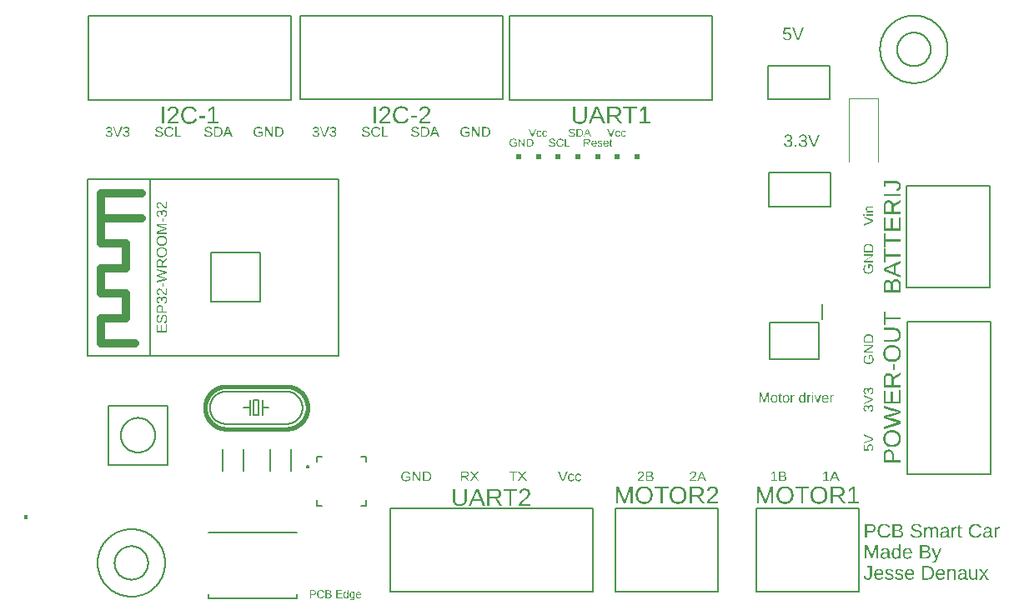
<source format=gbr>
G04 EAGLE Gerber X2 export*
%TF.Part,Single*%
%TF.FileFunction,Legend,Top,1*%
%TF.FilePolarity,Positive*%
%TF.GenerationSoftware,Autodesk,EAGLE,9.7.0*%
%TF.CreationDate,2022-05-06T10:44:24Z*%
G75*
%MOMM*%
%FSLAX46Y46*%
%LPD*%
%INSilkscreen Top*%
%AMOC8*
5,1,8,0,0,1.08239X$1,22.5*%
G01*
G04 Define Apertures*
%ADD10C,0.152400*%
%ADD11C,0.127000*%
%ADD12C,0.120000*%
%ADD13C,0.203200*%
%ADD14C,0.812800*%
%ADD15C,0.406400*%
%ADD16C,0.200000*%
%ADD17R,0.508000X0.508000*%
G36*
X-4914900Y8553200D02*
X-5194300Y8553200D01*
X-5194300Y8146800D01*
X-4914900Y8146800D01*
X-4914900Y8553200D01*
G37*
G36*
X20671956Y47000950D02*
X20706100Y47003806D01*
X20739191Y47008566D01*
X20771234Y47015231D01*
X20802225Y47023800D01*
X20832166Y47034272D01*
X20861056Y47046650D01*
X20888897Y47060931D01*
X20915434Y47077003D01*
X20940419Y47094747D01*
X20963850Y47114166D01*
X20985725Y47135259D01*
X21006047Y47158028D01*
X21024816Y47182469D01*
X21042028Y47208584D01*
X21057688Y47236375D01*
X21071641Y47265600D01*
X21083734Y47296019D01*
X21093966Y47327628D01*
X21102338Y47360431D01*
X21108850Y47394425D01*
X21113500Y47429616D01*
X21116291Y47465997D01*
X21117222Y47503572D01*
X21115094Y47559869D01*
X21108706Y47612850D01*
X21098066Y47662519D01*
X21083166Y47708869D01*
X21064009Y47751903D01*
X21040594Y47791622D01*
X21012925Y47828025D01*
X20980997Y47861113D01*
X20945153Y47890578D01*
X20905728Y47916116D01*
X20862725Y47937722D01*
X20816147Y47955403D01*
X20765988Y47969153D01*
X20712250Y47978975D01*
X20654934Y47984869D01*
X20594038Y47986831D01*
X20267663Y47986831D01*
X20267663Y47000000D01*
X20636763Y47000000D01*
X20671956Y47000950D01*
G37*
%LPC*%
G36*
X20401434Y47107156D02*
X20401434Y47879675D01*
X20591238Y47879675D01*
X20637456Y47878169D01*
X20680863Y47873656D01*
X20721459Y47866131D01*
X20759241Y47855597D01*
X20794209Y47842056D01*
X20826366Y47825503D01*
X20855713Y47805944D01*
X20882244Y47783372D01*
X20905800Y47757934D01*
X20926216Y47729772D01*
X20943488Y47698884D01*
X20957622Y47665272D01*
X20968616Y47628931D01*
X20976466Y47589869D01*
X20981178Y47548084D01*
X20982747Y47503572D01*
X20982059Y47473606D01*
X20979991Y47444650D01*
X20976544Y47416703D01*
X20971719Y47389759D01*
X20965513Y47363822D01*
X20957928Y47338894D01*
X20948966Y47314972D01*
X20938625Y47292056D01*
X20926997Y47270300D01*
X20914178Y47249859D01*
X20900163Y47230728D01*
X20884959Y47212913D01*
X20868559Y47196409D01*
X20850969Y47181222D01*
X20832184Y47167344D01*
X20812206Y47154781D01*
X20791222Y47143619D01*
X20769419Y47133947D01*
X20746791Y47125759D01*
X20723347Y47119063D01*
X20699078Y47113853D01*
X20673991Y47110134D01*
X20648081Y47107900D01*
X20621353Y47107156D01*
X20401434Y47107156D01*
G37*
%LPD*%
G36*
X19352350Y47655553D02*
X19348850Y47772516D01*
X19345347Y47840453D01*
X19873434Y47000000D01*
X20034519Y47000000D01*
X20034519Y47986831D01*
X19914056Y47986831D01*
X19914056Y47339681D01*
X19916156Y47259138D01*
X19922459Y47140775D01*
X19388772Y47986831D01*
X19233288Y47986831D01*
X19233288Y47000000D01*
X19352350Y47000000D01*
X19352350Y47655553D01*
G37*
G36*
X18602372Y46986678D02*
X18634738Y46988731D01*
X18666500Y46992150D01*
X18697663Y46996938D01*
X18728222Y47003091D01*
X18758181Y47010613D01*
X18787534Y47019506D01*
X18816291Y47029766D01*
X18870984Y47053906D01*
X18921259Y47082556D01*
X18967113Y47115716D01*
X19008544Y47153381D01*
X19008544Y47493766D01*
X18590419Y47493766D01*
X18590419Y47381703D01*
X18885278Y47381703D01*
X18885278Y47203809D01*
X18857372Y47179909D01*
X18825481Y47158634D01*
X18789609Y47139988D01*
X18749753Y47123966D01*
X18707097Y47111097D01*
X18662819Y47101903D01*
X18616922Y47096388D01*
X18569406Y47094550D01*
X18528181Y47096241D01*
X18489256Y47101313D01*
X18452628Y47109766D01*
X18418300Y47121603D01*
X18386269Y47136819D01*
X18356534Y47155416D01*
X18329100Y47177397D01*
X18303963Y47202759D01*
X18281475Y47231041D01*
X18261984Y47261788D01*
X18245491Y47294994D01*
X18232000Y47330666D01*
X18221503Y47368797D01*
X18214009Y47409391D01*
X18209509Y47452447D01*
X18208009Y47497969D01*
X18209422Y47543575D01*
X18213656Y47586544D01*
X18220716Y47626875D01*
X18230597Y47664569D01*
X18243303Y47699628D01*
X18258831Y47732047D01*
X18277184Y47761828D01*
X18298359Y47788975D01*
X18322206Y47813188D01*
X18348569Y47834172D01*
X18377447Y47851928D01*
X18408844Y47866453D01*
X18442759Y47877753D01*
X18479188Y47885825D01*
X18518138Y47890666D01*
X18559600Y47892281D01*
X18586528Y47891678D01*
X18612325Y47889872D01*
X18636997Y47886863D01*
X18660544Y47882650D01*
X18682959Y47877234D01*
X18704250Y47870613D01*
X18724413Y47862788D01*
X18743450Y47853759D01*
X18761425Y47843419D01*
X18778403Y47831653D01*
X18794388Y47818469D01*
X18809372Y47803856D01*
X18823366Y47787825D01*
X18836359Y47770372D01*
X18859363Y47731194D01*
X18986831Y47769013D01*
X18972266Y47798441D01*
X18956234Y47825788D01*
X18938734Y47851056D01*
X18919772Y47874247D01*
X18899338Y47895356D01*
X18877441Y47914388D01*
X18854078Y47931338D01*
X18829247Y47946209D01*
X18802719Y47959178D01*
X18774266Y47970416D01*
X18743888Y47979925D01*
X18711584Y47987706D01*
X18677353Y47993759D01*
X18641194Y47998081D01*
X18603113Y48000675D01*
X18563103Y48001541D01*
X18506428Y47999481D01*
X18453013Y47993309D01*
X18402859Y47983022D01*
X18355966Y47968622D01*
X18312334Y47950106D01*
X18271966Y47927475D01*
X18234856Y47900728D01*
X18201006Y47869869D01*
X18170803Y47835253D01*
X18144628Y47797247D01*
X18122478Y47755850D01*
X18104356Y47711056D01*
X18090259Y47662875D01*
X18080191Y47611297D01*
X18074150Y47556328D01*
X18072138Y47497969D01*
X18073063Y47459388D01*
X18075838Y47422084D01*
X18080459Y47386066D01*
X18086934Y47351325D01*
X18095256Y47317866D01*
X18105428Y47285688D01*
X18117450Y47254788D01*
X18131319Y47225169D01*
X18146941Y47197041D01*
X18164216Y47170606D01*
X18183141Y47145869D01*
X18203722Y47122828D01*
X18225953Y47101481D01*
X18249838Y47081834D01*
X18275372Y47063881D01*
X18302563Y47047625D01*
X18331244Y47033178D01*
X18361263Y47020659D01*
X18392616Y47010066D01*
X18425303Y47001400D01*
X18459325Y46994663D01*
X18494684Y46989847D01*
X18531378Y46986956D01*
X18569406Y46985994D01*
X18602372Y46986678D01*
G37*
G36*
X14478206Y47000950D02*
X14512350Y47003806D01*
X14545441Y47008566D01*
X14577484Y47015231D01*
X14608475Y47023800D01*
X14638416Y47034272D01*
X14667306Y47046650D01*
X14695147Y47060931D01*
X14721684Y47077003D01*
X14746669Y47094747D01*
X14770100Y47114166D01*
X14791975Y47135259D01*
X14812297Y47158028D01*
X14831066Y47182469D01*
X14848278Y47208584D01*
X14863938Y47236375D01*
X14877891Y47265600D01*
X14889984Y47296019D01*
X14900216Y47327628D01*
X14908588Y47360431D01*
X14915100Y47394425D01*
X14919750Y47429616D01*
X14922541Y47465997D01*
X14923472Y47503572D01*
X14921344Y47559869D01*
X14914956Y47612850D01*
X14904316Y47662519D01*
X14889416Y47708869D01*
X14870259Y47751903D01*
X14846844Y47791622D01*
X14819175Y47828025D01*
X14787247Y47861113D01*
X14751403Y47890578D01*
X14711978Y47916116D01*
X14668975Y47937722D01*
X14622397Y47955403D01*
X14572238Y47969153D01*
X14518500Y47978975D01*
X14461184Y47984869D01*
X14400288Y47986831D01*
X14073913Y47986831D01*
X14073913Y47000000D01*
X14443013Y47000000D01*
X14478206Y47000950D01*
G37*
%LPC*%
G36*
X14207684Y47107156D02*
X14207684Y47879675D01*
X14397488Y47879675D01*
X14443706Y47878169D01*
X14487113Y47873656D01*
X14527709Y47866131D01*
X14565491Y47855597D01*
X14600459Y47842056D01*
X14632616Y47825503D01*
X14661963Y47805944D01*
X14688494Y47783372D01*
X14712050Y47757934D01*
X14732466Y47729772D01*
X14749738Y47698884D01*
X14763872Y47665272D01*
X14774866Y47628931D01*
X14782716Y47589869D01*
X14787428Y47548084D01*
X14788997Y47503572D01*
X14788309Y47473606D01*
X14786241Y47444650D01*
X14782794Y47416703D01*
X14777969Y47389759D01*
X14771763Y47363822D01*
X14764178Y47338894D01*
X14755216Y47314972D01*
X14744875Y47292056D01*
X14733247Y47270300D01*
X14720428Y47249859D01*
X14706413Y47230728D01*
X14691209Y47212913D01*
X14674809Y47196409D01*
X14657219Y47181222D01*
X14638434Y47167344D01*
X14618456Y47154781D01*
X14597472Y47143619D01*
X14575669Y47133947D01*
X14553041Y47125759D01*
X14529597Y47119063D01*
X14505328Y47113853D01*
X14480241Y47110134D01*
X14454331Y47107900D01*
X14427603Y47107156D01*
X14207684Y47107156D01*
G37*
%LPD*%
G36*
X15245563Y47288553D02*
X15695203Y47288553D01*
X15807966Y47000000D01*
X15944538Y47000000D01*
X15548125Y47986831D01*
X15396144Y47986831D01*
X14993425Y47000000D01*
X15132100Y47000000D01*
X15245563Y47288553D01*
G37*
%LPC*%
G36*
X15286184Y47392909D02*
X15412250Y47717188D01*
X15442369Y47800006D01*
X15464078Y47866366D01*
X15470381Y47885978D01*
X15489294Y47827847D01*
X15508903Y47770066D01*
X15528516Y47718588D01*
X15655281Y47392909D01*
X15286184Y47392909D01*
G37*
%LPD*%
G36*
X13530397Y46987166D02*
X13574813Y46990678D01*
X13616500Y46996531D01*
X13655466Y47004725D01*
X13691703Y47015266D01*
X13725219Y47028144D01*
X13756006Y47043366D01*
X13784072Y47060931D01*
X13809106Y47080628D01*
X13830800Y47102253D01*
X13849159Y47125803D01*
X13864178Y47151281D01*
X13875859Y47178681D01*
X13884203Y47208009D01*
X13889209Y47239266D01*
X13890881Y47272447D01*
X13889938Y47298534D01*
X13887116Y47322872D01*
X13882409Y47345459D01*
X13875822Y47366297D01*
X13867572Y47385600D01*
X13857875Y47403591D01*
X13846734Y47420269D01*
X13834150Y47435634D01*
X13805172Y47462775D01*
X13771466Y47485359D01*
X13734081Y47504359D01*
X13694075Y47520731D01*
X13651788Y47534738D01*
X13607578Y47546644D01*
X13516878Y47568006D01*
X13454588Y47582472D01*
X13403591Y47595759D01*
X13363888Y47607863D01*
X13335481Y47618781D01*
X13314053Y47629681D01*
X13295297Y47641719D01*
X13279209Y47654897D01*
X13265791Y47669209D01*
X13255222Y47685078D01*
X13247669Y47702916D01*
X13243141Y47722722D01*
X13241628Y47744500D01*
X13242603Y47763334D01*
X13245525Y47780966D01*
X13250394Y47797391D01*
X13257213Y47812613D01*
X13265978Y47826631D01*
X13276691Y47839447D01*
X13289353Y47851056D01*
X13303963Y47861463D01*
X13320422Y47870656D01*
X13338631Y47878622D01*
X13358591Y47885366D01*
X13380303Y47890881D01*
X13403766Y47895169D01*
X13428981Y47898234D01*
X13455944Y47900072D01*
X13484659Y47900684D01*
X13535656Y47898475D01*
X13580788Y47891844D01*
X13601153Y47886869D01*
X13620053Y47880791D01*
X13637484Y47873606D01*
X13653450Y47865316D01*
X13668072Y47855800D01*
X13681466Y47844941D01*
X13693634Y47832731D01*
X13704578Y47819178D01*
X13714297Y47804278D01*
X13722788Y47788034D01*
X13730056Y47770441D01*
X13736097Y47751503D01*
X13867769Y47774616D01*
X13858006Y47804475D01*
X13846581Y47832069D01*
X13833494Y47857397D01*
X13818741Y47880463D01*
X13802325Y47901259D01*
X13784247Y47919794D01*
X13764506Y47936059D01*
X13743100Y47950063D01*
X13719625Y47962128D01*
X13693678Y47972584D01*
X13665259Y47981431D01*
X13634366Y47988669D01*
X13601000Y47994300D01*
X13565159Y47998322D01*
X13526847Y48000734D01*
X13486063Y48001541D01*
X13442194Y48000466D01*
X13400944Y47997250D01*
X13362306Y47991888D01*
X13326288Y47984381D01*
X13292881Y47974728D01*
X13262094Y47962931D01*
X13233919Y47948991D01*
X13208363Y47932903D01*
X13185625Y47914834D01*
X13165922Y47894950D01*
X13149250Y47873250D01*
X13135609Y47849731D01*
X13125000Y47824400D01*
X13117422Y47797247D01*
X13112875Y47768281D01*
X13111359Y47737497D01*
X13112519Y47710619D01*
X13116000Y47685319D01*
X13121800Y47661594D01*
X13129919Y47639444D01*
X13140228Y47618759D01*
X13152594Y47599434D01*
X13167016Y47581466D01*
X13183497Y47564853D01*
X13202606Y47549291D01*
X13224906Y47534475D01*
X13250406Y47520400D01*
X13279100Y47507072D01*
X13312916Y47494116D01*
X13353778Y47481159D01*
X13401688Y47468200D01*
X13456644Y47455244D01*
X13579213Y47426528D01*
X13630691Y47411647D01*
X13674463Y47393613D01*
X13693306Y47383150D01*
X13709919Y47371375D01*
X13724300Y47358284D01*
X13736447Y47343884D01*
X13746097Y47327688D01*
X13752994Y47309216D01*
X13757128Y47288466D01*
X13758509Y47265441D01*
X13757409Y47244556D01*
X13754109Y47224972D01*
X13748609Y47206691D01*
X13740913Y47189713D01*
X13731013Y47174038D01*
X13718916Y47159663D01*
X13704619Y47146591D01*
X13688119Y47134822D01*
X13669600Y47124397D01*
X13649228Y47115363D01*
X13627006Y47107719D01*
X13602938Y47101466D01*
X13577019Y47096600D01*
X13549247Y47093128D01*
X13519631Y47091041D01*
X13488163Y47090347D01*
X13457641Y47090997D01*
X13428763Y47092953D01*
X13401522Y47096206D01*
X13375925Y47100766D01*
X13351972Y47106625D01*
X13329656Y47113788D01*
X13308984Y47122253D01*
X13289956Y47132019D01*
X13272534Y47143178D01*
X13256688Y47155809D01*
X13242416Y47169922D01*
X13229722Y47185513D01*
X13218603Y47202578D01*
X13209063Y47221122D01*
X13201094Y47241141D01*
X13194703Y47262641D01*
X13065134Y47236725D01*
X13073497Y47206363D01*
X13084231Y47177959D01*
X13097331Y47151516D01*
X13112803Y47127028D01*
X13130644Y47104503D01*
X13150853Y47083934D01*
X13173431Y47065325D01*
X13198381Y47048675D01*
X13225697Y47033984D01*
X13255384Y47021250D01*
X13287441Y47010478D01*
X13321866Y47001663D01*
X13358659Y46994809D01*
X13397825Y46989913D01*
X13439356Y46986972D01*
X13483259Y46985994D01*
X13530397Y46987166D01*
G37*
G36*
X8530397Y46987166D02*
X8574813Y46990678D01*
X8616500Y46996531D01*
X8655466Y47004725D01*
X8691703Y47015266D01*
X8725219Y47028144D01*
X8756006Y47043366D01*
X8784072Y47060931D01*
X8809106Y47080628D01*
X8830800Y47102253D01*
X8849159Y47125803D01*
X8864178Y47151281D01*
X8875859Y47178681D01*
X8884203Y47208009D01*
X8889209Y47239266D01*
X8890881Y47272447D01*
X8889938Y47298534D01*
X8887116Y47322872D01*
X8882409Y47345459D01*
X8875822Y47366297D01*
X8867572Y47385600D01*
X8857875Y47403591D01*
X8846734Y47420269D01*
X8834150Y47435634D01*
X8805172Y47462775D01*
X8771466Y47485359D01*
X8734081Y47504359D01*
X8694075Y47520731D01*
X8651788Y47534738D01*
X8607578Y47546644D01*
X8516878Y47568006D01*
X8454588Y47582472D01*
X8403591Y47595759D01*
X8363888Y47607863D01*
X8335481Y47618781D01*
X8314053Y47629681D01*
X8295297Y47641719D01*
X8279209Y47654897D01*
X8265791Y47669209D01*
X8255222Y47685078D01*
X8247669Y47702916D01*
X8243141Y47722722D01*
X8241628Y47744500D01*
X8242603Y47763334D01*
X8245525Y47780966D01*
X8250394Y47797391D01*
X8257213Y47812613D01*
X8265978Y47826631D01*
X8276691Y47839447D01*
X8289353Y47851056D01*
X8303963Y47861463D01*
X8320422Y47870656D01*
X8338631Y47878622D01*
X8358591Y47885366D01*
X8380303Y47890881D01*
X8403766Y47895169D01*
X8428981Y47898234D01*
X8455944Y47900072D01*
X8484659Y47900684D01*
X8535656Y47898475D01*
X8580788Y47891844D01*
X8601153Y47886869D01*
X8620053Y47880791D01*
X8637484Y47873606D01*
X8653450Y47865316D01*
X8668072Y47855800D01*
X8681466Y47844941D01*
X8693634Y47832731D01*
X8704578Y47819178D01*
X8714297Y47804278D01*
X8722788Y47788034D01*
X8730056Y47770441D01*
X8736097Y47751503D01*
X8867769Y47774616D01*
X8858006Y47804475D01*
X8846581Y47832069D01*
X8833494Y47857397D01*
X8818741Y47880463D01*
X8802325Y47901259D01*
X8784247Y47919794D01*
X8764506Y47936059D01*
X8743100Y47950063D01*
X8719625Y47962128D01*
X8693678Y47972584D01*
X8665259Y47981431D01*
X8634366Y47988669D01*
X8601000Y47994300D01*
X8565159Y47998322D01*
X8526847Y48000734D01*
X8486063Y48001541D01*
X8442194Y48000466D01*
X8400944Y47997250D01*
X8362306Y47991888D01*
X8326288Y47984381D01*
X8292881Y47974728D01*
X8262094Y47962931D01*
X8233919Y47948991D01*
X8208363Y47932903D01*
X8185625Y47914834D01*
X8165922Y47894950D01*
X8149250Y47873250D01*
X8135609Y47849731D01*
X8125000Y47824400D01*
X8117422Y47797247D01*
X8112875Y47768281D01*
X8111359Y47737497D01*
X8112519Y47710619D01*
X8116000Y47685319D01*
X8121800Y47661594D01*
X8129919Y47639444D01*
X8140228Y47618759D01*
X8152594Y47599434D01*
X8167016Y47581466D01*
X8183497Y47564853D01*
X8202606Y47549291D01*
X8224906Y47534475D01*
X8250406Y47520400D01*
X8279100Y47507072D01*
X8312916Y47494116D01*
X8353778Y47481159D01*
X8401688Y47468200D01*
X8456644Y47455244D01*
X8579213Y47426528D01*
X8630691Y47411647D01*
X8674463Y47393613D01*
X8693306Y47383150D01*
X8709919Y47371375D01*
X8724300Y47358284D01*
X8736447Y47343884D01*
X8746097Y47327688D01*
X8752994Y47309216D01*
X8757128Y47288466D01*
X8758509Y47265441D01*
X8757409Y47244556D01*
X8754109Y47224972D01*
X8748609Y47206691D01*
X8740913Y47189713D01*
X8731013Y47174038D01*
X8718916Y47159663D01*
X8704619Y47146591D01*
X8688119Y47134822D01*
X8669600Y47124397D01*
X8649228Y47115363D01*
X8627006Y47107719D01*
X8602938Y47101466D01*
X8577019Y47096600D01*
X8549247Y47093128D01*
X8519631Y47091041D01*
X8488163Y47090347D01*
X8457641Y47090997D01*
X8428763Y47092953D01*
X8401522Y47096206D01*
X8375925Y47100766D01*
X8351972Y47106625D01*
X8329656Y47113788D01*
X8308984Y47122253D01*
X8289956Y47132019D01*
X8272534Y47143178D01*
X8256688Y47155809D01*
X8242416Y47169922D01*
X8229722Y47185513D01*
X8218603Y47202578D01*
X8209063Y47221122D01*
X8201094Y47241141D01*
X8194703Y47262641D01*
X8065134Y47236725D01*
X8073497Y47206363D01*
X8084231Y47177959D01*
X8097331Y47151516D01*
X8112803Y47127028D01*
X8130644Y47104503D01*
X8150853Y47083934D01*
X8173431Y47065325D01*
X8198381Y47048675D01*
X8225697Y47033984D01*
X8255384Y47021250D01*
X8287441Y47010478D01*
X8321866Y47001663D01*
X8358659Y46994809D01*
X8397825Y46989913D01*
X8439356Y46986972D01*
X8483259Y46985994D01*
X8530397Y46987166D01*
G37*
G36*
X9546116Y46987034D02*
X9580875Y46990153D01*
X9614534Y46995350D01*
X9647084Y47002625D01*
X9678531Y47011981D01*
X9708872Y47023419D01*
X9738106Y47036931D01*
X9766238Y47052528D01*
X9793041Y47070113D01*
X9818306Y47089603D01*
X9842025Y47110997D01*
X9864200Y47134297D01*
X9884834Y47159500D01*
X9903925Y47186606D01*
X9921475Y47215616D01*
X9937478Y47246531D01*
X9828219Y47301163D01*
X9800522Y47253066D01*
X9769606Y47211381D01*
X9752944Y47192944D01*
X9735475Y47176109D01*
X9717200Y47160881D01*
X9698125Y47147253D01*
X9678244Y47135228D01*
X9657556Y47124809D01*
X9636066Y47115991D01*
X9613772Y47108775D01*
X9590675Y47103166D01*
X9566772Y47099156D01*
X9542063Y47096753D01*
X9516550Y47095950D01*
X9477150Y47097675D01*
X9439838Y47102844D01*
X9404616Y47111463D01*
X9371484Y47123528D01*
X9340444Y47139041D01*
X9311494Y47158000D01*
X9284634Y47180406D01*
X9259863Y47206259D01*
X9237619Y47234947D01*
X9218344Y47265856D01*
X9202031Y47298988D01*
X9188688Y47334341D01*
X9178306Y47371916D01*
X9170894Y47411713D01*
X9166444Y47453728D01*
X9164963Y47497969D01*
X9166384Y47542622D01*
X9170653Y47584838D01*
X9177766Y47624609D01*
X9187725Y47661944D01*
X9200528Y47696838D01*
X9216175Y47729291D01*
X9234672Y47759303D01*
X9256009Y47786875D01*
X9279909Y47811578D01*
X9306088Y47832991D01*
X9334541Y47851106D01*
X9365269Y47865928D01*
X9398275Y47877456D01*
X9433556Y47885694D01*
X9471116Y47890634D01*
X9510947Y47892281D01*
X9536594Y47891569D01*
X9561353Y47889434D01*
X9585225Y47885878D01*
X9608213Y47880900D01*
X9630313Y47874497D01*
X9651528Y47866672D01*
X9671853Y47857425D01*
X9691297Y47846756D01*
X9709644Y47834741D01*
X9726688Y47821456D01*
X9742428Y47806900D01*
X9756869Y47791075D01*
X9770006Y47773981D01*
X9781841Y47755619D01*
X9792375Y47735988D01*
X9801606Y47715084D01*
X9928375Y47757106D01*
X9915066Y47786469D01*
X9900009Y47813969D01*
X9883200Y47839609D01*
X9864641Y47863391D01*
X9844328Y47885309D01*
X9822266Y47905369D01*
X9798453Y47923569D01*
X9772891Y47939906D01*
X9745641Y47954353D01*
X9716772Y47966872D01*
X9686284Y47977466D01*
X9654175Y47986131D01*
X9620447Y47992872D01*
X9585100Y47997688D01*
X9548134Y48000575D01*
X9509547Y48001541D01*
X9454700Y47999450D01*
X9402916Y47993178D01*
X9354194Y47982728D01*
X9308538Y47968097D01*
X9265947Y47949284D01*
X9226419Y47926294D01*
X9189956Y47899119D01*
X9156556Y47867769D01*
X9126681Y47832725D01*
X9100788Y47794491D01*
X9078881Y47753059D01*
X9060956Y47708431D01*
X9047013Y47660609D01*
X9037053Y47609591D01*
X9031078Y47555378D01*
X9029088Y47497969D01*
X9029978Y47459234D01*
X9032656Y47421822D01*
X9037116Y47385738D01*
X9043359Y47350975D01*
X9051384Y47317538D01*
X9061197Y47285425D01*
X9072791Y47254634D01*
X9086169Y47225169D01*
X9101250Y47197200D01*
X9117947Y47170891D01*
X9136269Y47146247D01*
X9156206Y47123266D01*
X9177766Y47101947D01*
X9200944Y47082294D01*
X9225741Y47064303D01*
X9252159Y47047975D01*
X9280016Y47033447D01*
X9309131Y47020856D01*
X9339503Y47010203D01*
X9371134Y47001488D01*
X9404025Y46994709D01*
X9438175Y46989869D01*
X9473581Y46986963D01*
X9510247Y46985994D01*
X9546116Y46987034D01*
G37*
G36*
X10740728Y47109256D02*
X10242059Y47109256D01*
X10242059Y47986831D01*
X10108288Y47986831D01*
X10108288Y47000000D01*
X10740728Y47000000D01*
X10740728Y47109256D01*
G37*
G36*
X3439025Y46987166D02*
X3475819Y46990678D01*
X3510291Y46996531D01*
X3542441Y47004725D01*
X3572272Y47015266D01*
X3599784Y47028144D01*
X3624978Y47043366D01*
X3647850Y47060931D01*
X3668203Y47080628D01*
X3685844Y47102253D01*
X3700772Y47125803D01*
X3712984Y47151281D01*
X3722481Y47178681D01*
X3729269Y47208009D01*
X3733338Y47239266D01*
X3734697Y47272447D01*
X3733731Y47295581D01*
X3730844Y47317706D01*
X3726028Y47338828D01*
X3719288Y47358944D01*
X3710619Y47378050D01*
X3700028Y47396150D01*
X3687506Y47413244D01*
X3673063Y47429331D01*
X3656888Y47444125D01*
X3639181Y47457347D01*
X3619944Y47468991D01*
X3599172Y47479056D01*
X3576869Y47487550D01*
X3553034Y47494466D01*
X3527669Y47499806D01*
X3500769Y47503572D01*
X3500769Y47506372D01*
X3525234Y47512222D01*
X3548197Y47519263D01*
X3569663Y47527497D01*
X3589628Y47536925D01*
X3608097Y47547547D01*
X3625066Y47559359D01*
X3640531Y47572366D01*
X3654503Y47586566D01*
X3666897Y47601913D01*
X3677638Y47618366D01*
X3686725Y47635925D01*
X3694163Y47654591D01*
X3699944Y47674359D01*
X3704075Y47695234D01*
X3706553Y47717213D01*
X3707381Y47740297D01*
X3706094Y47770266D01*
X3702238Y47798541D01*
X3695809Y47825116D01*
X3686806Y47849994D01*
X3675234Y47873178D01*
X3661091Y47894666D01*
X3644375Y47914456D01*
X3625088Y47932553D01*
X3603478Y47948722D01*
X3579803Y47962734D01*
X3554059Y47974591D01*
X3526244Y47984294D01*
X3496366Y47991838D01*
X3464416Y47997228D01*
X3430397Y48000463D01*
X3394313Y48001541D01*
X3361116Y48000478D01*
X3329459Y47997294D01*
X3299350Y47991988D01*
X3270781Y47984556D01*
X3243756Y47975003D01*
X3218275Y47963325D01*
X3194338Y47949525D01*
X3171941Y47933603D01*
X3151450Y47915788D01*
X3133225Y47896306D01*
X3117263Y47875166D01*
X3103566Y47852359D01*
X3092138Y47827891D01*
X3082972Y47801756D01*
X3076072Y47773959D01*
X3071438Y47744500D01*
X3198206Y47734697D01*
X3200978Y47753584D01*
X3205100Y47771378D01*
X3210566Y47788078D01*
X3217378Y47803681D01*
X3225538Y47818194D01*
X3235041Y47831609D01*
X3245891Y47843931D01*
X3258088Y47855159D01*
X3271456Y47865175D01*
X3285819Y47873853D01*
X3301178Y47881194D01*
X3317531Y47887203D01*
X3334884Y47891875D01*
X3353231Y47895213D01*
X3372572Y47897216D01*
X3392909Y47897884D01*
X3415144Y47897166D01*
X3435963Y47895016D01*
X3455369Y47891431D01*
X3473366Y47886416D01*
X3489950Y47879963D01*
X3505125Y47872078D01*
X3518884Y47862759D01*
X3531234Y47852009D01*
X3542150Y47840019D01*
X3551613Y47826991D01*
X3559619Y47812925D01*
X3566166Y47797816D01*
X3571263Y47781669D01*
X3574900Y47764484D01*
X3577084Y47746256D01*
X3577809Y47726991D01*
X3576919Y47707572D01*
X3574244Y47689238D01*
X3569784Y47671984D01*
X3563541Y47655816D01*
X3555513Y47640731D01*
X3545703Y47626728D01*
X3534109Y47613809D01*
X3520731Y47601975D01*
X3505731Y47591384D01*
X3489278Y47582209D01*
X3471369Y47574447D01*
X3452006Y47568094D01*
X3431184Y47563153D01*
X3408909Y47559622D01*
X3385178Y47557506D01*
X3359994Y47556800D01*
X3291356Y47556800D01*
X3291356Y47447541D01*
X3362794Y47447541D01*
X3391175Y47446834D01*
X3417841Y47444716D01*
X3442784Y47441188D01*
X3466013Y47436247D01*
X3487522Y47429894D01*
X3507313Y47422128D01*
X3525388Y47412953D01*
X3541741Y47402366D01*
X3556269Y47390519D01*
X3568859Y47377569D01*
X3579513Y47363513D01*
X3588228Y47348350D01*
X3595009Y47332081D01*
X3599850Y47314709D01*
X3602756Y47296231D01*
X3603725Y47276647D01*
X3602875Y47254247D01*
X3600331Y47233269D01*
X3596091Y47213713D01*
X3590156Y47195578D01*
X3582522Y47178869D01*
X3573194Y47163581D01*
X3562166Y47149716D01*
X3549444Y47137272D01*
X3535234Y47126275D01*
X3519744Y47116744D01*
X3502975Y47108678D01*
X3484922Y47102078D01*
X3465591Y47096947D01*
X3444978Y47093281D01*
X3423088Y47091081D01*
X3399916Y47090347D01*
X3376831Y47091031D01*
X3355034Y47093084D01*
X3334525Y47096503D01*
X3315300Y47101291D01*
X3297363Y47107447D01*
X3280709Y47114969D01*
X3265341Y47123863D01*
X3251259Y47134122D01*
X3238463Y47145747D01*
X3226953Y47158744D01*
X3216731Y47173106D01*
X3207791Y47188838D01*
X3200141Y47205938D01*
X3193775Y47224403D01*
X3188694Y47244238D01*
X3184897Y47265441D01*
X3054628Y47253534D01*
X3059963Y47221456D01*
X3067563Y47191400D01*
X3077428Y47163366D01*
X3089559Y47137359D01*
X3103956Y47113378D01*
X3120616Y47091419D01*
X3139544Y47071488D01*
X3160734Y47053578D01*
X3184006Y47037738D01*
X3209172Y47024009D01*
X3236228Y47012391D01*
X3265178Y47002888D01*
X3296022Y46995497D01*
X3328759Y46990219D01*
X3363391Y46987050D01*
X3399916Y46985994D01*
X3439025Y46987166D01*
G37*
G36*
X5192150Y46987166D02*
X5228944Y46990678D01*
X5263416Y46996531D01*
X5295566Y47004725D01*
X5325397Y47015266D01*
X5352909Y47028144D01*
X5378103Y47043366D01*
X5400975Y47060931D01*
X5421328Y47080628D01*
X5438969Y47102253D01*
X5453897Y47125803D01*
X5466109Y47151281D01*
X5475606Y47178681D01*
X5482394Y47208009D01*
X5486463Y47239266D01*
X5487822Y47272447D01*
X5486856Y47295581D01*
X5483969Y47317706D01*
X5479153Y47338828D01*
X5472413Y47358944D01*
X5463744Y47378050D01*
X5453153Y47396150D01*
X5440631Y47413244D01*
X5426188Y47429331D01*
X5410013Y47444125D01*
X5392306Y47457347D01*
X5373069Y47468991D01*
X5352297Y47479056D01*
X5329994Y47487550D01*
X5306159Y47494466D01*
X5280794Y47499806D01*
X5253894Y47503572D01*
X5253894Y47506372D01*
X5278359Y47512222D01*
X5301322Y47519263D01*
X5322788Y47527497D01*
X5342753Y47536925D01*
X5361222Y47547547D01*
X5378191Y47559359D01*
X5393656Y47572366D01*
X5407628Y47586566D01*
X5420022Y47601913D01*
X5430763Y47618366D01*
X5439850Y47635925D01*
X5447288Y47654591D01*
X5453069Y47674359D01*
X5457200Y47695234D01*
X5459678Y47717213D01*
X5460506Y47740297D01*
X5459219Y47770266D01*
X5455363Y47798541D01*
X5448934Y47825116D01*
X5439931Y47849994D01*
X5428359Y47873178D01*
X5414216Y47894666D01*
X5397500Y47914456D01*
X5378213Y47932553D01*
X5356603Y47948722D01*
X5332928Y47962734D01*
X5307184Y47974591D01*
X5279369Y47984294D01*
X5249491Y47991838D01*
X5217541Y47997228D01*
X5183522Y48000463D01*
X5147438Y48001541D01*
X5114241Y48000478D01*
X5082584Y47997294D01*
X5052475Y47991988D01*
X5023906Y47984556D01*
X4996881Y47975003D01*
X4971400Y47963325D01*
X4947463Y47949525D01*
X4925066Y47933603D01*
X4904575Y47915788D01*
X4886350Y47896306D01*
X4870388Y47875166D01*
X4856691Y47852359D01*
X4845263Y47827891D01*
X4836097Y47801756D01*
X4829197Y47773959D01*
X4824563Y47744500D01*
X4951331Y47734697D01*
X4954103Y47753584D01*
X4958225Y47771378D01*
X4963691Y47788078D01*
X4970503Y47803681D01*
X4978663Y47818194D01*
X4988166Y47831609D01*
X4999016Y47843931D01*
X5011213Y47855159D01*
X5024581Y47865175D01*
X5038944Y47873853D01*
X5054303Y47881194D01*
X5070656Y47887203D01*
X5088009Y47891875D01*
X5106356Y47895213D01*
X5125697Y47897216D01*
X5146034Y47897884D01*
X5168269Y47897166D01*
X5189088Y47895016D01*
X5208494Y47891431D01*
X5226491Y47886416D01*
X5243075Y47879963D01*
X5258250Y47872078D01*
X5272009Y47862759D01*
X5284359Y47852009D01*
X5295275Y47840019D01*
X5304738Y47826991D01*
X5312744Y47812925D01*
X5319291Y47797816D01*
X5324388Y47781669D01*
X5328025Y47764484D01*
X5330209Y47746256D01*
X5330934Y47726991D01*
X5330044Y47707572D01*
X5327369Y47689238D01*
X5322909Y47671984D01*
X5316666Y47655816D01*
X5308638Y47640731D01*
X5298828Y47626728D01*
X5287234Y47613809D01*
X5273856Y47601975D01*
X5258856Y47591384D01*
X5242403Y47582209D01*
X5224494Y47574447D01*
X5205131Y47568094D01*
X5184309Y47563153D01*
X5162034Y47559622D01*
X5138303Y47557506D01*
X5113119Y47556800D01*
X5044481Y47556800D01*
X5044481Y47447541D01*
X5115919Y47447541D01*
X5144300Y47446834D01*
X5170966Y47444716D01*
X5195909Y47441188D01*
X5219138Y47436247D01*
X5240647Y47429894D01*
X5260438Y47422128D01*
X5278513Y47412953D01*
X5294866Y47402366D01*
X5309394Y47390519D01*
X5321984Y47377569D01*
X5332638Y47363513D01*
X5341353Y47348350D01*
X5348134Y47332081D01*
X5352975Y47314709D01*
X5355881Y47296231D01*
X5356850Y47276647D01*
X5356000Y47254247D01*
X5353456Y47233269D01*
X5349216Y47213713D01*
X5343281Y47195578D01*
X5335647Y47178869D01*
X5326319Y47163581D01*
X5315291Y47149716D01*
X5302569Y47137272D01*
X5288359Y47126275D01*
X5272869Y47116744D01*
X5256100Y47108678D01*
X5238047Y47102078D01*
X5218716Y47096947D01*
X5198103Y47093281D01*
X5176213Y47091081D01*
X5153041Y47090347D01*
X5129956Y47091031D01*
X5108159Y47093084D01*
X5087650Y47096503D01*
X5068425Y47101291D01*
X5050488Y47107447D01*
X5033834Y47114969D01*
X5018466Y47123863D01*
X5004384Y47134122D01*
X4991588Y47145747D01*
X4980078Y47158744D01*
X4969856Y47173106D01*
X4960916Y47188838D01*
X4953266Y47205938D01*
X4946900Y47224403D01*
X4941819Y47244238D01*
X4938022Y47265441D01*
X4807753Y47253534D01*
X4813088Y47221456D01*
X4820688Y47191400D01*
X4830553Y47163366D01*
X4842684Y47137359D01*
X4857081Y47113378D01*
X4873741Y47091419D01*
X4892669Y47071488D01*
X4913859Y47053578D01*
X4937131Y47037738D01*
X4962297Y47024009D01*
X4989353Y47012391D01*
X5018303Y47002888D01*
X5049147Y46995497D01*
X5081884Y46990219D01*
X5116516Y46987050D01*
X5153041Y46985994D01*
X5192150Y46987166D01*
G37*
G36*
X4747288Y47986831D02*
X4606509Y47986831D01*
X4334766Y47292056D01*
X4275931Y47117663D01*
X4217100Y47292056D01*
X3943953Y47986831D01*
X3803178Y47986831D01*
X4205894Y47000000D01*
X4344569Y47000000D01*
X4747288Y47986831D01*
G37*
G36*
X41671956Y47000950D02*
X41706100Y47003806D01*
X41739191Y47008566D01*
X41771234Y47015231D01*
X41802225Y47023800D01*
X41832166Y47034272D01*
X41861056Y47046650D01*
X41888897Y47060931D01*
X41915434Y47077003D01*
X41940419Y47094747D01*
X41963850Y47114166D01*
X41985725Y47135259D01*
X42006047Y47158028D01*
X42024816Y47182469D01*
X42042028Y47208584D01*
X42057688Y47236375D01*
X42071641Y47265600D01*
X42083734Y47296019D01*
X42093966Y47327628D01*
X42102338Y47360431D01*
X42108850Y47394425D01*
X42113500Y47429616D01*
X42116291Y47465997D01*
X42117222Y47503572D01*
X42115094Y47559869D01*
X42108706Y47612850D01*
X42098066Y47662519D01*
X42083166Y47708869D01*
X42064009Y47751903D01*
X42040594Y47791622D01*
X42012925Y47828025D01*
X41980997Y47861113D01*
X41945153Y47890578D01*
X41905728Y47916116D01*
X41862725Y47937722D01*
X41816147Y47955403D01*
X41765988Y47969153D01*
X41712250Y47978975D01*
X41654934Y47984869D01*
X41594038Y47986831D01*
X41267663Y47986831D01*
X41267663Y47000000D01*
X41636763Y47000000D01*
X41671956Y47000950D01*
G37*
%LPC*%
G36*
X41401434Y47107156D02*
X41401434Y47879675D01*
X41591238Y47879675D01*
X41637456Y47878169D01*
X41680863Y47873656D01*
X41721459Y47866131D01*
X41759241Y47855597D01*
X41794209Y47842056D01*
X41826366Y47825503D01*
X41855713Y47805944D01*
X41882244Y47783372D01*
X41905800Y47757934D01*
X41926216Y47729772D01*
X41943488Y47698884D01*
X41957622Y47665272D01*
X41968616Y47628931D01*
X41976466Y47589869D01*
X41981178Y47548084D01*
X41982747Y47503572D01*
X41982059Y47473606D01*
X41979991Y47444650D01*
X41976544Y47416703D01*
X41971719Y47389759D01*
X41965513Y47363822D01*
X41957928Y47338894D01*
X41948966Y47314972D01*
X41938625Y47292056D01*
X41926997Y47270300D01*
X41914178Y47249859D01*
X41900163Y47230728D01*
X41884959Y47212913D01*
X41868559Y47196409D01*
X41850969Y47181222D01*
X41832184Y47167344D01*
X41812206Y47154781D01*
X41791222Y47143619D01*
X41769419Y47133947D01*
X41746791Y47125759D01*
X41723347Y47119063D01*
X41699078Y47113853D01*
X41673991Y47110134D01*
X41648081Y47107900D01*
X41621353Y47107156D01*
X41401434Y47107156D01*
G37*
%LPD*%
G36*
X40352350Y47655553D02*
X40348850Y47772516D01*
X40345347Y47840453D01*
X40873434Y47000000D01*
X41034519Y47000000D01*
X41034519Y47986831D01*
X40914056Y47986831D01*
X40914056Y47339681D01*
X40916156Y47259138D01*
X40922459Y47140775D01*
X40388772Y47986831D01*
X40233288Y47986831D01*
X40233288Y47000000D01*
X40352350Y47000000D01*
X40352350Y47655553D01*
G37*
G36*
X39602372Y46986678D02*
X39634738Y46988731D01*
X39666500Y46992150D01*
X39697663Y46996938D01*
X39728222Y47003091D01*
X39758181Y47010613D01*
X39787534Y47019506D01*
X39816291Y47029766D01*
X39870984Y47053906D01*
X39921259Y47082556D01*
X39967113Y47115716D01*
X40008544Y47153381D01*
X40008544Y47493766D01*
X39590419Y47493766D01*
X39590419Y47381703D01*
X39885278Y47381703D01*
X39885278Y47203809D01*
X39857372Y47179909D01*
X39825481Y47158634D01*
X39789609Y47139988D01*
X39749753Y47123966D01*
X39707097Y47111097D01*
X39662819Y47101903D01*
X39616922Y47096388D01*
X39569406Y47094550D01*
X39528181Y47096241D01*
X39489256Y47101313D01*
X39452628Y47109766D01*
X39418300Y47121603D01*
X39386269Y47136819D01*
X39356534Y47155416D01*
X39329100Y47177397D01*
X39303963Y47202759D01*
X39281475Y47231041D01*
X39261984Y47261788D01*
X39245491Y47294994D01*
X39232000Y47330666D01*
X39221503Y47368797D01*
X39214009Y47409391D01*
X39209509Y47452447D01*
X39208009Y47497969D01*
X39209422Y47543575D01*
X39213656Y47586544D01*
X39220716Y47626875D01*
X39230597Y47664569D01*
X39243303Y47699628D01*
X39258831Y47732047D01*
X39277184Y47761828D01*
X39298359Y47788975D01*
X39322206Y47813188D01*
X39348569Y47834172D01*
X39377447Y47851928D01*
X39408844Y47866453D01*
X39442759Y47877753D01*
X39479188Y47885825D01*
X39518138Y47890666D01*
X39559600Y47892281D01*
X39586528Y47891678D01*
X39612325Y47889872D01*
X39636997Y47886863D01*
X39660544Y47882650D01*
X39682959Y47877234D01*
X39704250Y47870613D01*
X39724413Y47862788D01*
X39743450Y47853759D01*
X39761425Y47843419D01*
X39778403Y47831653D01*
X39794388Y47818469D01*
X39809372Y47803856D01*
X39823366Y47787825D01*
X39836359Y47770372D01*
X39859363Y47731194D01*
X39986831Y47769013D01*
X39972266Y47798441D01*
X39956234Y47825788D01*
X39938734Y47851056D01*
X39919772Y47874247D01*
X39899338Y47895356D01*
X39877441Y47914388D01*
X39854078Y47931338D01*
X39829247Y47946209D01*
X39802719Y47959178D01*
X39774266Y47970416D01*
X39743888Y47979925D01*
X39711584Y47987706D01*
X39677353Y47993759D01*
X39641194Y47998081D01*
X39603113Y48000675D01*
X39563103Y48001541D01*
X39506428Y47999481D01*
X39453013Y47993309D01*
X39402859Y47983022D01*
X39355966Y47968622D01*
X39312334Y47950106D01*
X39271966Y47927475D01*
X39234856Y47900728D01*
X39201006Y47869869D01*
X39170803Y47835253D01*
X39144628Y47797247D01*
X39122478Y47755850D01*
X39104356Y47711056D01*
X39090259Y47662875D01*
X39080191Y47611297D01*
X39074150Y47556328D01*
X39072138Y47497969D01*
X39073063Y47459388D01*
X39075838Y47422084D01*
X39080459Y47386066D01*
X39086934Y47351325D01*
X39095256Y47317866D01*
X39105428Y47285688D01*
X39117450Y47254788D01*
X39131319Y47225169D01*
X39146941Y47197041D01*
X39164216Y47170606D01*
X39183141Y47145869D01*
X39203722Y47122828D01*
X39225953Y47101481D01*
X39249838Y47081834D01*
X39275372Y47063881D01*
X39302563Y47047625D01*
X39331244Y47033178D01*
X39361263Y47020659D01*
X39392616Y47010066D01*
X39425303Y47001400D01*
X39459325Y46994663D01*
X39494684Y46989847D01*
X39531378Y46986956D01*
X39569406Y46985994D01*
X39602372Y46986678D01*
G37*
G36*
X35478206Y47000950D02*
X35512350Y47003806D01*
X35545441Y47008566D01*
X35577484Y47015231D01*
X35608475Y47023800D01*
X35638416Y47034272D01*
X35667306Y47046650D01*
X35695147Y47060931D01*
X35721684Y47077003D01*
X35746669Y47094747D01*
X35770100Y47114166D01*
X35791975Y47135259D01*
X35812297Y47158028D01*
X35831066Y47182469D01*
X35848278Y47208584D01*
X35863938Y47236375D01*
X35877891Y47265600D01*
X35889984Y47296019D01*
X35900216Y47327628D01*
X35908588Y47360431D01*
X35915100Y47394425D01*
X35919750Y47429616D01*
X35922541Y47465997D01*
X35923472Y47503572D01*
X35921344Y47559869D01*
X35914956Y47612850D01*
X35904316Y47662519D01*
X35889416Y47708869D01*
X35870259Y47751903D01*
X35846844Y47791622D01*
X35819175Y47828025D01*
X35787247Y47861113D01*
X35751403Y47890578D01*
X35711978Y47916116D01*
X35668975Y47937722D01*
X35622397Y47955403D01*
X35572238Y47969153D01*
X35518500Y47978975D01*
X35461184Y47984869D01*
X35400288Y47986831D01*
X35073913Y47986831D01*
X35073913Y47000000D01*
X35443013Y47000000D01*
X35478206Y47000950D01*
G37*
%LPC*%
G36*
X35207684Y47107156D02*
X35207684Y47879675D01*
X35397488Y47879675D01*
X35443706Y47878169D01*
X35487113Y47873656D01*
X35527709Y47866131D01*
X35565491Y47855597D01*
X35600459Y47842056D01*
X35632616Y47825503D01*
X35661963Y47805944D01*
X35688494Y47783372D01*
X35712050Y47757934D01*
X35732466Y47729772D01*
X35749738Y47698884D01*
X35763872Y47665272D01*
X35774866Y47628931D01*
X35782716Y47589869D01*
X35787428Y47548084D01*
X35788997Y47503572D01*
X35788309Y47473606D01*
X35786241Y47444650D01*
X35782794Y47416703D01*
X35777969Y47389759D01*
X35771763Y47363822D01*
X35764178Y47338894D01*
X35755216Y47314972D01*
X35744875Y47292056D01*
X35733247Y47270300D01*
X35720428Y47249859D01*
X35706413Y47230728D01*
X35691209Y47212913D01*
X35674809Y47196409D01*
X35657219Y47181222D01*
X35638434Y47167344D01*
X35618456Y47154781D01*
X35597472Y47143619D01*
X35575669Y47133947D01*
X35553041Y47125759D01*
X35529597Y47119063D01*
X35505328Y47113853D01*
X35480241Y47110134D01*
X35454331Y47107900D01*
X35427603Y47107156D01*
X35207684Y47107156D01*
G37*
%LPD*%
G36*
X36245563Y47288553D02*
X36695203Y47288553D01*
X36807966Y47000000D01*
X36944538Y47000000D01*
X36548125Y47986831D01*
X36396144Y47986831D01*
X35993425Y47000000D01*
X36132100Y47000000D01*
X36245563Y47288553D01*
G37*
%LPC*%
G36*
X36286184Y47392909D02*
X36412250Y47717188D01*
X36442369Y47800006D01*
X36464078Y47866366D01*
X36470381Y47885978D01*
X36489294Y47827847D01*
X36508903Y47770066D01*
X36528516Y47718588D01*
X36655281Y47392909D01*
X36286184Y47392909D01*
G37*
%LPD*%
G36*
X34530397Y46987166D02*
X34574813Y46990678D01*
X34616500Y46996531D01*
X34655466Y47004725D01*
X34691703Y47015266D01*
X34725219Y47028144D01*
X34756006Y47043366D01*
X34784072Y47060931D01*
X34809106Y47080628D01*
X34830800Y47102253D01*
X34849159Y47125803D01*
X34864178Y47151281D01*
X34875859Y47178681D01*
X34884203Y47208009D01*
X34889209Y47239266D01*
X34890881Y47272447D01*
X34889938Y47298534D01*
X34887116Y47322872D01*
X34882409Y47345459D01*
X34875822Y47366297D01*
X34867572Y47385600D01*
X34857875Y47403591D01*
X34846734Y47420269D01*
X34834150Y47435634D01*
X34805172Y47462775D01*
X34771466Y47485359D01*
X34734081Y47504359D01*
X34694075Y47520731D01*
X34651788Y47534738D01*
X34607578Y47546644D01*
X34516878Y47568006D01*
X34454588Y47582472D01*
X34403591Y47595759D01*
X34363888Y47607863D01*
X34335481Y47618781D01*
X34314053Y47629681D01*
X34295297Y47641719D01*
X34279209Y47654897D01*
X34265791Y47669209D01*
X34255222Y47685078D01*
X34247669Y47702916D01*
X34243141Y47722722D01*
X34241628Y47744500D01*
X34242603Y47763334D01*
X34245525Y47780966D01*
X34250394Y47797391D01*
X34257213Y47812613D01*
X34265978Y47826631D01*
X34276691Y47839447D01*
X34289353Y47851056D01*
X34303963Y47861463D01*
X34320422Y47870656D01*
X34338631Y47878622D01*
X34358591Y47885366D01*
X34380303Y47890881D01*
X34403766Y47895169D01*
X34428981Y47898234D01*
X34455944Y47900072D01*
X34484659Y47900684D01*
X34535656Y47898475D01*
X34580788Y47891844D01*
X34601153Y47886869D01*
X34620053Y47880791D01*
X34637484Y47873606D01*
X34653450Y47865316D01*
X34668072Y47855800D01*
X34681466Y47844941D01*
X34693634Y47832731D01*
X34704578Y47819178D01*
X34714297Y47804278D01*
X34722788Y47788034D01*
X34730056Y47770441D01*
X34736097Y47751503D01*
X34867769Y47774616D01*
X34858006Y47804475D01*
X34846581Y47832069D01*
X34833494Y47857397D01*
X34818741Y47880463D01*
X34802325Y47901259D01*
X34784247Y47919794D01*
X34764506Y47936059D01*
X34743100Y47950063D01*
X34719625Y47962128D01*
X34693678Y47972584D01*
X34665259Y47981431D01*
X34634366Y47988669D01*
X34601000Y47994300D01*
X34565159Y47998322D01*
X34526847Y48000734D01*
X34486063Y48001541D01*
X34442194Y48000466D01*
X34400944Y47997250D01*
X34362306Y47991888D01*
X34326288Y47984381D01*
X34292881Y47974728D01*
X34262094Y47962931D01*
X34233919Y47948991D01*
X34208363Y47932903D01*
X34185625Y47914834D01*
X34165922Y47894950D01*
X34149250Y47873250D01*
X34135609Y47849731D01*
X34125000Y47824400D01*
X34117422Y47797247D01*
X34112875Y47768281D01*
X34111359Y47737497D01*
X34112519Y47710619D01*
X34116000Y47685319D01*
X34121800Y47661594D01*
X34129919Y47639444D01*
X34140228Y47618759D01*
X34152594Y47599434D01*
X34167016Y47581466D01*
X34183497Y47564853D01*
X34202606Y47549291D01*
X34224906Y47534475D01*
X34250406Y47520400D01*
X34279100Y47507072D01*
X34312916Y47494116D01*
X34353778Y47481159D01*
X34401688Y47468200D01*
X34456644Y47455244D01*
X34579213Y47426528D01*
X34630691Y47411647D01*
X34674463Y47393613D01*
X34693306Y47383150D01*
X34709919Y47371375D01*
X34724300Y47358284D01*
X34736447Y47343884D01*
X34746097Y47327688D01*
X34752994Y47309216D01*
X34757128Y47288466D01*
X34758509Y47265441D01*
X34757409Y47244556D01*
X34754109Y47224972D01*
X34748609Y47206691D01*
X34740913Y47189713D01*
X34731013Y47174038D01*
X34718916Y47159663D01*
X34704619Y47146591D01*
X34688119Y47134822D01*
X34669600Y47124397D01*
X34649228Y47115363D01*
X34627006Y47107719D01*
X34602938Y47101466D01*
X34577019Y47096600D01*
X34549247Y47093128D01*
X34519631Y47091041D01*
X34488163Y47090347D01*
X34457641Y47090997D01*
X34428763Y47092953D01*
X34401522Y47096206D01*
X34375925Y47100766D01*
X34351972Y47106625D01*
X34329656Y47113788D01*
X34308984Y47122253D01*
X34289956Y47132019D01*
X34272534Y47143178D01*
X34256688Y47155809D01*
X34242416Y47169922D01*
X34229722Y47185513D01*
X34218603Y47202578D01*
X34209063Y47221122D01*
X34201094Y47241141D01*
X34194703Y47262641D01*
X34065134Y47236725D01*
X34073497Y47206363D01*
X34084231Y47177959D01*
X34097331Y47151516D01*
X34112803Y47127028D01*
X34130644Y47104503D01*
X34150853Y47083934D01*
X34173431Y47065325D01*
X34198381Y47048675D01*
X34225697Y47033984D01*
X34255384Y47021250D01*
X34287441Y47010478D01*
X34321866Y47001663D01*
X34358659Y46994809D01*
X34397825Y46989913D01*
X34439356Y46986972D01*
X34483259Y46985994D01*
X34530397Y46987166D01*
G37*
G36*
X29530397Y46987166D02*
X29574813Y46990678D01*
X29616500Y46996531D01*
X29655466Y47004725D01*
X29691703Y47015266D01*
X29725219Y47028144D01*
X29756006Y47043366D01*
X29784072Y47060931D01*
X29809106Y47080628D01*
X29830800Y47102253D01*
X29849159Y47125803D01*
X29864178Y47151281D01*
X29875859Y47178681D01*
X29884203Y47208009D01*
X29889209Y47239266D01*
X29890881Y47272447D01*
X29889938Y47298534D01*
X29887116Y47322872D01*
X29882409Y47345459D01*
X29875822Y47366297D01*
X29867572Y47385600D01*
X29857875Y47403591D01*
X29846734Y47420269D01*
X29834150Y47435634D01*
X29805172Y47462775D01*
X29771466Y47485359D01*
X29734081Y47504359D01*
X29694075Y47520731D01*
X29651788Y47534738D01*
X29607578Y47546644D01*
X29516878Y47568006D01*
X29454588Y47582472D01*
X29403591Y47595759D01*
X29363888Y47607863D01*
X29335481Y47618781D01*
X29314053Y47629681D01*
X29295297Y47641719D01*
X29279209Y47654897D01*
X29265791Y47669209D01*
X29255222Y47685078D01*
X29247669Y47702916D01*
X29243141Y47722722D01*
X29241628Y47744500D01*
X29242603Y47763334D01*
X29245525Y47780966D01*
X29250394Y47797391D01*
X29257213Y47812613D01*
X29265978Y47826631D01*
X29276691Y47839447D01*
X29289353Y47851056D01*
X29303963Y47861463D01*
X29320422Y47870656D01*
X29338631Y47878622D01*
X29358591Y47885366D01*
X29380303Y47890881D01*
X29403766Y47895169D01*
X29428981Y47898234D01*
X29455944Y47900072D01*
X29484659Y47900684D01*
X29535656Y47898475D01*
X29580788Y47891844D01*
X29601153Y47886869D01*
X29620053Y47880791D01*
X29637484Y47873606D01*
X29653450Y47865316D01*
X29668072Y47855800D01*
X29681466Y47844941D01*
X29693634Y47832731D01*
X29704578Y47819178D01*
X29714297Y47804278D01*
X29722788Y47788034D01*
X29730056Y47770441D01*
X29736097Y47751503D01*
X29867769Y47774616D01*
X29858006Y47804475D01*
X29846581Y47832069D01*
X29833494Y47857397D01*
X29818741Y47880463D01*
X29802325Y47901259D01*
X29784247Y47919794D01*
X29764506Y47936059D01*
X29743100Y47950063D01*
X29719625Y47962128D01*
X29693678Y47972584D01*
X29665259Y47981431D01*
X29634366Y47988669D01*
X29601000Y47994300D01*
X29565159Y47998322D01*
X29526847Y48000734D01*
X29486063Y48001541D01*
X29442194Y48000466D01*
X29400944Y47997250D01*
X29362306Y47991888D01*
X29326288Y47984381D01*
X29292881Y47974728D01*
X29262094Y47962931D01*
X29233919Y47948991D01*
X29208363Y47932903D01*
X29185625Y47914834D01*
X29165922Y47894950D01*
X29149250Y47873250D01*
X29135609Y47849731D01*
X29125000Y47824400D01*
X29117422Y47797247D01*
X29112875Y47768281D01*
X29111359Y47737497D01*
X29112519Y47710619D01*
X29116000Y47685319D01*
X29121800Y47661594D01*
X29129919Y47639444D01*
X29140228Y47618759D01*
X29152594Y47599434D01*
X29167016Y47581466D01*
X29183497Y47564853D01*
X29202606Y47549291D01*
X29224906Y47534475D01*
X29250406Y47520400D01*
X29279100Y47507072D01*
X29312916Y47494116D01*
X29353778Y47481159D01*
X29401688Y47468200D01*
X29456644Y47455244D01*
X29579213Y47426528D01*
X29630691Y47411647D01*
X29674463Y47393613D01*
X29693306Y47383150D01*
X29709919Y47371375D01*
X29724300Y47358284D01*
X29736447Y47343884D01*
X29746097Y47327688D01*
X29752994Y47309216D01*
X29757128Y47288466D01*
X29758509Y47265441D01*
X29757409Y47244556D01*
X29754109Y47224972D01*
X29748609Y47206691D01*
X29740913Y47189713D01*
X29731013Y47174038D01*
X29718916Y47159663D01*
X29704619Y47146591D01*
X29688119Y47134822D01*
X29669600Y47124397D01*
X29649228Y47115363D01*
X29627006Y47107719D01*
X29602938Y47101466D01*
X29577019Y47096600D01*
X29549247Y47093128D01*
X29519631Y47091041D01*
X29488163Y47090347D01*
X29457641Y47090997D01*
X29428763Y47092953D01*
X29401522Y47096206D01*
X29375925Y47100766D01*
X29351972Y47106625D01*
X29329656Y47113788D01*
X29308984Y47122253D01*
X29289956Y47132019D01*
X29272534Y47143178D01*
X29256688Y47155809D01*
X29242416Y47169922D01*
X29229722Y47185513D01*
X29218603Y47202578D01*
X29209063Y47221122D01*
X29201094Y47241141D01*
X29194703Y47262641D01*
X29065134Y47236725D01*
X29073497Y47206363D01*
X29084231Y47177959D01*
X29097331Y47151516D01*
X29112803Y47127028D01*
X29130644Y47104503D01*
X29150853Y47083934D01*
X29173431Y47065325D01*
X29198381Y47048675D01*
X29225697Y47033984D01*
X29255384Y47021250D01*
X29287441Y47010478D01*
X29321866Y47001663D01*
X29358659Y46994809D01*
X29397825Y46989913D01*
X29439356Y46986972D01*
X29483259Y46985994D01*
X29530397Y46987166D01*
G37*
G36*
X30546116Y46987034D02*
X30580875Y46990153D01*
X30614534Y46995350D01*
X30647084Y47002625D01*
X30678531Y47011981D01*
X30708872Y47023419D01*
X30738106Y47036931D01*
X30766238Y47052528D01*
X30793041Y47070113D01*
X30818306Y47089603D01*
X30842025Y47110997D01*
X30864200Y47134297D01*
X30884834Y47159500D01*
X30903925Y47186606D01*
X30921475Y47215616D01*
X30937478Y47246531D01*
X30828219Y47301163D01*
X30800522Y47253066D01*
X30769606Y47211381D01*
X30752944Y47192944D01*
X30735475Y47176109D01*
X30717200Y47160881D01*
X30698125Y47147253D01*
X30678244Y47135228D01*
X30657556Y47124809D01*
X30636066Y47115991D01*
X30613772Y47108775D01*
X30590675Y47103166D01*
X30566772Y47099156D01*
X30542063Y47096753D01*
X30516550Y47095950D01*
X30477150Y47097675D01*
X30439838Y47102844D01*
X30404616Y47111463D01*
X30371484Y47123528D01*
X30340444Y47139041D01*
X30311494Y47158000D01*
X30284634Y47180406D01*
X30259863Y47206259D01*
X30237619Y47234947D01*
X30218344Y47265856D01*
X30202031Y47298988D01*
X30188688Y47334341D01*
X30178306Y47371916D01*
X30170894Y47411713D01*
X30166444Y47453728D01*
X30164963Y47497969D01*
X30166384Y47542622D01*
X30170653Y47584838D01*
X30177766Y47624609D01*
X30187725Y47661944D01*
X30200528Y47696838D01*
X30216175Y47729291D01*
X30234672Y47759303D01*
X30256009Y47786875D01*
X30279909Y47811578D01*
X30306088Y47832991D01*
X30334541Y47851106D01*
X30365269Y47865928D01*
X30398275Y47877456D01*
X30433556Y47885694D01*
X30471116Y47890634D01*
X30510947Y47892281D01*
X30536594Y47891569D01*
X30561353Y47889434D01*
X30585225Y47885878D01*
X30608213Y47880900D01*
X30630313Y47874497D01*
X30651528Y47866672D01*
X30671853Y47857425D01*
X30691297Y47846756D01*
X30709644Y47834741D01*
X30726688Y47821456D01*
X30742428Y47806900D01*
X30756869Y47791075D01*
X30770006Y47773981D01*
X30781841Y47755619D01*
X30792375Y47735988D01*
X30801606Y47715084D01*
X30928375Y47757106D01*
X30915066Y47786469D01*
X30900009Y47813969D01*
X30883200Y47839609D01*
X30864641Y47863391D01*
X30844328Y47885309D01*
X30822266Y47905369D01*
X30798453Y47923569D01*
X30772891Y47939906D01*
X30745641Y47954353D01*
X30716772Y47966872D01*
X30686284Y47977466D01*
X30654175Y47986131D01*
X30620447Y47992872D01*
X30585100Y47997688D01*
X30548134Y48000575D01*
X30509547Y48001541D01*
X30454700Y47999450D01*
X30402916Y47993178D01*
X30354194Y47982728D01*
X30308538Y47968097D01*
X30265947Y47949284D01*
X30226419Y47926294D01*
X30189956Y47899119D01*
X30156556Y47867769D01*
X30126681Y47832725D01*
X30100788Y47794491D01*
X30078881Y47753059D01*
X30060956Y47708431D01*
X30047013Y47660609D01*
X30037053Y47609591D01*
X30031078Y47555378D01*
X30029088Y47497969D01*
X30029978Y47459234D01*
X30032656Y47421822D01*
X30037116Y47385738D01*
X30043359Y47350975D01*
X30051384Y47317538D01*
X30061197Y47285425D01*
X30072791Y47254634D01*
X30086169Y47225169D01*
X30101250Y47197200D01*
X30117947Y47170891D01*
X30136269Y47146247D01*
X30156206Y47123266D01*
X30177766Y47101947D01*
X30200944Y47082294D01*
X30225741Y47064303D01*
X30252159Y47047975D01*
X30280016Y47033447D01*
X30309131Y47020856D01*
X30339503Y47010203D01*
X30371134Y47001488D01*
X30404025Y46994709D01*
X30438175Y46989869D01*
X30473581Y46986963D01*
X30510247Y46985994D01*
X30546116Y46987034D01*
G37*
G36*
X31740728Y47109256D02*
X31242059Y47109256D01*
X31242059Y47986831D01*
X31108288Y47986831D01*
X31108288Y47000000D01*
X31740728Y47000000D01*
X31740728Y47109256D01*
G37*
G36*
X24439025Y46987166D02*
X24475819Y46990678D01*
X24510291Y46996531D01*
X24542441Y47004725D01*
X24572272Y47015266D01*
X24599784Y47028144D01*
X24624978Y47043366D01*
X24647850Y47060931D01*
X24668203Y47080628D01*
X24685844Y47102253D01*
X24700772Y47125803D01*
X24712984Y47151281D01*
X24722481Y47178681D01*
X24729269Y47208009D01*
X24733338Y47239266D01*
X24734697Y47272447D01*
X24733731Y47295581D01*
X24730844Y47317706D01*
X24726028Y47338828D01*
X24719288Y47358944D01*
X24710619Y47378050D01*
X24700028Y47396150D01*
X24687506Y47413244D01*
X24673063Y47429331D01*
X24656888Y47444125D01*
X24639181Y47457347D01*
X24619944Y47468991D01*
X24599172Y47479056D01*
X24576869Y47487550D01*
X24553034Y47494466D01*
X24527669Y47499806D01*
X24500769Y47503572D01*
X24500769Y47506372D01*
X24525234Y47512222D01*
X24548197Y47519263D01*
X24569663Y47527497D01*
X24589628Y47536925D01*
X24608097Y47547547D01*
X24625066Y47559359D01*
X24640531Y47572366D01*
X24654503Y47586566D01*
X24666897Y47601913D01*
X24677638Y47618366D01*
X24686725Y47635925D01*
X24694163Y47654591D01*
X24699944Y47674359D01*
X24704075Y47695234D01*
X24706553Y47717213D01*
X24707381Y47740297D01*
X24706094Y47770266D01*
X24702238Y47798541D01*
X24695809Y47825116D01*
X24686806Y47849994D01*
X24675234Y47873178D01*
X24661091Y47894666D01*
X24644375Y47914456D01*
X24625088Y47932553D01*
X24603478Y47948722D01*
X24579803Y47962734D01*
X24554059Y47974591D01*
X24526244Y47984294D01*
X24496366Y47991838D01*
X24464416Y47997228D01*
X24430397Y48000463D01*
X24394313Y48001541D01*
X24361116Y48000478D01*
X24329459Y47997294D01*
X24299350Y47991988D01*
X24270781Y47984556D01*
X24243756Y47975003D01*
X24218275Y47963325D01*
X24194338Y47949525D01*
X24171941Y47933603D01*
X24151450Y47915788D01*
X24133225Y47896306D01*
X24117263Y47875166D01*
X24103566Y47852359D01*
X24092138Y47827891D01*
X24082972Y47801756D01*
X24076072Y47773959D01*
X24071438Y47744500D01*
X24198206Y47734697D01*
X24200978Y47753584D01*
X24205100Y47771378D01*
X24210566Y47788078D01*
X24217378Y47803681D01*
X24225538Y47818194D01*
X24235041Y47831609D01*
X24245891Y47843931D01*
X24258088Y47855159D01*
X24271456Y47865175D01*
X24285819Y47873853D01*
X24301178Y47881194D01*
X24317531Y47887203D01*
X24334884Y47891875D01*
X24353231Y47895213D01*
X24372572Y47897216D01*
X24392909Y47897884D01*
X24415144Y47897166D01*
X24435963Y47895016D01*
X24455369Y47891431D01*
X24473366Y47886416D01*
X24489950Y47879963D01*
X24505125Y47872078D01*
X24518884Y47862759D01*
X24531234Y47852009D01*
X24542150Y47840019D01*
X24551613Y47826991D01*
X24559619Y47812925D01*
X24566166Y47797816D01*
X24571263Y47781669D01*
X24574900Y47764484D01*
X24577084Y47746256D01*
X24577809Y47726991D01*
X24576919Y47707572D01*
X24574244Y47689238D01*
X24569784Y47671984D01*
X24563541Y47655816D01*
X24555513Y47640731D01*
X24545703Y47626728D01*
X24534109Y47613809D01*
X24520731Y47601975D01*
X24505731Y47591384D01*
X24489278Y47582209D01*
X24471369Y47574447D01*
X24452006Y47568094D01*
X24431184Y47563153D01*
X24408909Y47559622D01*
X24385178Y47557506D01*
X24359994Y47556800D01*
X24291356Y47556800D01*
X24291356Y47447541D01*
X24362794Y47447541D01*
X24391175Y47446834D01*
X24417841Y47444716D01*
X24442784Y47441188D01*
X24466013Y47436247D01*
X24487522Y47429894D01*
X24507313Y47422128D01*
X24525388Y47412953D01*
X24541741Y47402366D01*
X24556269Y47390519D01*
X24568859Y47377569D01*
X24579513Y47363513D01*
X24588228Y47348350D01*
X24595009Y47332081D01*
X24599850Y47314709D01*
X24602756Y47296231D01*
X24603725Y47276647D01*
X24602875Y47254247D01*
X24600331Y47233269D01*
X24596091Y47213713D01*
X24590156Y47195578D01*
X24582522Y47178869D01*
X24573194Y47163581D01*
X24562166Y47149716D01*
X24549444Y47137272D01*
X24535234Y47126275D01*
X24519744Y47116744D01*
X24502975Y47108678D01*
X24484922Y47102078D01*
X24465591Y47096947D01*
X24444978Y47093281D01*
X24423088Y47091081D01*
X24399916Y47090347D01*
X24376831Y47091031D01*
X24355034Y47093084D01*
X24334525Y47096503D01*
X24315300Y47101291D01*
X24297363Y47107447D01*
X24280709Y47114969D01*
X24265341Y47123863D01*
X24251259Y47134122D01*
X24238463Y47145747D01*
X24226953Y47158744D01*
X24216731Y47173106D01*
X24207791Y47188838D01*
X24200141Y47205938D01*
X24193775Y47224403D01*
X24188694Y47244238D01*
X24184897Y47265441D01*
X24054628Y47253534D01*
X24059963Y47221456D01*
X24067563Y47191400D01*
X24077428Y47163366D01*
X24089559Y47137359D01*
X24103956Y47113378D01*
X24120616Y47091419D01*
X24139544Y47071488D01*
X24160734Y47053578D01*
X24184006Y47037738D01*
X24209172Y47024009D01*
X24236228Y47012391D01*
X24265178Y47002888D01*
X24296022Y46995497D01*
X24328759Y46990219D01*
X24363391Y46987050D01*
X24399916Y46985994D01*
X24439025Y46987166D01*
G37*
G36*
X26192150Y46987166D02*
X26228944Y46990678D01*
X26263416Y46996531D01*
X26295566Y47004725D01*
X26325397Y47015266D01*
X26352909Y47028144D01*
X26378103Y47043366D01*
X26400975Y47060931D01*
X26421328Y47080628D01*
X26438969Y47102253D01*
X26453897Y47125803D01*
X26466109Y47151281D01*
X26475606Y47178681D01*
X26482394Y47208009D01*
X26486463Y47239266D01*
X26487822Y47272447D01*
X26486856Y47295581D01*
X26483969Y47317706D01*
X26479153Y47338828D01*
X26472413Y47358944D01*
X26463744Y47378050D01*
X26453153Y47396150D01*
X26440631Y47413244D01*
X26426188Y47429331D01*
X26410013Y47444125D01*
X26392306Y47457347D01*
X26373069Y47468991D01*
X26352297Y47479056D01*
X26329994Y47487550D01*
X26306159Y47494466D01*
X26280794Y47499806D01*
X26253894Y47503572D01*
X26253894Y47506372D01*
X26278359Y47512222D01*
X26301322Y47519263D01*
X26322788Y47527497D01*
X26342753Y47536925D01*
X26361222Y47547547D01*
X26378191Y47559359D01*
X26393656Y47572366D01*
X26407628Y47586566D01*
X26420022Y47601913D01*
X26430763Y47618366D01*
X26439850Y47635925D01*
X26447288Y47654591D01*
X26453069Y47674359D01*
X26457200Y47695234D01*
X26459678Y47717213D01*
X26460506Y47740297D01*
X26459219Y47770266D01*
X26455363Y47798541D01*
X26448934Y47825116D01*
X26439931Y47849994D01*
X26428359Y47873178D01*
X26414216Y47894666D01*
X26397500Y47914456D01*
X26378213Y47932553D01*
X26356603Y47948722D01*
X26332928Y47962734D01*
X26307184Y47974591D01*
X26279369Y47984294D01*
X26249491Y47991838D01*
X26217541Y47997228D01*
X26183522Y48000463D01*
X26147438Y48001541D01*
X26114241Y48000478D01*
X26082584Y47997294D01*
X26052475Y47991988D01*
X26023906Y47984556D01*
X25996881Y47975003D01*
X25971400Y47963325D01*
X25947463Y47949525D01*
X25925066Y47933603D01*
X25904575Y47915788D01*
X25886350Y47896306D01*
X25870388Y47875166D01*
X25856691Y47852359D01*
X25845263Y47827891D01*
X25836097Y47801756D01*
X25829197Y47773959D01*
X25824563Y47744500D01*
X25951331Y47734697D01*
X25954103Y47753584D01*
X25958225Y47771378D01*
X25963691Y47788078D01*
X25970503Y47803681D01*
X25978663Y47818194D01*
X25988166Y47831609D01*
X25999016Y47843931D01*
X26011213Y47855159D01*
X26024581Y47865175D01*
X26038944Y47873853D01*
X26054303Y47881194D01*
X26070656Y47887203D01*
X26088009Y47891875D01*
X26106356Y47895213D01*
X26125697Y47897216D01*
X26146034Y47897884D01*
X26168269Y47897166D01*
X26189088Y47895016D01*
X26208494Y47891431D01*
X26226491Y47886416D01*
X26243075Y47879963D01*
X26258250Y47872078D01*
X26272009Y47862759D01*
X26284359Y47852009D01*
X26295275Y47840019D01*
X26304738Y47826991D01*
X26312744Y47812925D01*
X26319291Y47797816D01*
X26324388Y47781669D01*
X26328025Y47764484D01*
X26330209Y47746256D01*
X26330934Y47726991D01*
X26330044Y47707572D01*
X26327369Y47689238D01*
X26322909Y47671984D01*
X26316666Y47655816D01*
X26308638Y47640731D01*
X26298828Y47626728D01*
X26287234Y47613809D01*
X26273856Y47601975D01*
X26258856Y47591384D01*
X26242403Y47582209D01*
X26224494Y47574447D01*
X26205131Y47568094D01*
X26184309Y47563153D01*
X26162034Y47559622D01*
X26138303Y47557506D01*
X26113119Y47556800D01*
X26044481Y47556800D01*
X26044481Y47447541D01*
X26115919Y47447541D01*
X26144300Y47446834D01*
X26170966Y47444716D01*
X26195909Y47441188D01*
X26219138Y47436247D01*
X26240647Y47429894D01*
X26260438Y47422128D01*
X26278513Y47412953D01*
X26294866Y47402366D01*
X26309394Y47390519D01*
X26321984Y47377569D01*
X26332638Y47363513D01*
X26341353Y47348350D01*
X26348134Y47332081D01*
X26352975Y47314709D01*
X26355881Y47296231D01*
X26356850Y47276647D01*
X26356000Y47254247D01*
X26353456Y47233269D01*
X26349216Y47213713D01*
X26343281Y47195578D01*
X26335647Y47178869D01*
X26326319Y47163581D01*
X26315291Y47149716D01*
X26302569Y47137272D01*
X26288359Y47126275D01*
X26272869Y47116744D01*
X26256100Y47108678D01*
X26238047Y47102078D01*
X26218716Y47096947D01*
X26198103Y47093281D01*
X26176213Y47091081D01*
X26153041Y47090347D01*
X26129956Y47091031D01*
X26108159Y47093084D01*
X26087650Y47096503D01*
X26068425Y47101291D01*
X26050488Y47107447D01*
X26033834Y47114969D01*
X26018466Y47123863D01*
X26004384Y47134122D01*
X25991588Y47145747D01*
X25980078Y47158744D01*
X25969856Y47173106D01*
X25960916Y47188838D01*
X25953266Y47205938D01*
X25946900Y47224403D01*
X25941819Y47244238D01*
X25938022Y47265441D01*
X25807753Y47253534D01*
X25813088Y47221456D01*
X25820688Y47191400D01*
X25830553Y47163366D01*
X25842684Y47137359D01*
X25857081Y47113378D01*
X25873741Y47091419D01*
X25892669Y47071488D01*
X25913859Y47053578D01*
X25937131Y47037738D01*
X25962297Y47024009D01*
X25989353Y47012391D01*
X26018303Y47002888D01*
X26049147Y46995497D01*
X26081884Y46990219D01*
X26116516Y46987050D01*
X26153041Y46985994D01*
X26192150Y46987166D01*
G37*
G36*
X25747288Y47986831D02*
X25606509Y47986831D01*
X25334766Y47292056D01*
X25275931Y47117663D01*
X25217100Y47292056D01*
X24943953Y47986831D01*
X24803178Y47986831D01*
X25205894Y47000000D01*
X25344569Y47000000D01*
X25747288Y47986831D01*
G37*
G36*
X46136088Y46000759D02*
X46163388Y46003044D01*
X46189847Y46006850D01*
X46215466Y46012178D01*
X46240247Y46019028D01*
X46264188Y46027403D01*
X46287288Y46037300D01*
X46309547Y46048719D01*
X46330766Y46061569D01*
X46350741Y46075756D01*
X46369475Y46091281D01*
X46386966Y46108147D01*
X46403216Y46126353D01*
X46418222Y46145894D01*
X46431984Y46166778D01*
X46444506Y46188997D01*
X46455663Y46212366D01*
X46465331Y46236684D01*
X46473513Y46261959D01*
X46480206Y46288188D01*
X46485413Y46315369D01*
X46489131Y46343503D01*
X46491363Y46372594D01*
X46492106Y46402638D01*
X46490403Y46447650D01*
X46485297Y46490013D01*
X46476788Y46529725D01*
X46464875Y46566788D01*
X46449559Y46601194D01*
X46430838Y46632953D01*
X46408713Y46662059D01*
X46383184Y46688516D01*
X46354525Y46712075D01*
X46323003Y46732494D01*
X46288619Y46749769D01*
X46251375Y46763906D01*
X46211272Y46774900D01*
X46168303Y46782753D01*
X46122475Y46787466D01*
X46073788Y46789034D01*
X45812828Y46789034D01*
X45812828Y46000000D01*
X46107947Y46000000D01*
X46136088Y46000759D01*
G37*
%LPC*%
G36*
X45919788Y46085678D02*
X45919788Y46703356D01*
X46071547Y46703356D01*
X46108503Y46702153D01*
X46143209Y46698544D01*
X46175666Y46692528D01*
X46205875Y46684106D01*
X46233838Y46673278D01*
X46259550Y46660044D01*
X46283013Y46644403D01*
X46304225Y46626356D01*
X46323059Y46606016D01*
X46339384Y46583497D01*
X46353194Y46558803D01*
X46364497Y46531925D01*
X46373284Y46502872D01*
X46379563Y46471638D01*
X46383331Y46438228D01*
X46384584Y46402638D01*
X46382381Y46355528D01*
X46375766Y46311638D01*
X46364741Y46270969D01*
X46349306Y46233519D01*
X46329759Y46199778D01*
X46306397Y46170238D01*
X46279219Y46144897D01*
X46248225Y46123759D01*
X46214013Y46107097D01*
X46177175Y46095197D01*
X46137716Y46088059D01*
X46095628Y46085678D01*
X45919788Y46085678D01*
G37*
%LPD*%
G36*
X45079903Y46524156D02*
X45077103Y46617675D01*
X45074303Y46671997D01*
X45496541Y46000000D01*
X45625341Y46000000D01*
X45625341Y46789034D01*
X45529022Y46789034D01*
X45529022Y46271597D01*
X45530700Y46207197D01*
X45535741Y46112559D01*
X45109022Y46789034D01*
X44984703Y46789034D01*
X44984703Y46000000D01*
X45079903Y46000000D01*
X45079903Y46524156D01*
G37*
G36*
X44507513Y45990991D02*
X44557825Y45997553D01*
X44606213Y46008484D01*
X44652675Y46023797D01*
X44696409Y46043100D01*
X44736606Y46066009D01*
X44773269Y46092522D01*
X44806394Y46122638D01*
X44806394Y46394797D01*
X44472075Y46394797D01*
X44472075Y46305197D01*
X44707834Y46305197D01*
X44707834Y46162956D01*
X44685522Y46143847D01*
X44660025Y46126838D01*
X44631344Y46111928D01*
X44599475Y46099119D01*
X44565369Y46088828D01*
X44529966Y46081478D01*
X44493269Y46077069D01*
X44455275Y46075597D01*
X44422316Y46076950D01*
X44391191Y46081006D01*
X44361906Y46087766D01*
X44334456Y46097228D01*
X44308847Y46109394D01*
X44285072Y46124266D01*
X44263138Y46141841D01*
X44243038Y46162119D01*
X44225056Y46184731D01*
X44209472Y46209316D01*
X44196288Y46235866D01*
X44185497Y46264388D01*
X44177106Y46294875D01*
X44171113Y46327334D01*
X44167516Y46361763D01*
X44166319Y46398156D01*
X44167447Y46434622D01*
X44170831Y46468978D01*
X44176475Y46501228D01*
X44184378Y46531366D01*
X44194538Y46559397D01*
X44206953Y46585319D01*
X44221625Y46609131D01*
X44238556Y46630834D01*
X44257625Y46650194D01*
X44278703Y46666972D01*
X44301794Y46681169D01*
X44326897Y46692784D01*
X44354013Y46701819D01*
X44383141Y46708272D01*
X44414284Y46712144D01*
X44447438Y46713434D01*
X44489594Y46711509D01*
X44528147Y46705734D01*
X44563094Y46696109D01*
X44594434Y46682634D01*
X44622384Y46664959D01*
X44647147Y46642734D01*
X44668722Y46615959D01*
X44687116Y46584634D01*
X44789034Y46614875D01*
X44777388Y46638403D01*
X44764569Y46660272D01*
X44750578Y46680475D01*
X44735416Y46699016D01*
X44719078Y46715894D01*
X44701572Y46731109D01*
X44682891Y46744663D01*
X44663034Y46756556D01*
X44641825Y46766925D01*
X44619075Y46775909D01*
X44594784Y46783513D01*
X44568956Y46789734D01*
X44541588Y46794575D01*
X44512675Y46798031D01*
X44482225Y46800103D01*
X44450238Y46800794D01*
X44404922Y46799150D01*
X44362213Y46794216D01*
X44322109Y46785991D01*
X44284619Y46774475D01*
X44249731Y46759669D01*
X44217453Y46741575D01*
X44187781Y46720191D01*
X44160719Y46695516D01*
X44136569Y46667841D01*
X44115638Y46637450D01*
X44097928Y46604350D01*
X44083438Y46568538D01*
X44072169Y46530009D01*
X44064119Y46488772D01*
X44059288Y46444819D01*
X44057678Y46398156D01*
X44058419Y46367309D01*
X44060634Y46337484D01*
X44064331Y46308684D01*
X44069509Y46280906D01*
X44076163Y46254153D01*
X44084297Y46228425D01*
X44093906Y46203719D01*
X44104997Y46180038D01*
X44117488Y46157547D01*
X44131300Y46136409D01*
X44146434Y46116631D01*
X44162888Y46098209D01*
X44180663Y46081141D01*
X44199759Y46065431D01*
X44220178Y46051075D01*
X44241919Y46038078D01*
X44264850Y46026528D01*
X44288853Y46016519D01*
X44313922Y46008047D01*
X44340056Y46001119D01*
X44367259Y45995731D01*
X44395531Y45991881D01*
X44424872Y45989572D01*
X44455275Y45988803D01*
X44507513Y45990991D01*
G37*
G36*
X48424088Y45989738D02*
X48459600Y45992547D01*
X48492931Y45997228D01*
X48524088Y46003778D01*
X48553063Y46012203D01*
X48579859Y46022503D01*
X48604475Y46034675D01*
X48626916Y46048719D01*
X48646931Y46064469D01*
X48664278Y46081759D01*
X48678956Y46100588D01*
X48690966Y46120959D01*
X48700306Y46142869D01*
X48706978Y46166319D01*
X48710981Y46191306D01*
X48712316Y46217838D01*
X48711563Y46238697D01*
X48709306Y46258156D01*
X48705544Y46276219D01*
X48700275Y46292878D01*
X48685925Y46322697D01*
X48666956Y46348316D01*
X48643784Y46370016D01*
X48616834Y46388078D01*
X48586947Y46403266D01*
X48554956Y46416356D01*
X48521147Y46427556D01*
X48485797Y46437075D01*
X48413278Y46454156D01*
X48322697Y46476347D01*
X48290953Y46486025D01*
X48268238Y46494756D01*
X48251106Y46503472D01*
X48236106Y46513097D01*
X48223244Y46523631D01*
X48212519Y46535075D01*
X48204066Y46547763D01*
X48198028Y46562025D01*
X48194406Y46577863D01*
X48193197Y46595275D01*
X48193975Y46610334D01*
X48196313Y46624431D01*
X48200206Y46637566D01*
X48205656Y46649734D01*
X48212666Y46660944D01*
X48221231Y46671191D01*
X48231356Y46680475D01*
X48243038Y46688797D01*
X48270756Y46702516D01*
X48304078Y46712316D01*
X48342997Y46718194D01*
X48387516Y46720156D01*
X48428291Y46718388D01*
X48464375Y46713084D01*
X48495772Y46704247D01*
X48522475Y46691875D01*
X48544875Y46675584D01*
X48563356Y46654984D01*
X48577916Y46630084D01*
X48588556Y46600875D01*
X48693834Y46619356D01*
X48686031Y46643231D01*
X48676897Y46665294D01*
X48666431Y46685544D01*
X48654634Y46703984D01*
X48641509Y46720616D01*
X48627056Y46735431D01*
X48611272Y46748441D01*
X48594156Y46759634D01*
X48575388Y46769281D01*
X48554641Y46777644D01*
X48531919Y46784716D01*
X48507216Y46790506D01*
X48480538Y46795006D01*
X48451881Y46798222D01*
X48421247Y46800153D01*
X48388638Y46800794D01*
X48353563Y46799938D01*
X48320578Y46797366D01*
X48289688Y46793078D01*
X48260888Y46787075D01*
X48234178Y46779356D01*
X48209559Y46769925D01*
X48187034Y46758778D01*
X48166597Y46745916D01*
X48148419Y46731469D01*
X48132666Y46715569D01*
X48119334Y46698219D01*
X48108428Y46679416D01*
X48099944Y46659159D01*
X48093884Y46637450D01*
X48090250Y46614291D01*
X48089038Y46589675D01*
X48089966Y46568188D01*
X48092747Y46547956D01*
X48097384Y46528988D01*
X48103878Y46511275D01*
X48112122Y46494738D01*
X48122009Y46479288D01*
X48133541Y46464919D01*
X48146719Y46451638D01*
X48161994Y46439194D01*
X48179828Y46427347D01*
X48200216Y46416094D01*
X48223156Y46405438D01*
X48250194Y46395078D01*
X48282869Y46384716D01*
X48365116Y46363997D01*
X48463116Y46341038D01*
X48504275Y46329138D01*
X48539275Y46314716D01*
X48554344Y46306353D01*
X48567625Y46296938D01*
X48579122Y46286472D01*
X48588834Y46274956D01*
X48596553Y46262006D01*
X48602066Y46247238D01*
X48605372Y46230647D01*
X48606475Y46212238D01*
X48605597Y46195538D01*
X48602959Y46179881D01*
X48598563Y46165263D01*
X48592406Y46151688D01*
X48584491Y46139153D01*
X48574819Y46127659D01*
X48563388Y46117209D01*
X48550197Y46107797D01*
X48535388Y46099463D01*
X48519100Y46092241D01*
X48501331Y46086128D01*
X48482088Y46081128D01*
X48439159Y46074459D01*
X48390316Y46072238D01*
X48342822Y46074322D01*
X48300578Y46080569D01*
X48263581Y46090981D01*
X48231838Y46105559D01*
X48217906Y46114478D01*
X48205238Y46124581D01*
X48193828Y46135863D01*
X48183678Y46148328D01*
X48174788Y46161972D01*
X48167156Y46176800D01*
X48160788Y46192809D01*
X48155678Y46209997D01*
X48052078Y46189278D01*
X48058766Y46165000D01*
X48067347Y46142291D01*
X48077822Y46121147D01*
X48090194Y46101569D01*
X48104456Y46083556D01*
X48120616Y46067109D01*
X48138669Y46052231D01*
X48158619Y46038919D01*
X48180459Y46027172D01*
X48204197Y46016991D01*
X48229828Y46008375D01*
X48257353Y46001328D01*
X48286772Y45995850D01*
X48318084Y45991934D01*
X48351294Y45989584D01*
X48386397Y45988803D01*
X48424088Y45989738D01*
G37*
G36*
X49234134Y45989634D02*
X49261928Y45992128D01*
X49288841Y45996284D01*
X49314866Y46002097D01*
X49340009Y46009578D01*
X49364269Y46018722D01*
X49387644Y46029528D01*
X49410134Y46041997D01*
X49431569Y46056059D01*
X49451769Y46071644D01*
X49470734Y46088750D01*
X49488466Y46107378D01*
X49504963Y46127528D01*
X49520228Y46149203D01*
X49534259Y46172400D01*
X49547056Y46197119D01*
X49459697Y46240797D01*
X49437550Y46202341D01*
X49412831Y46169013D01*
X49385541Y46140813D01*
X49355675Y46117738D01*
X49323241Y46099791D01*
X49288231Y46086972D01*
X49269763Y46082488D01*
X49250650Y46079281D01*
X49230894Y46077359D01*
X49210497Y46076719D01*
X49178994Y46078097D01*
X49149159Y46082231D01*
X49120997Y46089122D01*
X49094506Y46098769D01*
X49069688Y46111172D01*
X49046541Y46126331D01*
X49025063Y46144247D01*
X49005256Y46164919D01*
X48987472Y46187856D01*
X48972059Y46212569D01*
X48959019Y46239059D01*
X48948347Y46267328D01*
X48940047Y46297369D01*
X48934119Y46329191D01*
X48930563Y46362784D01*
X48929378Y46398156D01*
X48930516Y46433859D01*
X48933928Y46467613D01*
X48939616Y46499416D01*
X48947578Y46529266D01*
X48957816Y46557166D01*
X48970328Y46583113D01*
X48985116Y46607109D01*
X49002178Y46629156D01*
X49021288Y46648909D01*
X49042219Y46666028D01*
X49064966Y46680513D01*
X49089538Y46692366D01*
X49115928Y46701584D01*
X49144138Y46708169D01*
X49174166Y46712119D01*
X49206016Y46713434D01*
X49246319Y46711159D01*
X49283788Y46704334D01*
X49318419Y46692959D01*
X49350216Y46677034D01*
X49378513Y46656806D01*
X49402647Y46632516D01*
X49422613Y46604166D01*
X49438416Y46571756D01*
X49539775Y46605356D01*
X49529134Y46628831D01*
X49517094Y46650822D01*
X49503656Y46671322D01*
X49488816Y46690334D01*
X49472575Y46707863D01*
X49454934Y46723900D01*
X49435897Y46738450D01*
X49415456Y46751516D01*
X49393669Y46763066D01*
X49370584Y46773075D01*
X49346209Y46781544D01*
X49320538Y46788475D01*
X49293569Y46793866D01*
X49265306Y46797716D01*
X49235750Y46800025D01*
X49204897Y46800794D01*
X49161041Y46799125D01*
X49119638Y46794109D01*
X49080681Y46785753D01*
X49044178Y46774056D01*
X49010122Y46759013D01*
X48978519Y46740631D01*
X48949363Y46718903D01*
X48922656Y46693834D01*
X48898772Y46665819D01*
X48878069Y46635247D01*
X48860550Y46602119D01*
X48846219Y46566438D01*
X48835072Y46528200D01*
X48827109Y46487406D01*
X48822331Y46444059D01*
X48820738Y46398156D01*
X48821450Y46367188D01*
X48823591Y46337275D01*
X48827156Y46308422D01*
X48832147Y46280628D01*
X48838566Y46253891D01*
X48846409Y46228216D01*
X48855681Y46203597D01*
X48866378Y46180038D01*
X48878434Y46157672D01*
X48891788Y46136638D01*
X48906434Y46116934D01*
X48922378Y46098559D01*
X48939616Y46081513D01*
X48958147Y46065797D01*
X48977975Y46051413D01*
X48999097Y46038359D01*
X49021372Y46026744D01*
X49044650Y46016675D01*
X49068934Y46008156D01*
X49094228Y46001188D01*
X49120525Y45995772D01*
X49147828Y45991900D01*
X49176141Y45989575D01*
X49205456Y45988803D01*
X49234134Y45989634D01*
G37*
G36*
X50190381Y46087359D02*
X49791663Y46087359D01*
X49791663Y46789034D01*
X49684703Y46789034D01*
X49684703Y46000000D01*
X50190381Y46000000D01*
X50190381Y46087359D01*
G37*
G36*
X51179838Y47000759D02*
X51207138Y47003044D01*
X51233597Y47006850D01*
X51259216Y47012178D01*
X51283997Y47019028D01*
X51307938Y47027403D01*
X51331038Y47037300D01*
X51353297Y47048719D01*
X51374516Y47061569D01*
X51394491Y47075756D01*
X51413225Y47091281D01*
X51430716Y47108147D01*
X51446966Y47126353D01*
X51461972Y47145894D01*
X51475734Y47166778D01*
X51488256Y47188997D01*
X51499413Y47212366D01*
X51509081Y47236684D01*
X51517263Y47261959D01*
X51523956Y47288188D01*
X51529163Y47315369D01*
X51532881Y47343503D01*
X51535113Y47372594D01*
X51535856Y47402638D01*
X51534153Y47447650D01*
X51529047Y47490013D01*
X51520538Y47529725D01*
X51508625Y47566788D01*
X51493309Y47601194D01*
X51474588Y47632953D01*
X51452463Y47662059D01*
X51426934Y47688516D01*
X51398275Y47712075D01*
X51366753Y47732494D01*
X51332369Y47749769D01*
X51295125Y47763906D01*
X51255022Y47774900D01*
X51212053Y47782753D01*
X51166225Y47787466D01*
X51117538Y47789034D01*
X50856578Y47789034D01*
X50856578Y47000000D01*
X51151697Y47000000D01*
X51179838Y47000759D01*
G37*
%LPC*%
G36*
X50963538Y47085678D02*
X50963538Y47703356D01*
X51115297Y47703356D01*
X51152253Y47702153D01*
X51186959Y47698544D01*
X51219416Y47692528D01*
X51249625Y47684106D01*
X51277588Y47673278D01*
X51303300Y47660044D01*
X51326763Y47644403D01*
X51347975Y47626356D01*
X51366809Y47606016D01*
X51383134Y47583497D01*
X51396944Y47558803D01*
X51408247Y47531925D01*
X51417034Y47502872D01*
X51423313Y47471638D01*
X51427081Y47438228D01*
X51428334Y47402638D01*
X51426131Y47355528D01*
X51419516Y47311638D01*
X51408491Y47270969D01*
X51393056Y47233519D01*
X51373509Y47199778D01*
X51350147Y47170238D01*
X51322969Y47144897D01*
X51291975Y47123759D01*
X51257763Y47107097D01*
X51220925Y47095197D01*
X51181466Y47088059D01*
X51139378Y47085678D01*
X50963538Y47085678D01*
G37*
%LPD*%
G36*
X51794463Y47230719D02*
X52153981Y47230719D01*
X52244141Y47000000D01*
X52353341Y47000000D01*
X52036381Y47789034D01*
X51914863Y47789034D01*
X51592863Y47000000D01*
X51703744Y47000000D01*
X51794463Y47230719D01*
G37*
%LPC*%
G36*
X51826944Y47314156D02*
X51927741Y47573438D01*
X51951822Y47639656D01*
X51969181Y47692716D01*
X51974222Y47708397D01*
X51989341Y47661916D01*
X52005022Y47615716D01*
X52020703Y47574556D01*
X52122063Y47314156D01*
X51826944Y47314156D01*
G37*
%LPD*%
G36*
X50424088Y46989738D02*
X50459600Y46992547D01*
X50492931Y46997228D01*
X50524088Y47003778D01*
X50553063Y47012203D01*
X50579859Y47022503D01*
X50604475Y47034675D01*
X50626916Y47048719D01*
X50646931Y47064469D01*
X50664278Y47081759D01*
X50678956Y47100588D01*
X50690966Y47120959D01*
X50700306Y47142869D01*
X50706978Y47166319D01*
X50710981Y47191306D01*
X50712316Y47217838D01*
X50711563Y47238697D01*
X50709306Y47258156D01*
X50705544Y47276219D01*
X50700275Y47292878D01*
X50685925Y47322697D01*
X50666956Y47348316D01*
X50643784Y47370016D01*
X50616834Y47388078D01*
X50586947Y47403266D01*
X50554956Y47416356D01*
X50521147Y47427556D01*
X50485797Y47437075D01*
X50413278Y47454156D01*
X50322697Y47476347D01*
X50290953Y47486025D01*
X50268238Y47494756D01*
X50251106Y47503472D01*
X50236106Y47513097D01*
X50223244Y47523631D01*
X50212519Y47535075D01*
X50204066Y47547763D01*
X50198028Y47562025D01*
X50194406Y47577863D01*
X50193197Y47595275D01*
X50193975Y47610334D01*
X50196313Y47624431D01*
X50200206Y47637566D01*
X50205656Y47649734D01*
X50212666Y47660944D01*
X50221231Y47671191D01*
X50231356Y47680475D01*
X50243038Y47688797D01*
X50270756Y47702516D01*
X50304078Y47712316D01*
X50342997Y47718194D01*
X50387516Y47720156D01*
X50428291Y47718388D01*
X50464375Y47713084D01*
X50495772Y47704247D01*
X50522475Y47691875D01*
X50544875Y47675584D01*
X50563356Y47654984D01*
X50577916Y47630084D01*
X50588556Y47600875D01*
X50693834Y47619356D01*
X50686031Y47643231D01*
X50676897Y47665294D01*
X50666431Y47685544D01*
X50654634Y47703984D01*
X50641509Y47720616D01*
X50627056Y47735431D01*
X50611272Y47748441D01*
X50594156Y47759634D01*
X50575388Y47769281D01*
X50554641Y47777644D01*
X50531919Y47784716D01*
X50507216Y47790506D01*
X50480538Y47795006D01*
X50451881Y47798222D01*
X50421247Y47800153D01*
X50388638Y47800794D01*
X50353563Y47799938D01*
X50320578Y47797366D01*
X50289688Y47793078D01*
X50260888Y47787075D01*
X50234178Y47779356D01*
X50209559Y47769925D01*
X50187034Y47758778D01*
X50166597Y47745916D01*
X50148419Y47731469D01*
X50132666Y47715569D01*
X50119334Y47698219D01*
X50108428Y47679416D01*
X50099944Y47659159D01*
X50093884Y47637450D01*
X50090250Y47614291D01*
X50089038Y47589675D01*
X50089966Y47568188D01*
X50092747Y47547956D01*
X50097384Y47528988D01*
X50103878Y47511275D01*
X50112122Y47494738D01*
X50122009Y47479288D01*
X50133541Y47464919D01*
X50146719Y47451638D01*
X50161994Y47439194D01*
X50179828Y47427347D01*
X50200216Y47416094D01*
X50223156Y47405438D01*
X50250194Y47395078D01*
X50282869Y47384716D01*
X50365116Y47363997D01*
X50463116Y47341038D01*
X50504275Y47329138D01*
X50539275Y47314716D01*
X50554344Y47306353D01*
X50567625Y47296938D01*
X50579122Y47286472D01*
X50588834Y47274956D01*
X50596553Y47262006D01*
X50602066Y47247238D01*
X50605372Y47230647D01*
X50606475Y47212238D01*
X50605597Y47195538D01*
X50602959Y47179881D01*
X50598563Y47165263D01*
X50592406Y47151688D01*
X50584491Y47139153D01*
X50574819Y47127659D01*
X50563388Y47117209D01*
X50550197Y47107797D01*
X50535388Y47099463D01*
X50519100Y47092241D01*
X50501331Y47086128D01*
X50482088Y47081128D01*
X50439159Y47074459D01*
X50390316Y47072238D01*
X50342822Y47074322D01*
X50300578Y47080569D01*
X50263581Y47090981D01*
X50231838Y47105559D01*
X50217906Y47114478D01*
X50205238Y47124581D01*
X50193828Y47135863D01*
X50183678Y47148328D01*
X50174788Y47161972D01*
X50167156Y47176800D01*
X50160788Y47192809D01*
X50155678Y47209997D01*
X50052078Y47189278D01*
X50058766Y47165000D01*
X50067347Y47142291D01*
X50077822Y47121147D01*
X50090194Y47101569D01*
X50104456Y47083556D01*
X50120616Y47067109D01*
X50138669Y47052231D01*
X50158619Y47038919D01*
X50180459Y47027172D01*
X50204197Y47016991D01*
X50229828Y47008375D01*
X50257353Y47001328D01*
X50286772Y46995850D01*
X50318084Y46991934D01*
X50351294Y46989584D01*
X50386397Y46988803D01*
X50424088Y46989738D01*
G37*
G36*
X46759916Y47789034D02*
X46647356Y47789034D01*
X46430078Y47233519D01*
X46383038Y47094078D01*
X46335997Y47233519D01*
X46117597Y47789034D01*
X46005038Y47789034D01*
X46327038Y47000000D01*
X46437916Y47000000D01*
X46759916Y47789034D01*
G37*
G36*
X47095731Y46989616D02*
X47118238Y46992056D01*
X47139691Y46996125D01*
X47160097Y47001819D01*
X47179453Y47009141D01*
X47197756Y47018094D01*
X47215013Y47028672D01*
X47231216Y47040878D01*
X47246100Y47054450D01*
X47259391Y47069122D01*
X47271091Y47084900D01*
X47281197Y47101778D01*
X47289709Y47119759D01*
X47296631Y47138844D01*
X47301959Y47159028D01*
X47305697Y47180319D01*
X47203775Y47187038D01*
X47197844Y47158756D01*
X47188447Y47134397D01*
X47175584Y47113959D01*
X47159256Y47097438D01*
X47140094Y47084697D01*
X47118728Y47075597D01*
X47095153Y47070138D01*
X47069378Y47068319D01*
X47050800Y47069228D01*
X47033431Y47071959D01*
X47017272Y47076509D01*
X47002319Y47082878D01*
X46988572Y47091069D01*
X46976031Y47101078D01*
X46964700Y47112909D01*
X46954578Y47126559D01*
X46945653Y47142097D01*
X46937919Y47159597D01*
X46931372Y47179056D01*
X46926019Y47200478D01*
X46921853Y47223856D01*
X46918878Y47249197D01*
X46917094Y47276497D01*
X46916497Y47305756D01*
X46918738Y47364206D01*
X46921538Y47390019D01*
X46925456Y47413556D01*
X46930497Y47434819D01*
X46936656Y47453806D01*
X46943938Y47470519D01*
X46952338Y47484956D01*
X46961988Y47497425D01*
X46973022Y47508231D01*
X46985438Y47517375D01*
X46999238Y47524856D01*
X47014419Y47530675D01*
X47030981Y47534831D01*
X47048928Y47537325D01*
X47068256Y47538156D01*
X47095978Y47536300D01*
X47120338Y47530738D01*
X47141338Y47521463D01*
X47158978Y47508475D01*
X47173431Y47492341D01*
X47184878Y47473616D01*
X47193313Y47452300D01*
X47198738Y47428397D01*
X47302338Y47436238D01*
X47297703Y47456806D01*
X47291644Y47476241D01*
X47284159Y47494538D01*
X47275247Y47511697D01*
X47264909Y47527719D01*
X47253144Y47542600D01*
X47239953Y47556347D01*
X47225338Y47568956D01*
X47209513Y47580244D01*
X47192700Y47590025D01*
X47174897Y47598303D01*
X47156106Y47605075D01*
X47136328Y47610344D01*
X47115559Y47614106D01*
X47093803Y47616363D01*
X47071056Y47617116D01*
X47040606Y47615859D01*
X47011978Y47612094D01*
X46985169Y47605816D01*
X46960178Y47597025D01*
X46937006Y47585725D01*
X46915656Y47571913D01*
X46896128Y47555591D01*
X46878419Y47536756D01*
X46862669Y47515534D01*
X46849019Y47492044D01*
X46837469Y47466288D01*
X46828019Y47438266D01*
X46820669Y47407978D01*
X46815419Y47375425D01*
X46812269Y47340603D01*
X46811219Y47303516D01*
X46812263Y47266169D01*
X46815400Y47231119D01*
X46820628Y47198372D01*
X46827947Y47167928D01*
X46837359Y47139784D01*
X46848859Y47113941D01*
X46862453Y47090400D01*
X46878138Y47069159D01*
X46895809Y47050325D01*
X46915359Y47034000D01*
X46936794Y47020188D01*
X46960106Y47008888D01*
X46985303Y47000100D01*
X47012381Y46993825D01*
X47041338Y46990056D01*
X47072178Y46988803D01*
X47095731Y46989616D01*
G37*
G36*
X47670731Y46989616D02*
X47693238Y46992056D01*
X47714691Y46996125D01*
X47735097Y47001819D01*
X47754453Y47009141D01*
X47772756Y47018094D01*
X47790013Y47028672D01*
X47806216Y47040878D01*
X47821100Y47054450D01*
X47834391Y47069122D01*
X47846091Y47084900D01*
X47856197Y47101778D01*
X47864709Y47119759D01*
X47871631Y47138844D01*
X47876959Y47159028D01*
X47880697Y47180319D01*
X47778775Y47187038D01*
X47772844Y47158756D01*
X47763447Y47134397D01*
X47750584Y47113959D01*
X47734256Y47097438D01*
X47715094Y47084697D01*
X47693728Y47075597D01*
X47670153Y47070138D01*
X47644378Y47068319D01*
X47625800Y47069228D01*
X47608431Y47071959D01*
X47592272Y47076509D01*
X47577319Y47082878D01*
X47563572Y47091069D01*
X47551031Y47101078D01*
X47539700Y47112909D01*
X47529578Y47126559D01*
X47520653Y47142097D01*
X47512919Y47159597D01*
X47506372Y47179056D01*
X47501019Y47200478D01*
X47496853Y47223856D01*
X47493878Y47249197D01*
X47492094Y47276497D01*
X47491497Y47305756D01*
X47493738Y47364206D01*
X47496538Y47390019D01*
X47500456Y47413556D01*
X47505497Y47434819D01*
X47511656Y47453806D01*
X47518938Y47470519D01*
X47527338Y47484956D01*
X47536988Y47497425D01*
X47548022Y47508231D01*
X47560438Y47517375D01*
X47574238Y47524856D01*
X47589419Y47530675D01*
X47605981Y47534831D01*
X47623928Y47537325D01*
X47643256Y47538156D01*
X47670978Y47536300D01*
X47695338Y47530738D01*
X47716338Y47521463D01*
X47733978Y47508475D01*
X47748431Y47492341D01*
X47759878Y47473616D01*
X47768313Y47452300D01*
X47773738Y47428397D01*
X47877338Y47436238D01*
X47872703Y47456806D01*
X47866644Y47476241D01*
X47859159Y47494538D01*
X47850247Y47511697D01*
X47839909Y47527719D01*
X47828144Y47542600D01*
X47814953Y47556347D01*
X47800338Y47568956D01*
X47784513Y47580244D01*
X47767700Y47590025D01*
X47749897Y47598303D01*
X47731106Y47605075D01*
X47711328Y47610344D01*
X47690559Y47614106D01*
X47668803Y47616363D01*
X47646056Y47617116D01*
X47615606Y47615859D01*
X47586978Y47612094D01*
X47560169Y47605816D01*
X47535178Y47597025D01*
X47512006Y47585725D01*
X47490656Y47571913D01*
X47471128Y47555591D01*
X47453419Y47536756D01*
X47437669Y47515534D01*
X47424019Y47492044D01*
X47412469Y47466288D01*
X47403019Y47438266D01*
X47395669Y47407978D01*
X47390419Y47375425D01*
X47387269Y47340603D01*
X47386219Y47303516D01*
X47387263Y47266169D01*
X47390400Y47231119D01*
X47395628Y47198372D01*
X47402947Y47167928D01*
X47412359Y47139784D01*
X47423859Y47113941D01*
X47437453Y47090400D01*
X47453138Y47069159D01*
X47470809Y47050325D01*
X47490359Y47034000D01*
X47511794Y47020188D01*
X47535106Y47008888D01*
X47560303Y47000100D01*
X47587381Y46993825D01*
X47616338Y46990056D01*
X47647178Y46988803D01*
X47670731Y46989616D01*
G37*
G36*
X80807081Y15064006D02*
X80833094Y15072531D01*
X80857419Y15083003D01*
X80880063Y15095425D01*
X80901019Y15109794D01*
X80920291Y15126109D01*
X80937875Y15144375D01*
X80953778Y15164588D01*
X80967894Y15186606D01*
X80980128Y15210288D01*
X80990481Y15235631D01*
X80998950Y15262641D01*
X81005534Y15291313D01*
X81010241Y15321647D01*
X81013066Y15353647D01*
X81014006Y15387306D01*
X81012606Y15427334D01*
X81008403Y15465116D01*
X81001400Y15500653D01*
X80991597Y15533950D01*
X80978991Y15565000D01*
X80963581Y15593809D01*
X80945372Y15620375D01*
X80924359Y15644697D01*
X80900909Y15666447D01*
X80875378Y15685297D01*
X80847769Y15701247D01*
X80818078Y15714297D01*
X80786309Y15724447D01*
X80752463Y15731697D01*
X80716534Y15736047D01*
X80678528Y15737497D01*
X80645019Y15736147D01*
X80613131Y15732091D01*
X80582859Y15725334D01*
X80554209Y15715872D01*
X80527181Y15703709D01*
X80501769Y15688844D01*
X80477978Y15671272D01*
X80455806Y15651000D01*
X80435781Y15628450D01*
X80418425Y15604053D01*
X80403738Y15577806D01*
X80391722Y15549709D01*
X80382378Y15519763D01*
X80375703Y15487966D01*
X80371697Y15454319D01*
X80370363Y15418825D01*
X80371347Y15388981D01*
X80374300Y15360388D01*
X80379225Y15333041D01*
X80386119Y15306941D01*
X80394984Y15282088D01*
X80405819Y15258481D01*
X80418622Y15236125D01*
X80433397Y15215016D01*
X80120325Y15233925D01*
X80120325Y15680066D01*
X80013169Y15680066D01*
X80013169Y15119063D01*
X80544056Y15086144D01*
X80544056Y15209413D01*
X80526197Y15231475D01*
X80511138Y15253534D01*
X80498881Y15275597D01*
X80489425Y15297659D01*
X80482378Y15320159D01*
X80477344Y15343534D01*
X80474325Y15367784D01*
X80473316Y15392909D01*
X80474216Y15416794D01*
X80476906Y15439419D01*
X80481394Y15460788D01*
X80487675Y15480897D01*
X80495750Y15499747D01*
X80505622Y15517338D01*
X80517288Y15533672D01*
X80530747Y15548744D01*
X80545663Y15562288D01*
X80561697Y15574025D01*
X80578844Y15583956D01*
X80597109Y15592081D01*
X80616491Y15598400D01*
X80636988Y15602916D01*
X80658600Y15605622D01*
X80681328Y15606525D01*
X80707403Y15605628D01*
X80732041Y15602938D01*
X80755247Y15598450D01*
X80777019Y15592169D01*
X80797356Y15584091D01*
X80816263Y15574222D01*
X80833734Y15562556D01*
X80849772Y15549094D01*
X80864134Y15534047D01*
X80876581Y15517622D01*
X80887116Y15499816D01*
X80895731Y15480634D01*
X80902434Y15460072D01*
X80907222Y15438128D01*
X80910097Y15414809D01*
X80911053Y15390109D01*
X80908766Y15350747D01*
X80901906Y15315300D01*
X80890469Y15283772D01*
X80874459Y15256163D01*
X80853875Y15232469D01*
X80828716Y15212694D01*
X80798981Y15196838D01*
X80764675Y15184897D01*
X80779381Y15057428D01*
X80807081Y15064006D01*
G37*
G36*
X81000000Y16205894D02*
X81000000Y16344569D01*
X80013169Y16747288D01*
X80013169Y16606509D01*
X80707944Y16334766D01*
X80882338Y16275931D01*
X80707944Y16217100D01*
X80013169Y15943953D01*
X80013169Y15803178D01*
X81000000Y16205894D01*
G37*
G36*
X80778544Y19059963D02*
X80808600Y19067563D01*
X80836634Y19077428D01*
X80862641Y19089559D01*
X80886622Y19103956D01*
X80908581Y19120616D01*
X80928513Y19139544D01*
X80946422Y19160734D01*
X80962263Y19184006D01*
X80975991Y19209172D01*
X80987609Y19236228D01*
X80997113Y19265178D01*
X81004503Y19296022D01*
X81009781Y19328759D01*
X81012950Y19363391D01*
X81014006Y19399916D01*
X81012834Y19439025D01*
X81009322Y19475819D01*
X81003469Y19510291D01*
X80995275Y19542441D01*
X80984734Y19572272D01*
X80971856Y19599784D01*
X80956634Y19624978D01*
X80939069Y19647850D01*
X80919372Y19668203D01*
X80897747Y19685844D01*
X80874197Y19700772D01*
X80848719Y19712984D01*
X80821319Y19722481D01*
X80791991Y19729269D01*
X80760734Y19733338D01*
X80727553Y19734697D01*
X80704419Y19733731D01*
X80682294Y19730844D01*
X80661172Y19726028D01*
X80641056Y19719288D01*
X80621950Y19710619D01*
X80603850Y19700028D01*
X80586756Y19687506D01*
X80570669Y19673063D01*
X80555875Y19656888D01*
X80542653Y19639181D01*
X80531009Y19619944D01*
X80520944Y19599172D01*
X80512450Y19576869D01*
X80505534Y19553034D01*
X80500194Y19527669D01*
X80496428Y19500769D01*
X80493628Y19500769D01*
X80487778Y19525234D01*
X80480738Y19548197D01*
X80472503Y19569663D01*
X80463075Y19589628D01*
X80452453Y19608097D01*
X80440641Y19625066D01*
X80427634Y19640531D01*
X80413434Y19654503D01*
X80398088Y19666897D01*
X80381634Y19677638D01*
X80364075Y19686725D01*
X80345409Y19694163D01*
X80325641Y19699944D01*
X80304766Y19704075D01*
X80282788Y19706553D01*
X80259703Y19707381D01*
X80229734Y19706094D01*
X80201459Y19702238D01*
X80174884Y19695809D01*
X80150006Y19686806D01*
X80126822Y19675234D01*
X80105334Y19661091D01*
X80085544Y19644375D01*
X80067447Y19625088D01*
X80051278Y19603478D01*
X80037266Y19579803D01*
X80025409Y19554059D01*
X80015706Y19526244D01*
X80008163Y19496366D01*
X80002772Y19464416D01*
X79999538Y19430397D01*
X79998459Y19394313D01*
X79999522Y19361116D01*
X80002706Y19329459D01*
X80008013Y19299350D01*
X80015444Y19270781D01*
X80024997Y19243756D01*
X80036675Y19218275D01*
X80050475Y19194338D01*
X80066397Y19171941D01*
X80084213Y19151450D01*
X80103694Y19133225D01*
X80124834Y19117263D01*
X80147641Y19103566D01*
X80172109Y19092138D01*
X80198244Y19082972D01*
X80226041Y19076072D01*
X80255500Y19071438D01*
X80265303Y19198206D01*
X80246416Y19200978D01*
X80228622Y19205100D01*
X80211922Y19210566D01*
X80196319Y19217378D01*
X80181806Y19225538D01*
X80168391Y19235041D01*
X80156069Y19245891D01*
X80144841Y19258088D01*
X80134825Y19271456D01*
X80126147Y19285819D01*
X80118806Y19301178D01*
X80112797Y19317531D01*
X80108125Y19334884D01*
X80104788Y19353231D01*
X80102784Y19372572D01*
X80102116Y19392909D01*
X80102834Y19415144D01*
X80104984Y19435963D01*
X80108569Y19455369D01*
X80113584Y19473366D01*
X80120038Y19489950D01*
X80127922Y19505125D01*
X80137241Y19518884D01*
X80147991Y19531234D01*
X80159981Y19542150D01*
X80173009Y19551613D01*
X80187075Y19559619D01*
X80202184Y19566166D01*
X80218331Y19571263D01*
X80235516Y19574900D01*
X80253744Y19577084D01*
X80273009Y19577809D01*
X80292428Y19576919D01*
X80310763Y19574244D01*
X80328016Y19569784D01*
X80344184Y19563541D01*
X80359269Y19555513D01*
X80373272Y19545703D01*
X80386191Y19534109D01*
X80398025Y19520731D01*
X80408616Y19505731D01*
X80417791Y19489278D01*
X80425553Y19471369D01*
X80431906Y19452006D01*
X80436847Y19431184D01*
X80440378Y19408909D01*
X80442494Y19385178D01*
X80443200Y19359994D01*
X80443200Y19291356D01*
X80552459Y19291356D01*
X80552459Y19362794D01*
X80553166Y19391175D01*
X80555284Y19417841D01*
X80558813Y19442784D01*
X80563753Y19466013D01*
X80570106Y19487522D01*
X80577872Y19507313D01*
X80587047Y19525388D01*
X80597634Y19541741D01*
X80609481Y19556269D01*
X80622431Y19568859D01*
X80636488Y19579513D01*
X80651650Y19588228D01*
X80667919Y19595009D01*
X80685291Y19599850D01*
X80703769Y19602756D01*
X80723353Y19603725D01*
X80745753Y19602875D01*
X80766731Y19600331D01*
X80786288Y19596091D01*
X80804422Y19590156D01*
X80821131Y19582522D01*
X80836419Y19573194D01*
X80850284Y19562166D01*
X80862728Y19549444D01*
X80873725Y19535234D01*
X80883256Y19519744D01*
X80891322Y19502975D01*
X80897922Y19484922D01*
X80903053Y19465591D01*
X80906719Y19444978D01*
X80908919Y19423088D01*
X80909653Y19399916D01*
X80908969Y19376831D01*
X80906916Y19355034D01*
X80903497Y19334525D01*
X80898709Y19315300D01*
X80892553Y19297363D01*
X80885031Y19280709D01*
X80876138Y19265341D01*
X80865878Y19251259D01*
X80854253Y19238463D01*
X80841256Y19226953D01*
X80826894Y19216731D01*
X80811163Y19207791D01*
X80794063Y19200141D01*
X80775597Y19193775D01*
X80755763Y19188694D01*
X80734559Y19184897D01*
X80746466Y19054628D01*
X80778544Y19059963D01*
G37*
G36*
X80778544Y20813088D02*
X80808600Y20820688D01*
X80836634Y20830553D01*
X80862641Y20842684D01*
X80886622Y20857081D01*
X80908581Y20873741D01*
X80928513Y20892669D01*
X80946422Y20913859D01*
X80962263Y20937131D01*
X80975991Y20962297D01*
X80987609Y20989353D01*
X80997113Y21018303D01*
X81004503Y21049147D01*
X81009781Y21081884D01*
X81012950Y21116516D01*
X81014006Y21153041D01*
X81012834Y21192150D01*
X81009322Y21228944D01*
X81003469Y21263416D01*
X80995275Y21295566D01*
X80984734Y21325397D01*
X80971856Y21352909D01*
X80956634Y21378103D01*
X80939069Y21400975D01*
X80919372Y21421328D01*
X80897747Y21438969D01*
X80874197Y21453897D01*
X80848719Y21466109D01*
X80821319Y21475606D01*
X80791991Y21482394D01*
X80760734Y21486463D01*
X80727553Y21487822D01*
X80704419Y21486856D01*
X80682294Y21483969D01*
X80661172Y21479153D01*
X80641056Y21472413D01*
X80621950Y21463744D01*
X80603850Y21453153D01*
X80586756Y21440631D01*
X80570669Y21426188D01*
X80555875Y21410013D01*
X80542653Y21392306D01*
X80531009Y21373069D01*
X80520944Y21352297D01*
X80512450Y21329994D01*
X80505534Y21306159D01*
X80500194Y21280794D01*
X80496428Y21253894D01*
X80493628Y21253894D01*
X80487778Y21278359D01*
X80480738Y21301322D01*
X80472503Y21322788D01*
X80463075Y21342753D01*
X80452453Y21361222D01*
X80440641Y21378191D01*
X80427634Y21393656D01*
X80413434Y21407628D01*
X80398088Y21420022D01*
X80381634Y21430763D01*
X80364075Y21439850D01*
X80345409Y21447288D01*
X80325641Y21453069D01*
X80304766Y21457200D01*
X80282788Y21459678D01*
X80259703Y21460506D01*
X80229734Y21459219D01*
X80201459Y21455363D01*
X80174884Y21448934D01*
X80150006Y21439931D01*
X80126822Y21428359D01*
X80105334Y21414216D01*
X80085544Y21397500D01*
X80067447Y21378213D01*
X80051278Y21356603D01*
X80037266Y21332928D01*
X80025409Y21307184D01*
X80015706Y21279369D01*
X80008163Y21249491D01*
X80002772Y21217541D01*
X79999538Y21183522D01*
X79998459Y21147438D01*
X79999522Y21114241D01*
X80002706Y21082584D01*
X80008013Y21052475D01*
X80015444Y21023906D01*
X80024997Y20996881D01*
X80036675Y20971400D01*
X80050475Y20947463D01*
X80066397Y20925066D01*
X80084213Y20904575D01*
X80103694Y20886350D01*
X80124834Y20870388D01*
X80147641Y20856691D01*
X80172109Y20845263D01*
X80198244Y20836097D01*
X80226041Y20829197D01*
X80255500Y20824563D01*
X80265303Y20951331D01*
X80246416Y20954103D01*
X80228622Y20958225D01*
X80211922Y20963691D01*
X80196319Y20970503D01*
X80181806Y20978663D01*
X80168391Y20988166D01*
X80156069Y20999016D01*
X80144841Y21011213D01*
X80134825Y21024581D01*
X80126147Y21038944D01*
X80118806Y21054303D01*
X80112797Y21070656D01*
X80108125Y21088009D01*
X80104788Y21106356D01*
X80102784Y21125697D01*
X80102116Y21146034D01*
X80102834Y21168269D01*
X80104984Y21189088D01*
X80108569Y21208494D01*
X80113584Y21226491D01*
X80120038Y21243075D01*
X80127922Y21258250D01*
X80137241Y21272009D01*
X80147991Y21284359D01*
X80159981Y21295275D01*
X80173009Y21304738D01*
X80187075Y21312744D01*
X80202184Y21319291D01*
X80218331Y21324388D01*
X80235516Y21328025D01*
X80253744Y21330209D01*
X80273009Y21330934D01*
X80292428Y21330044D01*
X80310763Y21327369D01*
X80328016Y21322909D01*
X80344184Y21316666D01*
X80359269Y21308638D01*
X80373272Y21298828D01*
X80386191Y21287234D01*
X80398025Y21273856D01*
X80408616Y21258856D01*
X80417791Y21242403D01*
X80425553Y21224494D01*
X80431906Y21205131D01*
X80436847Y21184309D01*
X80440378Y21162034D01*
X80442494Y21138303D01*
X80443200Y21113119D01*
X80443200Y21044481D01*
X80552459Y21044481D01*
X80552459Y21115919D01*
X80553166Y21144300D01*
X80555284Y21170966D01*
X80558813Y21195909D01*
X80563753Y21219138D01*
X80570106Y21240647D01*
X80577872Y21260438D01*
X80587047Y21278513D01*
X80597634Y21294866D01*
X80609481Y21309394D01*
X80622431Y21321984D01*
X80636488Y21332638D01*
X80651650Y21341353D01*
X80667919Y21348134D01*
X80685291Y21352975D01*
X80703769Y21355881D01*
X80723353Y21356850D01*
X80745753Y21356000D01*
X80766731Y21353456D01*
X80786288Y21349216D01*
X80804422Y21343281D01*
X80821131Y21335647D01*
X80836419Y21326319D01*
X80850284Y21315291D01*
X80862728Y21302569D01*
X80873725Y21288359D01*
X80883256Y21272869D01*
X80891322Y21256100D01*
X80897922Y21238047D01*
X80903053Y21218716D01*
X80906719Y21198103D01*
X80908919Y21176213D01*
X80909653Y21153041D01*
X80908969Y21129956D01*
X80906916Y21108159D01*
X80903497Y21087650D01*
X80898709Y21068425D01*
X80892553Y21050488D01*
X80885031Y21033834D01*
X80876138Y21018466D01*
X80865878Y21004384D01*
X80854253Y20991588D01*
X80841256Y20980078D01*
X80826894Y20969856D01*
X80811163Y20960916D01*
X80794063Y20953266D01*
X80775597Y20946900D01*
X80755763Y20941819D01*
X80734559Y20938022D01*
X80746466Y20807753D01*
X80778544Y20813088D01*
G37*
G36*
X81000000Y20205894D02*
X81000000Y20344569D01*
X80013169Y20747288D01*
X80013169Y20606509D01*
X80707944Y20334766D01*
X80882338Y20275931D01*
X80707944Y20217100D01*
X80013169Y19943953D01*
X80013169Y19803178D01*
X81000000Y20205894D01*
G37*
G36*
X81016000Y26449409D02*
X81015050Y26484603D01*
X81012194Y26518747D01*
X81007434Y26551838D01*
X81000769Y26583881D01*
X80992200Y26614872D01*
X80981728Y26644813D01*
X80969350Y26673703D01*
X80955069Y26701544D01*
X80938997Y26728081D01*
X80921253Y26753066D01*
X80901834Y26776497D01*
X80880741Y26798372D01*
X80857972Y26818694D01*
X80833531Y26837463D01*
X80807416Y26854675D01*
X80779625Y26870334D01*
X80750400Y26884288D01*
X80719981Y26896381D01*
X80688372Y26906613D01*
X80655569Y26914984D01*
X80621575Y26921497D01*
X80586384Y26926147D01*
X80550003Y26928938D01*
X80512428Y26929869D01*
X80456131Y26927741D01*
X80403150Y26921353D01*
X80353481Y26910713D01*
X80307131Y26895813D01*
X80264097Y26876656D01*
X80224378Y26853241D01*
X80187975Y26825572D01*
X80154888Y26793644D01*
X80125422Y26757800D01*
X80099884Y26718375D01*
X80078278Y26675372D01*
X80060597Y26628794D01*
X80046847Y26578634D01*
X80037025Y26524897D01*
X80031131Y26467581D01*
X80029169Y26406684D01*
X80029169Y26080309D01*
X81016000Y26080309D01*
X81016000Y26449409D01*
G37*
%LPC*%
G36*
X80136325Y26214081D02*
X80136325Y26403884D01*
X80137831Y26450103D01*
X80142344Y26493509D01*
X80149869Y26534106D01*
X80160403Y26571888D01*
X80173944Y26606856D01*
X80190497Y26639013D01*
X80210056Y26668359D01*
X80232628Y26694891D01*
X80258066Y26718447D01*
X80286228Y26738863D01*
X80317116Y26756134D01*
X80350728Y26770269D01*
X80387069Y26781263D01*
X80426131Y26789113D01*
X80467916Y26793825D01*
X80512428Y26795394D01*
X80542394Y26794706D01*
X80571350Y26792638D01*
X80599297Y26789191D01*
X80626241Y26784366D01*
X80652178Y26778159D01*
X80677106Y26770575D01*
X80701028Y26761613D01*
X80723944Y26751272D01*
X80745700Y26739644D01*
X80766141Y26726825D01*
X80785272Y26712809D01*
X80803088Y26697606D01*
X80819591Y26681206D01*
X80834778Y26663616D01*
X80848656Y26644831D01*
X80861219Y26624853D01*
X80872381Y26603869D01*
X80882053Y26582066D01*
X80890241Y26559438D01*
X80896938Y26535994D01*
X80902147Y26511725D01*
X80905866Y26486638D01*
X80908100Y26460728D01*
X80908844Y26434000D01*
X80908844Y26214081D01*
X80136325Y26214081D01*
G37*
%LPD*%
G36*
X81016000Y25164997D02*
X80360447Y25164997D01*
X80243484Y25161497D01*
X80175547Y25157994D01*
X81016000Y25686081D01*
X81016000Y25847166D01*
X80029169Y25847166D01*
X80029169Y25726703D01*
X80676319Y25726703D01*
X80756863Y25728803D01*
X80875225Y25735106D01*
X80029169Y25201419D01*
X80029169Y25045934D01*
X81016000Y25045934D01*
X81016000Y25164997D01*
G37*
G36*
X80556613Y23885709D02*
X80593916Y23888484D01*
X80629934Y23893106D01*
X80664675Y23899581D01*
X80698134Y23907903D01*
X80730313Y23918075D01*
X80761213Y23930097D01*
X80790831Y23943966D01*
X80818959Y23959588D01*
X80845394Y23976863D01*
X80870131Y23995788D01*
X80893172Y24016369D01*
X80914519Y24038600D01*
X80934166Y24062484D01*
X80952119Y24088019D01*
X80968375Y24115209D01*
X80982822Y24143891D01*
X80995341Y24173909D01*
X81005934Y24205263D01*
X81014600Y24237950D01*
X81021338Y24271972D01*
X81026153Y24307331D01*
X81029044Y24344025D01*
X81030006Y24382053D01*
X81029322Y24415019D01*
X81027269Y24447384D01*
X81023850Y24479147D01*
X81019063Y24510309D01*
X81012909Y24540869D01*
X81005388Y24570828D01*
X80996494Y24600181D01*
X80986234Y24628938D01*
X80962094Y24683631D01*
X80933444Y24733906D01*
X80900284Y24779759D01*
X80862619Y24821191D01*
X80522234Y24821191D01*
X80522234Y24403066D01*
X80634297Y24403066D01*
X80634297Y24697925D01*
X80812191Y24697925D01*
X80836091Y24670019D01*
X80857366Y24638128D01*
X80876013Y24602256D01*
X80892034Y24562400D01*
X80904903Y24519744D01*
X80914097Y24475466D01*
X80919613Y24429569D01*
X80921450Y24382053D01*
X80919759Y24340828D01*
X80914688Y24301903D01*
X80906234Y24265275D01*
X80894397Y24230947D01*
X80879181Y24198916D01*
X80860584Y24169181D01*
X80838603Y24141747D01*
X80813241Y24116609D01*
X80784959Y24094122D01*
X80754213Y24074631D01*
X80721006Y24058138D01*
X80685334Y24044647D01*
X80647203Y24034150D01*
X80606609Y24026656D01*
X80563553Y24022156D01*
X80518031Y24020656D01*
X80472425Y24022069D01*
X80429456Y24026303D01*
X80389125Y24033363D01*
X80351431Y24043244D01*
X80316372Y24055950D01*
X80283953Y24071478D01*
X80254172Y24089831D01*
X80227025Y24111006D01*
X80202813Y24134853D01*
X80181828Y24161216D01*
X80164072Y24190094D01*
X80149547Y24221491D01*
X80138247Y24255406D01*
X80130175Y24291834D01*
X80125334Y24330784D01*
X80123719Y24372247D01*
X80124322Y24399175D01*
X80126128Y24424972D01*
X80129138Y24449644D01*
X80133350Y24473191D01*
X80138766Y24495606D01*
X80145388Y24516897D01*
X80153213Y24537059D01*
X80162241Y24556097D01*
X80172581Y24574072D01*
X80184347Y24591050D01*
X80197531Y24607034D01*
X80212144Y24622019D01*
X80228175Y24636013D01*
X80245628Y24649006D01*
X80284806Y24672009D01*
X80246988Y24799478D01*
X80217559Y24784913D01*
X80190213Y24768881D01*
X80164944Y24751381D01*
X80141753Y24732419D01*
X80120644Y24711984D01*
X80101613Y24690088D01*
X80084663Y24666725D01*
X80069791Y24641894D01*
X80056822Y24615366D01*
X80045584Y24586913D01*
X80036075Y24556534D01*
X80028294Y24524231D01*
X80022241Y24490000D01*
X80017919Y24453841D01*
X80015325Y24415759D01*
X80014459Y24375750D01*
X80016519Y24319075D01*
X80022691Y24265659D01*
X80032978Y24215506D01*
X80047378Y24168613D01*
X80065894Y24124981D01*
X80088525Y24084613D01*
X80115272Y24047503D01*
X80146131Y24013653D01*
X80180747Y23983450D01*
X80218753Y23957275D01*
X80260150Y23935125D01*
X80304944Y23917003D01*
X80353125Y23902906D01*
X80404703Y23892838D01*
X80459672Y23886797D01*
X80518031Y23884784D01*
X80556613Y23885709D01*
G37*
G36*
X81000000Y35636763D02*
X80999050Y35671956D01*
X80996194Y35706100D01*
X80991434Y35739191D01*
X80984769Y35771234D01*
X80976200Y35802225D01*
X80965728Y35832166D01*
X80953350Y35861056D01*
X80939069Y35888897D01*
X80922997Y35915434D01*
X80905253Y35940419D01*
X80885834Y35963850D01*
X80864741Y35985725D01*
X80841972Y36006047D01*
X80817531Y36024816D01*
X80791416Y36042028D01*
X80763625Y36057688D01*
X80734400Y36071641D01*
X80703981Y36083734D01*
X80672372Y36093966D01*
X80639569Y36102338D01*
X80605575Y36108850D01*
X80570384Y36113500D01*
X80534003Y36116291D01*
X80496428Y36117222D01*
X80440131Y36115094D01*
X80387150Y36108706D01*
X80337481Y36098066D01*
X80291131Y36083166D01*
X80248097Y36064009D01*
X80208378Y36040594D01*
X80171975Y36012925D01*
X80138888Y35980997D01*
X80109422Y35945153D01*
X80083884Y35905728D01*
X80062278Y35862725D01*
X80044597Y35816147D01*
X80030847Y35765988D01*
X80021025Y35712250D01*
X80015131Y35654934D01*
X80013169Y35594038D01*
X80013169Y35267663D01*
X81000000Y35267663D01*
X81000000Y35636763D01*
G37*
%LPC*%
G36*
X80120325Y35401434D02*
X80120325Y35591238D01*
X80121831Y35637456D01*
X80126344Y35680863D01*
X80133869Y35721459D01*
X80144403Y35759241D01*
X80157944Y35794209D01*
X80174497Y35826366D01*
X80194056Y35855713D01*
X80216628Y35882244D01*
X80242066Y35905800D01*
X80270228Y35926216D01*
X80301116Y35943488D01*
X80334728Y35957622D01*
X80371069Y35968616D01*
X80410131Y35976466D01*
X80451916Y35981178D01*
X80496428Y35982747D01*
X80526394Y35982059D01*
X80555350Y35979991D01*
X80583297Y35976544D01*
X80610241Y35971719D01*
X80636178Y35965513D01*
X80661106Y35957928D01*
X80685028Y35948966D01*
X80707944Y35938625D01*
X80729700Y35926997D01*
X80750141Y35914178D01*
X80769272Y35900163D01*
X80787088Y35884959D01*
X80803591Y35868559D01*
X80818778Y35850969D01*
X80832656Y35832184D01*
X80845219Y35812206D01*
X80856381Y35791222D01*
X80866053Y35769419D01*
X80874241Y35746791D01*
X80880938Y35723347D01*
X80886147Y35699078D01*
X80889866Y35673991D01*
X80892100Y35648081D01*
X80892844Y35621353D01*
X80892844Y35401434D01*
X80120325Y35401434D01*
G37*
%LPD*%
G36*
X81000000Y34352350D02*
X80344447Y34352350D01*
X80227484Y34348850D01*
X80159547Y34345347D01*
X81000000Y34873434D01*
X81000000Y35034519D01*
X80013169Y35034519D01*
X80013169Y34914056D01*
X80660319Y34914056D01*
X80740863Y34916156D01*
X80859225Y34922459D01*
X80013169Y34388772D01*
X80013169Y34233288D01*
X81000000Y34233288D01*
X81000000Y34352350D01*
G37*
G36*
X80540613Y33073063D02*
X80577916Y33075838D01*
X80613934Y33080459D01*
X80648675Y33086934D01*
X80682134Y33095256D01*
X80714313Y33105428D01*
X80745213Y33117450D01*
X80774831Y33131319D01*
X80802959Y33146941D01*
X80829394Y33164216D01*
X80854131Y33183141D01*
X80877172Y33203722D01*
X80898519Y33225953D01*
X80918166Y33249838D01*
X80936119Y33275372D01*
X80952375Y33302563D01*
X80966822Y33331244D01*
X80979341Y33361263D01*
X80989934Y33392616D01*
X80998600Y33425303D01*
X81005338Y33459325D01*
X81010153Y33494684D01*
X81013044Y33531378D01*
X81014006Y33569406D01*
X81013322Y33602372D01*
X81011269Y33634738D01*
X81007850Y33666500D01*
X81003063Y33697663D01*
X80996909Y33728222D01*
X80989388Y33758181D01*
X80980494Y33787534D01*
X80970234Y33816291D01*
X80946094Y33870984D01*
X80917444Y33921259D01*
X80884284Y33967113D01*
X80846619Y34008544D01*
X80506234Y34008544D01*
X80506234Y33590419D01*
X80618297Y33590419D01*
X80618297Y33885278D01*
X80796191Y33885278D01*
X80820091Y33857372D01*
X80841366Y33825481D01*
X80860013Y33789609D01*
X80876034Y33749753D01*
X80888903Y33707097D01*
X80898097Y33662819D01*
X80903613Y33616922D01*
X80905450Y33569406D01*
X80903759Y33528181D01*
X80898688Y33489256D01*
X80890234Y33452628D01*
X80878397Y33418300D01*
X80863181Y33386269D01*
X80844584Y33356534D01*
X80822603Y33329100D01*
X80797241Y33303963D01*
X80768959Y33281475D01*
X80738213Y33261984D01*
X80705006Y33245491D01*
X80669334Y33232000D01*
X80631203Y33221503D01*
X80590609Y33214009D01*
X80547553Y33209509D01*
X80502031Y33208009D01*
X80456425Y33209422D01*
X80413456Y33213656D01*
X80373125Y33220716D01*
X80335431Y33230597D01*
X80300372Y33243303D01*
X80267953Y33258831D01*
X80238172Y33277184D01*
X80211025Y33298359D01*
X80186813Y33322206D01*
X80165828Y33348569D01*
X80148072Y33377447D01*
X80133547Y33408844D01*
X80122247Y33442759D01*
X80114175Y33479188D01*
X80109334Y33518138D01*
X80107719Y33559600D01*
X80108322Y33586528D01*
X80110128Y33612325D01*
X80113138Y33636997D01*
X80117350Y33660544D01*
X80122766Y33682959D01*
X80129388Y33704250D01*
X80137213Y33724413D01*
X80146241Y33743450D01*
X80156581Y33761425D01*
X80168347Y33778403D01*
X80181531Y33794388D01*
X80196144Y33809372D01*
X80212175Y33823366D01*
X80229628Y33836359D01*
X80268806Y33859363D01*
X80230988Y33986831D01*
X80201559Y33972266D01*
X80174213Y33956234D01*
X80148944Y33938734D01*
X80125753Y33919772D01*
X80104644Y33899338D01*
X80085613Y33877441D01*
X80068663Y33854078D01*
X80053791Y33829247D01*
X80040822Y33802719D01*
X80029584Y33774266D01*
X80020075Y33743888D01*
X80012294Y33711584D01*
X80006241Y33677353D01*
X80001919Y33641194D01*
X79999325Y33603113D01*
X79998459Y33563103D01*
X80000519Y33506428D01*
X80006691Y33453013D01*
X80016978Y33402859D01*
X80031378Y33355966D01*
X80049894Y33312334D01*
X80072525Y33271966D01*
X80099272Y33234856D01*
X80130131Y33201006D01*
X80164747Y33170803D01*
X80202753Y33144628D01*
X80244150Y33122478D01*
X80288944Y33104356D01*
X80337125Y33090259D01*
X80388703Y33080191D01*
X80443672Y33074150D01*
X80502031Y33072138D01*
X80540613Y33073063D01*
G37*
G36*
X81016000Y38361900D02*
X81016000Y38500575D01*
X80029169Y38903294D01*
X80029169Y38762516D01*
X80723944Y38490772D01*
X80898338Y38431938D01*
X80723944Y38373106D01*
X80029169Y38099959D01*
X80029169Y37959184D01*
X81016000Y38361900D01*
G37*
G36*
X80279334Y39296844D02*
X80313347Y39298159D01*
X80419978Y39299209D01*
X81016000Y39299209D01*
X81016000Y39425275D01*
X80576866Y39425275D01*
X80549953Y39426097D01*
X80524556Y39428559D01*
X80500666Y39432663D01*
X80478288Y39438409D01*
X80457416Y39445797D01*
X80438059Y39454825D01*
X80420209Y39465494D01*
X80403872Y39477806D01*
X80389263Y39491538D01*
X80376600Y39506478D01*
X80365888Y39522619D01*
X80357122Y39539963D01*
X80350303Y39558513D01*
X80345434Y39578266D01*
X80342513Y39599222D01*
X80341538Y39621381D01*
X80342675Y39650666D01*
X80346091Y39676188D01*
X80351781Y39697944D01*
X80359747Y39715934D01*
X80370297Y39730947D01*
X80383734Y39743775D01*
X80400063Y39754409D01*
X80419278Y39762859D01*
X80442041Y39769294D01*
X80469006Y39773891D01*
X80500172Y39776647D01*
X80535541Y39777566D01*
X81016000Y39777566D01*
X81016000Y39904334D01*
X80511028Y39904334D01*
X80476572Y39903431D01*
X80444647Y39900725D01*
X80415247Y39896209D01*
X80388375Y39889891D01*
X80364031Y39881766D01*
X80342216Y39871834D01*
X80322928Y39860097D01*
X80306169Y39846553D01*
X80291641Y39831063D01*
X80279050Y39813484D01*
X80268397Y39793813D01*
X80259681Y39772050D01*
X80252900Y39748200D01*
X80248059Y39722259D01*
X80245153Y39694228D01*
X80244184Y39664106D01*
X80246219Y39623463D01*
X80252325Y39586275D01*
X80262503Y39552547D01*
X80276753Y39522278D01*
X80295903Y39494591D01*
X80320788Y39468613D01*
X80351409Y39444341D01*
X80387763Y39421775D01*
X80387763Y39419675D01*
X80312472Y39417222D01*
X80277103Y39415472D01*
X80258191Y39414072D01*
X80258191Y39295006D01*
X80279334Y39296844D01*
G37*
G36*
X81016000Y39103025D02*
X80258191Y39103025D01*
X80258191Y38976956D01*
X81016000Y38976956D01*
X81016000Y39103025D01*
G37*
G36*
X80097106Y39103025D02*
X79976641Y39103025D01*
X79976641Y38976956D01*
X80097106Y38976956D01*
X80097106Y39103025D01*
G37*
G36*
X35671956Y12000950D02*
X35706100Y12003806D01*
X35739191Y12008566D01*
X35771234Y12015231D01*
X35802225Y12023800D01*
X35832166Y12034272D01*
X35861056Y12046650D01*
X35888897Y12060931D01*
X35915434Y12077003D01*
X35940419Y12094747D01*
X35963850Y12114166D01*
X35985725Y12135259D01*
X36006047Y12158028D01*
X36024816Y12182469D01*
X36042028Y12208584D01*
X36057688Y12236375D01*
X36071641Y12265600D01*
X36083734Y12296019D01*
X36093966Y12327628D01*
X36102338Y12360431D01*
X36108850Y12394425D01*
X36113500Y12429616D01*
X36116291Y12465997D01*
X36117222Y12503572D01*
X36115094Y12559869D01*
X36108706Y12612850D01*
X36098066Y12662519D01*
X36083166Y12708869D01*
X36064009Y12751903D01*
X36040594Y12791622D01*
X36012925Y12828025D01*
X35980997Y12861113D01*
X35945153Y12890578D01*
X35905728Y12916116D01*
X35862725Y12937722D01*
X35816147Y12955403D01*
X35765988Y12969153D01*
X35712250Y12978975D01*
X35654934Y12984869D01*
X35594038Y12986831D01*
X35267663Y12986831D01*
X35267663Y12000000D01*
X35636763Y12000000D01*
X35671956Y12000950D01*
G37*
%LPC*%
G36*
X35401434Y12107156D02*
X35401434Y12879675D01*
X35591238Y12879675D01*
X35637456Y12878169D01*
X35680863Y12873656D01*
X35721459Y12866131D01*
X35759241Y12855597D01*
X35794209Y12842056D01*
X35826366Y12825503D01*
X35855713Y12805944D01*
X35882244Y12783372D01*
X35905800Y12757934D01*
X35926216Y12729772D01*
X35943488Y12698884D01*
X35957622Y12665272D01*
X35968616Y12628931D01*
X35976466Y12589869D01*
X35981178Y12548084D01*
X35982747Y12503572D01*
X35982059Y12473606D01*
X35979991Y12444650D01*
X35976544Y12416703D01*
X35971719Y12389759D01*
X35965513Y12363822D01*
X35957928Y12338894D01*
X35948966Y12314972D01*
X35938625Y12292056D01*
X35926997Y12270300D01*
X35914178Y12249859D01*
X35900163Y12230728D01*
X35884959Y12212913D01*
X35868559Y12196409D01*
X35850969Y12181222D01*
X35832184Y12167344D01*
X35812206Y12154781D01*
X35791222Y12143619D01*
X35769419Y12133947D01*
X35746791Y12125759D01*
X35723347Y12119063D01*
X35699078Y12113853D01*
X35673991Y12110134D01*
X35648081Y12107900D01*
X35621353Y12107156D01*
X35401434Y12107156D01*
G37*
%LPD*%
G36*
X34352350Y12655553D02*
X34348850Y12772516D01*
X34345347Y12840453D01*
X34873434Y12000000D01*
X35034519Y12000000D01*
X35034519Y12986831D01*
X34914056Y12986831D01*
X34914056Y12339681D01*
X34916156Y12259138D01*
X34922459Y12140775D01*
X34388772Y12986831D01*
X34233288Y12986831D01*
X34233288Y12000000D01*
X34352350Y12000000D01*
X34352350Y12655553D01*
G37*
G36*
X33602372Y11986678D02*
X33634738Y11988731D01*
X33666500Y11992150D01*
X33697663Y11996938D01*
X33728222Y12003091D01*
X33758181Y12010613D01*
X33787534Y12019506D01*
X33816291Y12029766D01*
X33870984Y12053906D01*
X33921259Y12082556D01*
X33967113Y12115716D01*
X34008544Y12153381D01*
X34008544Y12493766D01*
X33590419Y12493766D01*
X33590419Y12381703D01*
X33885278Y12381703D01*
X33885278Y12203809D01*
X33857372Y12179909D01*
X33825481Y12158634D01*
X33789609Y12139988D01*
X33749753Y12123966D01*
X33707097Y12111097D01*
X33662819Y12101903D01*
X33616922Y12096388D01*
X33569406Y12094550D01*
X33528181Y12096241D01*
X33489256Y12101313D01*
X33452628Y12109766D01*
X33418300Y12121603D01*
X33386269Y12136819D01*
X33356534Y12155416D01*
X33329100Y12177397D01*
X33303963Y12202759D01*
X33281475Y12231041D01*
X33261984Y12261788D01*
X33245491Y12294994D01*
X33232000Y12330666D01*
X33221503Y12368797D01*
X33214009Y12409391D01*
X33209509Y12452447D01*
X33208009Y12497969D01*
X33209422Y12543575D01*
X33213656Y12586544D01*
X33220716Y12626875D01*
X33230597Y12664569D01*
X33243303Y12699628D01*
X33258831Y12732047D01*
X33277184Y12761828D01*
X33298359Y12788975D01*
X33322206Y12813188D01*
X33348569Y12834172D01*
X33377447Y12851928D01*
X33408844Y12866453D01*
X33442759Y12877753D01*
X33479188Y12885825D01*
X33518138Y12890666D01*
X33559600Y12892281D01*
X33586528Y12891678D01*
X33612325Y12889872D01*
X33636997Y12886863D01*
X33660544Y12882650D01*
X33682959Y12877234D01*
X33704250Y12870613D01*
X33724413Y12862788D01*
X33743450Y12853759D01*
X33761425Y12843419D01*
X33778403Y12831653D01*
X33794388Y12818469D01*
X33809372Y12803856D01*
X33823366Y12787825D01*
X33836359Y12770372D01*
X33859363Y12731194D01*
X33986831Y12769013D01*
X33972266Y12798441D01*
X33956234Y12825788D01*
X33938734Y12851056D01*
X33919772Y12874247D01*
X33899338Y12895356D01*
X33877441Y12914388D01*
X33854078Y12931338D01*
X33829247Y12946209D01*
X33802719Y12959178D01*
X33774266Y12970416D01*
X33743888Y12979925D01*
X33711584Y12987706D01*
X33677353Y12993759D01*
X33641194Y12998081D01*
X33603113Y13000675D01*
X33563103Y13001541D01*
X33506428Y12999481D01*
X33453013Y12993309D01*
X33402859Y12983022D01*
X33355966Y12968622D01*
X33312334Y12950106D01*
X33271966Y12927475D01*
X33234856Y12900728D01*
X33201006Y12869869D01*
X33170803Y12835253D01*
X33144628Y12797247D01*
X33122478Y12755850D01*
X33104356Y12711056D01*
X33090259Y12662875D01*
X33080191Y12611297D01*
X33074150Y12556328D01*
X33072138Y12497969D01*
X33073063Y12459388D01*
X33075838Y12422084D01*
X33080459Y12386066D01*
X33086934Y12351325D01*
X33095256Y12317866D01*
X33105428Y12285688D01*
X33117450Y12254788D01*
X33131319Y12225169D01*
X33146941Y12197041D01*
X33164216Y12170606D01*
X33183141Y12145869D01*
X33203722Y12122828D01*
X33225953Y12101481D01*
X33249838Y12081834D01*
X33275372Y12063881D01*
X33302563Y12047625D01*
X33331244Y12033178D01*
X33361263Y12020659D01*
X33392616Y12010066D01*
X33425303Y12001400D01*
X33459325Y11994663D01*
X33494684Y11989847D01*
X33531378Y11986956D01*
X33569406Y11985994D01*
X33602372Y11986678D01*
G37*
G36*
X39251434Y12409719D02*
X39558900Y12409719D01*
X39815238Y12000000D01*
X39969322Y12000000D01*
X39808428Y12244156D01*
X39689172Y12425128D01*
X39716600Y12430897D01*
X39742509Y12438391D01*
X39766897Y12447616D01*
X39789763Y12458572D01*
X39802244Y12465988D01*
X39811106Y12471253D01*
X39830931Y12485666D01*
X39849234Y12501809D01*
X39866016Y12519678D01*
X39881038Y12538963D01*
X39894053Y12559338D01*
X39905069Y12580809D01*
X39914081Y12603375D01*
X39921091Y12627034D01*
X39926097Y12651788D01*
X39929100Y12677638D01*
X39930100Y12704578D01*
X39928684Y12736934D01*
X39924431Y12767459D01*
X39917347Y12796159D01*
X39907425Y12823031D01*
X39894672Y12848075D01*
X39879081Y12871291D01*
X39860659Y12892681D01*
X39839403Y12912241D01*
X39815541Y12929722D01*
X39789303Y12944875D01*
X39760691Y12957694D01*
X39729706Y12968184D01*
X39696344Y12976344D01*
X39660609Y12982169D01*
X39622497Y12985666D01*
X39582013Y12986831D01*
X39117663Y12986831D01*
X39117663Y12000000D01*
X39251434Y12000000D01*
X39251434Y12409719D01*
G37*
%LPC*%
G36*
X39251434Y12515478D02*
X39251434Y12879675D01*
X39568706Y12879675D01*
X39595391Y12878969D01*
X39620469Y12876850D01*
X39643938Y12873322D01*
X39665797Y12868381D01*
X39686047Y12862028D01*
X39704688Y12854263D01*
X39721722Y12845088D01*
X39737147Y12834500D01*
X39750853Y12822566D01*
X39762731Y12809350D01*
X39772784Y12794856D01*
X39781009Y12779081D01*
X39787403Y12762025D01*
X39791972Y12743691D01*
X39794716Y12724075D01*
X39795628Y12703178D01*
X39794725Y12681559D01*
X39792016Y12661178D01*
X39787503Y12642031D01*
X39781184Y12624122D01*
X39773056Y12607450D01*
X39763125Y12592016D01*
X39751391Y12577816D01*
X39737847Y12564853D01*
X39722653Y12553281D01*
X39705959Y12543250D01*
X39687766Y12534766D01*
X39668072Y12527822D01*
X39646881Y12522422D01*
X39624188Y12518563D01*
X39599997Y12516250D01*
X39574309Y12515478D01*
X39251434Y12515478D01*
G37*
%LPD*%
G36*
X40516934Y12431431D02*
X40813194Y12000000D01*
X40960975Y12000000D01*
X40594675Y12517578D01*
X40932259Y12986831D01*
X40784478Y12986831D01*
X40517634Y12599522D01*
X40243088Y12986831D01*
X40095306Y12986831D01*
X40441994Y12512675D01*
X40066591Y12000000D01*
X40214372Y12000000D01*
X40516934Y12431431D01*
G37*
G36*
X45357559Y12431431D02*
X45653819Y12000000D01*
X45801600Y12000000D01*
X45435300Y12517578D01*
X45772884Y12986831D01*
X45625103Y12986831D01*
X45358259Y12599522D01*
X45083713Y12986831D01*
X44935931Y12986831D01*
X45282619Y12512675D01*
X44907216Y12000000D01*
X45054997Y12000000D01*
X45357559Y12431431D01*
G37*
G36*
X44504272Y12877572D02*
X44843253Y12877572D01*
X44843253Y12986831D01*
X44032216Y12986831D01*
X44032216Y12877572D01*
X44371200Y12877572D01*
X44371200Y12000000D01*
X44504272Y12000000D01*
X44504272Y12877572D01*
G37*
G36*
X49950413Y12986831D02*
X49809634Y12986831D01*
X49537891Y12292056D01*
X49479056Y12117663D01*
X49420225Y12292056D01*
X49147078Y12986831D01*
X49006303Y12986831D01*
X49409019Y12000000D01*
X49547694Y12000000D01*
X49950413Y12986831D01*
G37*
G36*
X50373019Y11987013D02*
X50401163Y11990066D01*
X50427997Y11995153D01*
X50453516Y12002275D01*
X50477725Y12011434D01*
X50500619Y12022628D01*
X50522197Y12035859D01*
X50542466Y12051125D01*
X50561081Y12068100D01*
X50577703Y12086450D01*
X50592334Y12106181D01*
X50604975Y12127294D01*
X50615622Y12149781D01*
X50624278Y12173650D01*
X50630944Y12198894D01*
X50635616Y12225519D01*
X50508147Y12233925D01*
X50500728Y12198556D01*
X50488975Y12168091D01*
X50472888Y12142525D01*
X50452466Y12121866D01*
X50428500Y12105931D01*
X50401778Y12094550D01*
X50372294Y12087722D01*
X50340056Y12085444D01*
X50316822Y12086581D01*
X50295100Y12089997D01*
X50274888Y12095688D01*
X50256184Y12103653D01*
X50238994Y12113897D01*
X50223313Y12126416D01*
X50209141Y12141213D01*
X50196478Y12158284D01*
X50185316Y12177719D01*
X50175641Y12199606D01*
X50167456Y12223944D01*
X50160759Y12250734D01*
X50155550Y12279975D01*
X50151828Y12311666D01*
X50149597Y12345809D01*
X50148853Y12382406D01*
X50149553Y12420378D01*
X50151653Y12455506D01*
X50155156Y12487791D01*
X50160059Y12517228D01*
X50166363Y12543822D01*
X50174066Y12567569D01*
X50183172Y12588469D01*
X50193678Y12606525D01*
X50205747Y12622122D01*
X50219547Y12635634D01*
X50235075Y12647072D01*
X50252334Y12656428D01*
X50271319Y12663706D01*
X50292038Y12668903D01*
X50314481Y12672022D01*
X50338656Y12673063D01*
X50373325Y12670741D01*
X50403791Y12663781D01*
X50430053Y12652181D01*
X50452116Y12635941D01*
X50470194Y12615763D01*
X50484509Y12592344D01*
X50495059Y12565684D01*
X50501844Y12535788D01*
X50631413Y12545594D01*
X50625619Y12571322D01*
X50618041Y12595625D01*
X50608678Y12618509D01*
X50597531Y12639969D01*
X50584603Y12660006D01*
X50569891Y12678622D01*
X50553391Y12695813D01*
X50535113Y12711584D01*
X50515319Y12725700D01*
X50494294Y12737934D01*
X50472028Y12748288D01*
X50448528Y12756756D01*
X50423791Y12763344D01*
X50397816Y12768050D01*
X50370603Y12770875D01*
X50342156Y12771816D01*
X50304075Y12770244D01*
X50268266Y12765534D01*
X50234738Y12757681D01*
X50203481Y12746691D01*
X50174503Y12732556D01*
X50147803Y12715281D01*
X50123375Y12694866D01*
X50101228Y12671313D01*
X50081528Y12644769D01*
X50064456Y12615391D01*
X50050013Y12583178D01*
X50038194Y12548131D01*
X50029000Y12510250D01*
X50022434Y12469538D01*
X50018494Y12425988D01*
X50017181Y12379603D01*
X50018491Y12332891D01*
X50022413Y12289056D01*
X50028950Y12248103D01*
X50038106Y12210025D01*
X50049875Y12174825D01*
X50064259Y12142503D01*
X50081259Y12113059D01*
X50100878Y12086494D01*
X50122978Y12062941D01*
X50147431Y12042525D01*
X50174234Y12025250D01*
X50203394Y12011116D01*
X50234906Y12000125D01*
X50268772Y11992275D01*
X50304988Y11987566D01*
X50343556Y11985994D01*
X50373019Y11987013D01*
G37*
G36*
X51088644Y11987013D02*
X51116788Y11990066D01*
X51143622Y11995153D01*
X51169141Y12002275D01*
X51193350Y12011434D01*
X51216244Y12022628D01*
X51237822Y12035859D01*
X51258091Y12051125D01*
X51276706Y12068100D01*
X51293328Y12086450D01*
X51307959Y12106181D01*
X51320600Y12127294D01*
X51331247Y12149781D01*
X51339903Y12173650D01*
X51346569Y12198894D01*
X51351241Y12225519D01*
X51223772Y12233925D01*
X51216353Y12198556D01*
X51204600Y12168091D01*
X51188513Y12142525D01*
X51168091Y12121866D01*
X51144125Y12105931D01*
X51117403Y12094550D01*
X51087919Y12087722D01*
X51055681Y12085444D01*
X51032447Y12086581D01*
X51010725Y12089997D01*
X50990513Y12095688D01*
X50971809Y12103653D01*
X50954619Y12113897D01*
X50938938Y12126416D01*
X50924766Y12141213D01*
X50912103Y12158284D01*
X50900941Y12177719D01*
X50891266Y12199606D01*
X50883081Y12223944D01*
X50876384Y12250734D01*
X50871175Y12279975D01*
X50867453Y12311666D01*
X50865222Y12345809D01*
X50864478Y12382406D01*
X50865178Y12420378D01*
X50867278Y12455506D01*
X50870781Y12487791D01*
X50875684Y12517228D01*
X50881988Y12543822D01*
X50889691Y12567569D01*
X50898797Y12588469D01*
X50909303Y12606525D01*
X50921372Y12622122D01*
X50935172Y12635634D01*
X50950700Y12647072D01*
X50967959Y12656428D01*
X50986944Y12663706D01*
X51007663Y12668903D01*
X51030106Y12672022D01*
X51054281Y12673063D01*
X51088950Y12670741D01*
X51119416Y12663781D01*
X51145678Y12652181D01*
X51167741Y12635941D01*
X51185819Y12615763D01*
X51200134Y12592344D01*
X51210684Y12565684D01*
X51217469Y12535788D01*
X51347038Y12545594D01*
X51341244Y12571322D01*
X51333666Y12595625D01*
X51324303Y12618509D01*
X51313156Y12639969D01*
X51300228Y12660006D01*
X51285516Y12678622D01*
X51269016Y12695813D01*
X51250738Y12711584D01*
X51230944Y12725700D01*
X51209919Y12737934D01*
X51187653Y12748288D01*
X51164153Y12756756D01*
X51139416Y12763344D01*
X51113441Y12768050D01*
X51086228Y12770875D01*
X51057781Y12771816D01*
X51019700Y12770244D01*
X50983891Y12765534D01*
X50950363Y12757681D01*
X50919106Y12746691D01*
X50890128Y12732556D01*
X50863428Y12715281D01*
X50839000Y12694866D01*
X50816853Y12671313D01*
X50797153Y12644769D01*
X50780081Y12615391D01*
X50765638Y12583178D01*
X50753819Y12548131D01*
X50744625Y12510250D01*
X50738059Y12469538D01*
X50734119Y12425988D01*
X50732806Y12379603D01*
X50734116Y12332891D01*
X50738038Y12289056D01*
X50744575Y12248103D01*
X50753731Y12210025D01*
X50765500Y12174825D01*
X50779884Y12142503D01*
X50796884Y12113059D01*
X50816503Y12086494D01*
X50838603Y12062941D01*
X50863056Y12042525D01*
X50889859Y12025250D01*
X50919019Y12011116D01*
X50950531Y12000125D01*
X50984397Y11992275D01*
X51020613Y11987566D01*
X51059181Y11985994D01*
X51088644Y11987013D01*
G37*
G36*
X63351813Y12288553D02*
X63801453Y12288553D01*
X63914216Y12000000D01*
X64050788Y12000000D01*
X63654375Y12986831D01*
X63502394Y12986831D01*
X63099675Y12000000D01*
X63238350Y12000000D01*
X63351813Y12288553D01*
G37*
%LPC*%
G36*
X63392434Y12392909D02*
X63518500Y12717188D01*
X63548619Y12800006D01*
X63570328Y12866366D01*
X63576631Y12885978D01*
X63595544Y12827847D01*
X63615153Y12770066D01*
X63634766Y12718588D01*
X63761531Y12392909D01*
X63392434Y12392909D01*
G37*
%LPD*%
G36*
X63025591Y12107156D02*
X62510813Y12107156D01*
X62522981Y12131909D01*
X62538478Y12157147D01*
X62557300Y12182863D01*
X62579450Y12209063D01*
X62605319Y12236309D01*
X62635303Y12265178D01*
X62707619Y12327775D01*
X62774900Y12383413D01*
X62830359Y12431256D01*
X62874003Y12471309D01*
X62905825Y12503572D01*
X62930141Y12531934D01*
X62951263Y12560300D01*
X62969188Y12588666D01*
X62983919Y12617031D01*
X62995409Y12645441D01*
X63003616Y12673938D01*
X63008541Y12702522D01*
X63010181Y12731194D01*
X63008928Y12762663D01*
X63005169Y12792278D01*
X62998906Y12820050D01*
X62990134Y12845969D01*
X62978856Y12870038D01*
X62965072Y12892259D01*
X62948784Y12912631D01*
X62929988Y12931150D01*
X62908863Y12947650D01*
X62885581Y12961947D01*
X62860144Y12974044D01*
X62832550Y12983944D01*
X62802800Y12991641D01*
X62770894Y12997141D01*
X62736831Y13000441D01*
X62700616Y13001541D01*
X62667419Y13000444D01*
X62635766Y12997163D01*
X62605653Y12991691D01*
X62577084Y12984031D01*
X62550059Y12974181D01*
X62524578Y12962144D01*
X62500641Y12947916D01*
X62478244Y12931503D01*
X62457753Y12913238D01*
X62439528Y12893463D01*
X62423566Y12872178D01*
X62409869Y12849381D01*
X62398441Y12825078D01*
X62389275Y12799263D01*
X62382375Y12771934D01*
X62377741Y12743100D01*
X62506609Y12731194D01*
X62509559Y12750425D01*
X62513853Y12768553D01*
X62519497Y12785578D01*
X62526484Y12801494D01*
X62534816Y12816306D01*
X62544497Y12830013D01*
X62555522Y12842613D01*
X62567894Y12854109D01*
X62595756Y12873259D01*
X62611016Y12880784D01*
X62627163Y12886941D01*
X62644197Y12891728D01*
X62662116Y12895147D01*
X62680922Y12897200D01*
X62700616Y12897884D01*
X62721222Y12897184D01*
X62740669Y12895081D01*
X62758953Y12891581D01*
X62776081Y12886678D01*
X62792047Y12880375D01*
X62806853Y12872669D01*
X62820500Y12863566D01*
X62832988Y12853059D01*
X62844150Y12841284D01*
X62853822Y12828372D01*
X62862009Y12814319D01*
X62868706Y12799131D01*
X62873916Y12782803D01*
X62877634Y12765338D01*
X62879869Y12746734D01*
X62880613Y12726991D01*
X62878884Y12697663D01*
X62873697Y12669909D01*
X62865050Y12643734D01*
X62852947Y12619134D01*
X62838044Y12595581D01*
X62820994Y12572556D01*
X62801797Y12550059D01*
X62780459Y12528084D01*
X62732919Y12484659D01*
X62679953Y12441238D01*
X62624013Y12395975D01*
X62567544Y12347038D01*
X62512125Y12293281D01*
X62459334Y12233575D01*
X62434581Y12201028D01*
X62411797Y12166075D01*
X62390981Y12128716D01*
X62372138Y12088947D01*
X62372138Y12000000D01*
X63025591Y12000000D01*
X63025591Y12107156D01*
G37*
G36*
X58356706Y12001141D02*
X58395916Y12004572D01*
X58432784Y12010291D01*
X58467309Y12018297D01*
X58499494Y12028588D01*
X58529338Y12041169D01*
X58556838Y12056034D01*
X58581997Y12073188D01*
X58604488Y12092400D01*
X58623978Y12113438D01*
X58640469Y12136303D01*
X58653963Y12160997D01*
X58664456Y12187519D01*
X58671953Y12215869D01*
X58676450Y12246044D01*
X58677950Y12278050D01*
X58676953Y12302206D01*
X58673966Y12325303D01*
X58668988Y12347338D01*
X58662016Y12368309D01*
X58653053Y12388222D01*
X58642100Y12407072D01*
X58629153Y12424859D01*
X58614216Y12441588D01*
X58605181Y12449881D01*
X58597438Y12456991D01*
X58578978Y12470806D01*
X58558831Y12483034D01*
X58536997Y12493678D01*
X58513481Y12502734D01*
X58488278Y12510203D01*
X58461391Y12516084D01*
X58432816Y12520378D01*
X58454594Y12526069D01*
X58475103Y12532988D01*
X58494341Y12541128D01*
X58512309Y12550497D01*
X58529009Y12561091D01*
X58544441Y12572909D01*
X58550656Y12578634D01*
X58558600Y12585953D01*
X58571491Y12600222D01*
X58582981Y12615544D01*
X58592941Y12631741D01*
X58601369Y12648813D01*
X58608263Y12666759D01*
X58613625Y12685581D01*
X58617453Y12705278D01*
X58619753Y12725853D01*
X58620519Y12747303D01*
X58619163Y12776306D01*
X58615091Y12803441D01*
X58608306Y12828706D01*
X58598806Y12852097D01*
X58586594Y12873616D01*
X58571666Y12893266D01*
X58554025Y12911044D01*
X58533672Y12926950D01*
X58510603Y12940984D01*
X58484819Y12953147D01*
X58456325Y12963441D01*
X58425113Y12971863D01*
X58391188Y12978409D01*
X58354550Y12983088D01*
X58315197Y12985897D01*
X58273131Y12986831D01*
X57914538Y12986831D01*
X57914538Y12000000D01*
X58315153Y12000000D01*
X58356706Y12001141D01*
G37*
%LPC*%
G36*
X58048309Y12107156D02*
X58048309Y12462950D01*
X58297644Y12462950D01*
X58327328Y12462269D01*
X58355097Y12460225D01*
X58380950Y12456819D01*
X58404891Y12452050D01*
X58426913Y12445919D01*
X58447022Y12438425D01*
X58465216Y12429569D01*
X58481494Y12419350D01*
X58495856Y12407769D01*
X58508303Y12394825D01*
X58518838Y12380519D01*
X58527456Y12364853D01*
X58534159Y12347822D01*
X58538947Y12329428D01*
X58541819Y12309672D01*
X58542775Y12288553D01*
X58541900Y12266669D01*
X58539275Y12246181D01*
X58534897Y12227097D01*
X58528769Y12209413D01*
X58520891Y12193128D01*
X58511259Y12178244D01*
X58499878Y12164763D01*
X58486747Y12152681D01*
X58471700Y12142013D01*
X58454572Y12132763D01*
X58435366Y12124941D01*
X58414081Y12118538D01*
X58390719Y12113559D01*
X58365275Y12110003D01*
X58337753Y12107869D01*
X58308150Y12107156D01*
X58048309Y12107156D01*
G37*
G36*
X58048309Y12567306D02*
X58048309Y12879675D01*
X58273131Y12879675D01*
X58321894Y12877528D01*
X58364531Y12871094D01*
X58383550Y12866269D01*
X58401038Y12860369D01*
X58416994Y12853400D01*
X58431416Y12845356D01*
X58444219Y12836066D01*
X58455316Y12825350D01*
X58464706Y12813216D01*
X58472388Y12799656D01*
X58478363Y12784675D01*
X58482631Y12768269D01*
X58485194Y12750444D01*
X58486047Y12731194D01*
X58485219Y12711031D01*
X58482741Y12692213D01*
X58478609Y12674741D01*
X58472825Y12658616D01*
X58465391Y12643838D01*
X58456303Y12630403D01*
X58445559Y12618319D01*
X58433169Y12607578D01*
X58419100Y12598138D01*
X58403334Y12589959D01*
X58385875Y12583038D01*
X58366719Y12577372D01*
X58345866Y12572969D01*
X58323319Y12569822D01*
X58299072Y12567934D01*
X58273131Y12567306D01*
X58048309Y12567306D01*
G37*
%LPD*%
G36*
X57725591Y12107156D02*
X57210813Y12107156D01*
X57222981Y12131909D01*
X57238478Y12157147D01*
X57257300Y12182863D01*
X57279450Y12209063D01*
X57305319Y12236309D01*
X57335303Y12265178D01*
X57407619Y12327775D01*
X57474900Y12383413D01*
X57530359Y12431256D01*
X57574003Y12471309D01*
X57605825Y12503572D01*
X57630141Y12531934D01*
X57651263Y12560300D01*
X57669188Y12588666D01*
X57683919Y12617031D01*
X57695409Y12645441D01*
X57703616Y12673938D01*
X57708541Y12702522D01*
X57710181Y12731194D01*
X57708928Y12762663D01*
X57705169Y12792278D01*
X57698906Y12820050D01*
X57690134Y12845969D01*
X57678856Y12870038D01*
X57665072Y12892259D01*
X57648784Y12912631D01*
X57629988Y12931150D01*
X57608863Y12947650D01*
X57585581Y12961947D01*
X57560144Y12974044D01*
X57532550Y12983944D01*
X57502800Y12991641D01*
X57470894Y12997141D01*
X57436831Y13000441D01*
X57400616Y13001541D01*
X57367419Y13000444D01*
X57335766Y12997163D01*
X57305653Y12991691D01*
X57277084Y12984031D01*
X57250059Y12974181D01*
X57224578Y12962144D01*
X57200641Y12947916D01*
X57178244Y12931503D01*
X57157753Y12913238D01*
X57139528Y12893463D01*
X57123566Y12872178D01*
X57109869Y12849381D01*
X57098441Y12825078D01*
X57089275Y12799263D01*
X57082375Y12771934D01*
X57077741Y12743100D01*
X57206609Y12731194D01*
X57209559Y12750425D01*
X57213853Y12768553D01*
X57219497Y12785578D01*
X57226484Y12801494D01*
X57234816Y12816306D01*
X57244497Y12830013D01*
X57255522Y12842613D01*
X57267894Y12854109D01*
X57295756Y12873259D01*
X57311016Y12880784D01*
X57327163Y12886941D01*
X57344197Y12891728D01*
X57362116Y12895147D01*
X57380922Y12897200D01*
X57400616Y12897884D01*
X57421222Y12897184D01*
X57440669Y12895081D01*
X57458953Y12891581D01*
X57476081Y12886678D01*
X57492047Y12880375D01*
X57506853Y12872669D01*
X57520500Y12863566D01*
X57532988Y12853059D01*
X57544150Y12841284D01*
X57553822Y12828372D01*
X57562009Y12814319D01*
X57568706Y12799131D01*
X57573916Y12782803D01*
X57577634Y12765338D01*
X57579869Y12746734D01*
X57580613Y12726991D01*
X57578884Y12697663D01*
X57573697Y12669909D01*
X57565050Y12643734D01*
X57552947Y12619134D01*
X57538044Y12595581D01*
X57520994Y12572556D01*
X57501797Y12550059D01*
X57480459Y12528084D01*
X57432919Y12484659D01*
X57379953Y12441238D01*
X57324013Y12395975D01*
X57267544Y12347038D01*
X57212125Y12293281D01*
X57159334Y12233575D01*
X57134581Y12201028D01*
X57111797Y12166075D01*
X57090981Y12128716D01*
X57072138Y12088947D01*
X57072138Y12000000D01*
X57725591Y12000000D01*
X57725591Y12107156D01*
G37*
G36*
X71856706Y12001141D02*
X71895916Y12004572D01*
X71932784Y12010291D01*
X71967309Y12018297D01*
X71999494Y12028588D01*
X72029338Y12041169D01*
X72056838Y12056034D01*
X72081997Y12073188D01*
X72104488Y12092400D01*
X72123978Y12113438D01*
X72140469Y12136303D01*
X72153963Y12160997D01*
X72164456Y12187519D01*
X72171953Y12215869D01*
X72176450Y12246044D01*
X72177950Y12278050D01*
X72176953Y12302206D01*
X72173966Y12325303D01*
X72168988Y12347338D01*
X72162016Y12368309D01*
X72153053Y12388222D01*
X72142100Y12407072D01*
X72129153Y12424859D01*
X72114216Y12441588D01*
X72105181Y12449881D01*
X72097438Y12456991D01*
X72078978Y12470806D01*
X72058831Y12483034D01*
X72036997Y12493678D01*
X72013481Y12502734D01*
X71988278Y12510203D01*
X71961391Y12516084D01*
X71932816Y12520378D01*
X71954594Y12526069D01*
X71975103Y12532988D01*
X71994341Y12541128D01*
X72012309Y12550497D01*
X72029009Y12561091D01*
X72044441Y12572909D01*
X72050656Y12578634D01*
X72058600Y12585953D01*
X72071491Y12600222D01*
X72082981Y12615544D01*
X72092941Y12631741D01*
X72101369Y12648813D01*
X72108263Y12666759D01*
X72113625Y12685581D01*
X72117453Y12705278D01*
X72119753Y12725853D01*
X72120519Y12747303D01*
X72119163Y12776306D01*
X72115091Y12803441D01*
X72108306Y12828706D01*
X72098806Y12852097D01*
X72086594Y12873616D01*
X72071666Y12893266D01*
X72054025Y12911044D01*
X72033672Y12926950D01*
X72010603Y12940984D01*
X71984819Y12953147D01*
X71956325Y12963441D01*
X71925113Y12971863D01*
X71891188Y12978409D01*
X71854550Y12983088D01*
X71815197Y12985897D01*
X71773131Y12986831D01*
X71414538Y12986831D01*
X71414538Y12000000D01*
X71815153Y12000000D01*
X71856706Y12001141D01*
G37*
%LPC*%
G36*
X71548309Y12107156D02*
X71548309Y12462950D01*
X71797644Y12462950D01*
X71827328Y12462269D01*
X71855097Y12460225D01*
X71880950Y12456819D01*
X71904891Y12452050D01*
X71926913Y12445919D01*
X71947022Y12438425D01*
X71965216Y12429569D01*
X71981494Y12419350D01*
X71995856Y12407769D01*
X72008303Y12394825D01*
X72018838Y12380519D01*
X72027456Y12364853D01*
X72034159Y12347822D01*
X72038947Y12329428D01*
X72041819Y12309672D01*
X72042775Y12288553D01*
X72041900Y12266669D01*
X72039275Y12246181D01*
X72034897Y12227097D01*
X72028769Y12209413D01*
X72020891Y12193128D01*
X72011259Y12178244D01*
X71999878Y12164763D01*
X71986747Y12152681D01*
X71971700Y12142013D01*
X71954572Y12132763D01*
X71935366Y12124941D01*
X71914081Y12118538D01*
X71890719Y12113559D01*
X71865275Y12110003D01*
X71837753Y12107869D01*
X71808150Y12107156D01*
X71548309Y12107156D01*
G37*
G36*
X71548309Y12567306D02*
X71548309Y12879675D01*
X71773131Y12879675D01*
X71821894Y12877528D01*
X71864531Y12871094D01*
X71883550Y12866269D01*
X71901038Y12860369D01*
X71916994Y12853400D01*
X71931416Y12845356D01*
X71944219Y12836066D01*
X71955316Y12825350D01*
X71964706Y12813216D01*
X71972388Y12799656D01*
X71978363Y12784675D01*
X71982631Y12768269D01*
X71985194Y12750444D01*
X71986047Y12731194D01*
X71985219Y12711031D01*
X71982741Y12692213D01*
X71978609Y12674741D01*
X71972825Y12658616D01*
X71965391Y12643838D01*
X71956303Y12630403D01*
X71945559Y12618319D01*
X71933169Y12607578D01*
X71919100Y12598138D01*
X71903334Y12589959D01*
X71885875Y12583038D01*
X71866719Y12577372D01*
X71845866Y12572969D01*
X71823319Y12569822D01*
X71799072Y12567934D01*
X71773131Y12567306D01*
X71548309Y12567306D01*
G37*
%LPD*%
G36*
X71227691Y12107156D02*
X70987463Y12107156D01*
X70987463Y12986831D01*
X70871200Y12986831D01*
X70637972Y12826444D01*
X70637972Y12707381D01*
X70860694Y12866366D01*
X70860694Y12107156D01*
X70609256Y12107156D01*
X70609256Y12000000D01*
X71227691Y12000000D01*
X71227691Y12107156D01*
G37*
G36*
X76851813Y12288553D02*
X77301453Y12288553D01*
X77414216Y12000000D01*
X77550788Y12000000D01*
X77154375Y12986831D01*
X77002394Y12986831D01*
X76599675Y12000000D01*
X76738350Y12000000D01*
X76851813Y12288553D01*
G37*
%LPC*%
G36*
X76892434Y12392909D02*
X77018500Y12717188D01*
X77048619Y12800006D01*
X77070328Y12866366D01*
X77076631Y12885978D01*
X77095544Y12827847D01*
X77115153Y12770066D01*
X77134766Y12718588D01*
X77261531Y12392909D01*
X76892434Y12392909D01*
G37*
%LPD*%
G36*
X76527691Y12107156D02*
X76287463Y12107156D01*
X76287463Y12986831D01*
X76171200Y12986831D01*
X75937972Y12826444D01*
X75937972Y12707381D01*
X76160694Y12866366D01*
X76160694Y12107156D01*
X75909256Y12107156D01*
X75909256Y12000000D01*
X76527691Y12000000D01*
X76527691Y12107156D01*
G37*
G36*
X86537444Y2001331D02*
X86585275Y2005334D01*
X86631631Y2012003D01*
X86676519Y2021338D01*
X86719934Y2033341D01*
X86761878Y2048013D01*
X86802350Y2065353D01*
X86841350Y2085356D01*
X86878528Y2107869D01*
X86913525Y2132728D01*
X86946350Y2159931D01*
X86976994Y2189481D01*
X87005463Y2221375D01*
X87031753Y2255616D01*
X87055869Y2292203D01*
X87077806Y2331134D01*
X87097353Y2372072D01*
X87114291Y2414684D01*
X87128625Y2458966D01*
X87140353Y2504919D01*
X87149475Y2552541D01*
X87155991Y2601834D01*
X87159900Y2652800D01*
X87161203Y2705438D01*
X87160456Y2745453D01*
X87158222Y2784306D01*
X87154494Y2821997D01*
X87149275Y2858528D01*
X87142566Y2893897D01*
X87134369Y2928103D01*
X87124675Y2961150D01*
X87113494Y2993034D01*
X87100822Y3023759D01*
X87086659Y3053322D01*
X87071006Y3081722D01*
X87053859Y3108963D01*
X87035225Y3135041D01*
X87015097Y3159959D01*
X86993481Y3183716D01*
X86970372Y3206309D01*
X86945891Y3227638D01*
X86920156Y3247588D01*
X86893169Y3266163D01*
X86864928Y3283359D01*
X86835434Y3299184D01*
X86804688Y3313631D01*
X86772688Y3326700D01*
X86739434Y3338397D01*
X86704928Y3348716D01*
X86669169Y3357659D01*
X86632156Y3365225D01*
X86593891Y3371419D01*
X86554369Y3376234D01*
X86513597Y3379672D01*
X86471572Y3381738D01*
X86428291Y3382425D01*
X85971081Y3382425D01*
X85971081Y2000000D01*
X86488141Y2000000D01*
X86537444Y2001331D01*
G37*
%LPC*%
G36*
X86158478Y2150113D02*
X86158478Y3232309D01*
X86424366Y3232309D01*
X86489116Y3230203D01*
X86549922Y3223878D01*
X86606791Y3213341D01*
X86659719Y3198584D01*
X86708706Y3179613D01*
X86753753Y3156425D01*
X86794863Y3129022D01*
X86832031Y3097403D01*
X86865028Y3061769D01*
X86893628Y3022316D01*
X86917825Y2979047D01*
X86937625Y2931959D01*
X86953025Y2881053D01*
X86964025Y2826334D01*
X86970625Y2767794D01*
X86972825Y2705438D01*
X86971859Y2663463D01*
X86968959Y2622900D01*
X86964131Y2583747D01*
X86957372Y2546003D01*
X86948678Y2509669D01*
X86938056Y2474747D01*
X86925500Y2441234D01*
X86911013Y2409134D01*
X86894725Y2378656D01*
X86876766Y2350019D01*
X86857134Y2323222D01*
X86835831Y2298266D01*
X86812859Y2275147D01*
X86788216Y2253869D01*
X86761903Y2234428D01*
X86733916Y2216831D01*
X86704522Y2201194D01*
X86673975Y2187641D01*
X86642278Y2176175D01*
X86609434Y2166794D01*
X86575441Y2159494D01*
X86540294Y2154281D01*
X86504000Y2151156D01*
X86466556Y2150113D01*
X86158478Y2150113D01*
G37*
%LPD*%
G36*
X83574875Y6268800D02*
X83629806Y6273606D01*
X83681453Y6281616D01*
X83729819Y6292831D01*
X83774906Y6307250D01*
X83816713Y6324872D01*
X83855238Y6345697D01*
X83890481Y6369728D01*
X83921984Y6396641D01*
X83949288Y6426113D01*
X83972391Y6458144D01*
X83991294Y6492738D01*
X84005997Y6529891D01*
X84016497Y6569603D01*
X84022797Y6611878D01*
X84024897Y6656713D01*
X84023503Y6690553D01*
X84019319Y6722906D01*
X84012341Y6753775D01*
X84002578Y6783156D01*
X83990022Y6811050D01*
X83974675Y6837456D01*
X83956541Y6862375D01*
X83935613Y6885806D01*
X83922956Y6897428D01*
X83912113Y6907384D01*
X83886250Y6926741D01*
X83858028Y6943872D01*
X83827444Y6958778D01*
X83794497Y6971466D01*
X83759194Y6981928D01*
X83721525Y6990169D01*
X83681500Y6996184D01*
X83712006Y7004156D01*
X83740734Y7013847D01*
X83767684Y7025253D01*
X83792859Y7038375D01*
X83816253Y7053216D01*
X83837869Y7069772D01*
X83846575Y7077791D01*
X83857706Y7088044D01*
X83875766Y7108034D01*
X83891863Y7129497D01*
X83905813Y7152188D01*
X83917616Y7176103D01*
X83927275Y7201244D01*
X83934788Y7227613D01*
X83940153Y7255206D01*
X83943372Y7284028D01*
X83944444Y7314075D01*
X83942544Y7354709D01*
X83936841Y7392719D01*
X83927334Y7428109D01*
X83914028Y7460878D01*
X83896919Y7491025D01*
X83876009Y7518550D01*
X83851297Y7543456D01*
X83822784Y7565738D01*
X83790466Y7585400D01*
X83754347Y7602438D01*
X83714428Y7616856D01*
X83670706Y7628653D01*
X83623181Y7637828D01*
X83571856Y7644381D01*
X83516728Y7648316D01*
X83457800Y7649625D01*
X82955456Y7649625D01*
X82955456Y6267200D01*
X83516666Y6267200D01*
X83574875Y6268800D01*
G37*
%LPC*%
G36*
X83142853Y6417313D02*
X83142853Y6915731D01*
X83492138Y6915731D01*
X83533722Y6914778D01*
X83572622Y6911916D01*
X83608841Y6907144D01*
X83642375Y6900463D01*
X83673228Y6891875D01*
X83701397Y6881378D01*
X83726884Y6868972D01*
X83749688Y6854656D01*
X83769809Y6838431D01*
X83787247Y6820300D01*
X83802003Y6800259D01*
X83814075Y6778313D01*
X83823466Y6754453D01*
X83830172Y6728688D01*
X83834197Y6701013D01*
X83835538Y6671428D01*
X83834313Y6640769D01*
X83830631Y6612069D01*
X83824500Y6585334D01*
X83815916Y6560559D01*
X83804878Y6537747D01*
X83791388Y6516900D01*
X83775444Y6498013D01*
X83757047Y6481088D01*
X83735969Y6466141D01*
X83711975Y6453184D01*
X83685072Y6442225D01*
X83655253Y6433256D01*
X83622522Y6426281D01*
X83586881Y6421300D01*
X83548325Y6418309D01*
X83506856Y6417313D01*
X83142853Y6417313D01*
G37*
G36*
X83142853Y7061922D02*
X83142853Y7499509D01*
X83457800Y7499509D01*
X83493028Y7498759D01*
X83526109Y7496506D01*
X83557047Y7492750D01*
X83585838Y7487491D01*
X83612481Y7480731D01*
X83636978Y7472469D01*
X83659331Y7462703D01*
X83679538Y7451434D01*
X83697472Y7438419D01*
X83713019Y7423409D01*
X83726172Y7406409D01*
X83736934Y7387416D01*
X83745303Y7366428D01*
X83751281Y7343447D01*
X83754869Y7318475D01*
X83756066Y7291509D01*
X83754909Y7263263D01*
X83751434Y7236903D01*
X83745647Y7212428D01*
X83737547Y7189838D01*
X83727128Y7169134D01*
X83714397Y7150316D01*
X83699350Y7133384D01*
X83681991Y7118338D01*
X83662281Y7105116D01*
X83640200Y7093656D01*
X83615741Y7083959D01*
X83588903Y7076025D01*
X83559691Y7069856D01*
X83528103Y7065447D01*
X83494141Y7062803D01*
X83457800Y7061922D01*
X83142853Y7061922D01*
G37*
%LPD*%
G36*
X86368625Y4135200D02*
X86423556Y4140006D01*
X86475203Y4148016D01*
X86523569Y4159231D01*
X86568656Y4173650D01*
X86610463Y4191272D01*
X86648988Y4212097D01*
X86684231Y4236128D01*
X86715734Y4263041D01*
X86743038Y4292513D01*
X86766141Y4324544D01*
X86785044Y4359138D01*
X86799747Y4396291D01*
X86810247Y4436003D01*
X86816547Y4478278D01*
X86818647Y4523113D01*
X86817253Y4556953D01*
X86813069Y4589306D01*
X86806091Y4620175D01*
X86796328Y4649556D01*
X86783772Y4677450D01*
X86768425Y4703856D01*
X86750291Y4728775D01*
X86729363Y4752206D01*
X86716706Y4763828D01*
X86705863Y4773784D01*
X86680000Y4793141D01*
X86651778Y4810272D01*
X86621194Y4825178D01*
X86588247Y4837866D01*
X86552944Y4848328D01*
X86515275Y4856569D01*
X86475250Y4862584D01*
X86505756Y4870556D01*
X86534484Y4880247D01*
X86561434Y4891653D01*
X86586609Y4904775D01*
X86610003Y4919616D01*
X86631619Y4936172D01*
X86640325Y4944191D01*
X86651456Y4954444D01*
X86669516Y4974434D01*
X86685613Y4995897D01*
X86699563Y5018588D01*
X86711366Y5042503D01*
X86721025Y5067644D01*
X86728538Y5094013D01*
X86733903Y5121606D01*
X86737122Y5150428D01*
X86738194Y5180475D01*
X86736294Y5221109D01*
X86730591Y5259119D01*
X86721084Y5294509D01*
X86707778Y5327278D01*
X86690669Y5357425D01*
X86669759Y5384950D01*
X86645047Y5409856D01*
X86616534Y5432138D01*
X86584216Y5451800D01*
X86548097Y5468838D01*
X86508178Y5483256D01*
X86464456Y5495053D01*
X86416931Y5504228D01*
X86365606Y5510781D01*
X86310478Y5514716D01*
X86251550Y5516025D01*
X85749206Y5516025D01*
X85749206Y4133600D01*
X86310416Y4133600D01*
X86368625Y4135200D01*
G37*
%LPC*%
G36*
X85936603Y4283713D02*
X85936603Y4782131D01*
X86285888Y4782131D01*
X86327472Y4781178D01*
X86366372Y4778316D01*
X86402591Y4773544D01*
X86436125Y4766863D01*
X86466978Y4758275D01*
X86495147Y4747778D01*
X86520634Y4735372D01*
X86543438Y4721056D01*
X86563559Y4704831D01*
X86580997Y4686700D01*
X86595753Y4666659D01*
X86607825Y4644713D01*
X86617216Y4620853D01*
X86623922Y4595088D01*
X86627947Y4567413D01*
X86629288Y4537828D01*
X86628063Y4507169D01*
X86624381Y4478469D01*
X86618250Y4451734D01*
X86609666Y4426959D01*
X86598628Y4404147D01*
X86585138Y4383300D01*
X86569194Y4364413D01*
X86550797Y4347488D01*
X86529719Y4332541D01*
X86505725Y4319584D01*
X86478822Y4308625D01*
X86449003Y4299656D01*
X86416272Y4292681D01*
X86380631Y4287700D01*
X86342075Y4284709D01*
X86300606Y4283713D01*
X85936603Y4283713D01*
G37*
G36*
X85936603Y4928322D02*
X85936603Y5365909D01*
X86251550Y5365909D01*
X86286778Y5365159D01*
X86319859Y5362906D01*
X86350797Y5359150D01*
X86379588Y5353891D01*
X86406231Y5347131D01*
X86430728Y5338869D01*
X86453081Y5329103D01*
X86473288Y5317834D01*
X86491222Y5304819D01*
X86506769Y5289809D01*
X86519922Y5272809D01*
X86530684Y5253816D01*
X86539053Y5232828D01*
X86545031Y5209847D01*
X86548619Y5184875D01*
X86549816Y5157909D01*
X86548659Y5129663D01*
X86545184Y5103303D01*
X86539397Y5078828D01*
X86531297Y5056238D01*
X86520878Y5035534D01*
X86508147Y5016716D01*
X86493100Y4999784D01*
X86475741Y4984738D01*
X86456031Y4971516D01*
X86433950Y4960056D01*
X86409491Y4950359D01*
X86382653Y4942425D01*
X86353441Y4936256D01*
X86321853Y4931847D01*
X86287891Y4929203D01*
X86251550Y4928322D01*
X85936603Y4928322D01*
G37*
%LPD*%
G36*
X83294816Y4114669D02*
X83322922Y4116738D01*
X83349819Y4120188D01*
X83375506Y4125016D01*
X83399981Y4131225D01*
X83423244Y4138809D01*
X83445297Y4147778D01*
X83466138Y4158128D01*
X83485875Y4170069D01*
X83504619Y4183822D01*
X83522363Y4199381D01*
X83539109Y4216750D01*
X83554863Y4235928D01*
X83569619Y4256916D01*
X83583378Y4279713D01*
X83596141Y4304316D01*
X83600063Y4304316D01*
X83600922Y4259184D01*
X83603497Y4206203D01*
X83606809Y4159600D01*
X83609875Y4133600D01*
X83778631Y4133600D01*
X83776056Y4167141D01*
X83774216Y4214788D01*
X83772744Y4352394D01*
X83772744Y5589609D01*
X83596141Y5589609D01*
X83596141Y5149078D01*
X83598103Y5030359D01*
X83596141Y5030359D01*
X83583384Y5053588D01*
X83569650Y5075188D01*
X83554931Y5095163D01*
X83539234Y5113513D01*
X83522553Y5130238D01*
X83504894Y5145338D01*
X83486253Y5158813D01*
X83466628Y5170663D01*
X83445888Y5181013D01*
X83423888Y5189981D01*
X83400631Y5197569D01*
X83376119Y5203778D01*
X83350350Y5208606D01*
X83323322Y5212056D01*
X83295038Y5214125D01*
X83265494Y5214816D01*
X83218209Y5212647D01*
X83173972Y5206138D01*
X83132788Y5195291D01*
X83094653Y5180106D01*
X83059572Y5160584D01*
X83027538Y5136722D01*
X82998556Y5108522D01*
X82972625Y5075984D01*
X82949744Y5039106D01*
X82929916Y4997891D01*
X82913134Y4952338D01*
X82899406Y4902444D01*
X82888731Y4848213D01*
X82881103Y4789644D01*
X82876528Y4726738D01*
X82875000Y4659491D01*
X82876481Y4592988D01*
X82880919Y4530838D01*
X82888316Y4473044D01*
X82898672Y4419600D01*
X82911984Y4370513D01*
X82928259Y4325778D01*
X82947491Y4285400D01*
X82969681Y4249372D01*
X82995016Y4217641D01*
X83023675Y4190138D01*
X83055663Y4166866D01*
X83090975Y4147825D01*
X83129616Y4133019D01*
X83171581Y4122441D01*
X83216875Y4116094D01*
X83265494Y4113978D01*
X83294816Y4114669D01*
G37*
%LPC*%
G36*
X83278663Y4251856D02*
X83249000Y4256363D01*
X83221634Y4263875D01*
X83196569Y4274391D01*
X83173803Y4287913D01*
X83153338Y4304441D01*
X83135172Y4323969D01*
X83119306Y4346506D01*
X83105509Y4372522D01*
X83093550Y4402491D01*
X83083431Y4436419D01*
X83075153Y4474300D01*
X83068716Y4516134D01*
X83064116Y4561928D01*
X83061356Y4611675D01*
X83060438Y4665375D01*
X83061366Y4718888D01*
X83064147Y4768550D01*
X83068784Y4814363D01*
X83075278Y4856331D01*
X83083625Y4894450D01*
X83093825Y4928722D01*
X83105884Y4959144D01*
X83119797Y4985719D01*
X83135794Y5008828D01*
X83154106Y5028859D01*
X83174731Y5045806D01*
X83197675Y5059672D01*
X83222931Y5070456D01*
X83250503Y5078159D01*
X83280388Y5082781D01*
X83312591Y5084322D01*
X83348372Y5082791D01*
X83381638Y5078191D01*
X83412391Y5070525D01*
X83440628Y5059794D01*
X83466353Y5045997D01*
X83489563Y5029134D01*
X83510259Y5009203D01*
X83528441Y4986209D01*
X83544306Y4959919D01*
X83558059Y4930100D01*
X83569694Y4896756D01*
X83579216Y4859888D01*
X83586619Y4819491D01*
X83591909Y4775572D01*
X83595081Y4728122D01*
X83596141Y4677150D01*
X83595081Y4624244D01*
X83591909Y4574928D01*
X83586619Y4529197D01*
X83579216Y4487053D01*
X83569694Y4448497D01*
X83558059Y4413531D01*
X83544306Y4382150D01*
X83528441Y4354356D01*
X83526250Y4351422D01*
X83510228Y4329981D01*
X83489441Y4308853D01*
X83466078Y4290978D01*
X83440138Y4276353D01*
X83411625Y4264978D01*
X83380534Y4256853D01*
X83346869Y4251978D01*
X83310628Y4250353D01*
X83278663Y4251856D01*
G37*
%LPD*%
G36*
X80331625Y5055869D02*
X80327700Y5241306D01*
X80324756Y5350213D01*
X80357134Y5242288D01*
X80412078Y5075494D01*
X80774119Y4133600D01*
X80905591Y4133600D01*
X81262725Y5075494D01*
X81282472Y5129825D01*
X81303444Y5193722D01*
X81325641Y5267184D01*
X81349066Y5350213D01*
X81342444Y5205984D01*
X81340234Y5055869D01*
X81340234Y4133600D01*
X81508991Y4133600D01*
X81508991Y5516025D01*
X81268613Y5516025D01*
X80907553Y4557450D01*
X80894675Y4522006D01*
X80873703Y4456884D01*
X80852978Y4387100D01*
X80840834Y4337675D01*
X80831881Y4376309D01*
X80816797Y4433338D01*
X80798278Y4497478D01*
X80779025Y4557450D01*
X80411097Y5516025D01*
X80164831Y5516025D01*
X80164831Y4133600D01*
X80331625Y4133600D01*
X80331625Y5055869D01*
G37*
G36*
X82109594Y4114769D02*
X82139909Y4117138D01*
X82169013Y4121084D01*
X82196906Y4126613D01*
X82223588Y4133713D01*
X82249059Y4142397D01*
X82273319Y4152663D01*
X82296369Y4164503D01*
X82318469Y4178247D01*
X82339878Y4194216D01*
X82360597Y4212403D01*
X82380625Y4232816D01*
X82399963Y4255450D01*
X82418613Y4280309D01*
X82436572Y4307391D01*
X82453841Y4336694D01*
X82459728Y4336694D01*
X82461806Y4310134D01*
X82465094Y4285400D01*
X82469594Y4262488D01*
X82475303Y4241400D01*
X82482225Y4222138D01*
X82490359Y4204700D01*
X82499703Y4189088D01*
X82510256Y4175297D01*
X82522253Y4163225D01*
X82535922Y4152763D01*
X82551259Y4143909D01*
X82568269Y4136666D01*
X82586947Y4131034D01*
X82607300Y4127009D01*
X82629322Y4124594D01*
X82653013Y4123791D01*
X82687659Y4124772D01*
X82721938Y4127716D01*
X82755850Y4132622D01*
X82789391Y4139484D01*
X82789391Y4249372D01*
X82758731Y4244222D01*
X82731506Y4242506D01*
X82717616Y4243125D01*
X82704891Y4244988D01*
X82693331Y4248094D01*
X82682938Y4252438D01*
X82673709Y4258028D01*
X82665647Y4264856D01*
X82658747Y4272928D01*
X82653013Y4282241D01*
X82644000Y4304531D01*
X82637559Y4331666D01*
X82633697Y4363644D01*
X82632409Y4400469D01*
X82632409Y4857681D01*
X82630831Y4899816D01*
X82626094Y4939391D01*
X82618197Y4976406D01*
X82607144Y5010859D01*
X82592934Y5042756D01*
X82575566Y5072091D01*
X82555038Y5098863D01*
X82531353Y5123078D01*
X82504541Y5144578D01*
X82474631Y5163213D01*
X82441625Y5178981D01*
X82405522Y5191881D01*
X82366322Y5201916D01*
X82324025Y5209081D01*
X82278631Y5213381D01*
X82230141Y5214816D01*
X82183869Y5213697D01*
X82140216Y5210338D01*
X82099184Y5204744D01*
X82060772Y5196909D01*
X82024984Y5186838D01*
X81991816Y5174528D01*
X81961272Y5159978D01*
X81933347Y5143191D01*
X81908044Y5124166D01*
X81885363Y5102903D01*
X81865303Y5079403D01*
X81847866Y5053663D01*
X81833050Y5025684D01*
X81820853Y4995469D01*
X81811278Y4963016D01*
X81804328Y4928322D01*
X81988781Y4911644D01*
X81992153Y4932966D01*
X81996875Y4952791D01*
X82002947Y4971109D01*
X82010366Y4987925D01*
X82019134Y5003241D01*
X82029253Y5017053D01*
X82040722Y5029363D01*
X82053538Y5040172D01*
X82068041Y5049600D01*
X82084566Y5057772D01*
X82103116Y5064684D01*
X82123688Y5070341D01*
X82146284Y5074741D01*
X82170906Y5077884D01*
X82197550Y5079769D01*
X82226219Y5080400D01*
X82254672Y5079525D01*
X82281163Y5076903D01*
X82305691Y5072534D01*
X82328256Y5066419D01*
X82348859Y5058553D01*
X82367503Y5048941D01*
X82384181Y5037581D01*
X82398897Y5024475D01*
X82411775Y5009344D01*
X82422938Y4991913D01*
X82432378Y4972181D01*
X82440106Y4950153D01*
X82446116Y4925822D01*
X82450409Y4899194D01*
X82452984Y4870266D01*
X82453841Y4839038D01*
X82453841Y4781150D01*
X82215425Y4777225D01*
X82157163Y4774466D01*
X82103053Y4769131D01*
X82053100Y4761222D01*
X82007300Y4750734D01*
X81965656Y4737675D01*
X81928166Y4722038D01*
X81894831Y4703825D01*
X81865650Y4683038D01*
X81840238Y4659766D01*
X81818216Y4634103D01*
X81799581Y4606047D01*
X81784338Y4575603D01*
X81772478Y4542766D01*
X81764009Y4507534D01*
X81758928Y4469916D01*
X81757231Y4429903D01*
X81758491Y4394091D01*
X81762263Y4360241D01*
X81768547Y4328356D01*
X81777347Y4298431D01*
X81788659Y4270469D01*
X81802488Y4244469D01*
X81818831Y4220428D01*
X81837688Y4198353D01*
X81859041Y4178578D01*
X81882881Y4161438D01*
X81909203Y4146934D01*
X81938006Y4135069D01*
X81969297Y4125844D01*
X82003069Y4119253D01*
X82039325Y4115297D01*
X82078066Y4113978D01*
X82109594Y4114769D01*
G37*
%LPC*%
G36*
X82097328Y4247166D02*
X82077606Y4249372D01*
X82059125Y4253053D01*
X82041884Y4258203D01*
X82025888Y4264825D01*
X82011134Y4272922D01*
X81997619Y4282488D01*
X81985347Y4293525D01*
X81974425Y4305913D01*
X81964959Y4319525D01*
X81956947Y4334366D01*
X81950394Y4350431D01*
X81945297Y4367722D01*
X81941656Y4386241D01*
X81939472Y4405988D01*
X81938744Y4426959D01*
X81940891Y4464794D01*
X81947328Y4498828D01*
X81958059Y4529059D01*
X81973084Y4555488D01*
X81992125Y4578422D01*
X82014903Y4598169D01*
X82041425Y4614725D01*
X82071688Y4628094D01*
X82107591Y4638519D01*
X82151038Y4646244D01*
X82202025Y4651272D01*
X82260556Y4653603D01*
X82453841Y4657528D01*
X82453841Y4570206D01*
X82453159Y4549916D01*
X82451113Y4529766D01*
X82442928Y4489875D01*
X82429284Y4450538D01*
X82410181Y4411753D01*
X82386359Y4375297D01*
X82358550Y4342950D01*
X82326753Y4314709D01*
X82290972Y4290581D01*
X82251850Y4271266D01*
X82231278Y4263675D01*
X82210028Y4257469D01*
X82188106Y4252638D01*
X82165509Y4249188D01*
X82142238Y4247119D01*
X82118294Y4246428D01*
X82097328Y4247166D01*
G37*
%LPD*%
G36*
X88140844Y6248369D02*
X88171159Y6250738D01*
X88200263Y6254684D01*
X88228156Y6260213D01*
X88254838Y6267313D01*
X88280309Y6275997D01*
X88304569Y6286263D01*
X88327619Y6298103D01*
X88349719Y6311847D01*
X88371128Y6327816D01*
X88391847Y6346003D01*
X88411875Y6366416D01*
X88431213Y6389050D01*
X88449863Y6413909D01*
X88467822Y6440991D01*
X88485091Y6470294D01*
X88490978Y6470294D01*
X88493056Y6443734D01*
X88496344Y6419000D01*
X88500844Y6396088D01*
X88506553Y6375000D01*
X88513475Y6355738D01*
X88521609Y6338300D01*
X88530953Y6322688D01*
X88541506Y6308897D01*
X88553503Y6296825D01*
X88567172Y6286363D01*
X88582509Y6277509D01*
X88599519Y6270266D01*
X88618197Y6264634D01*
X88638550Y6260609D01*
X88660572Y6258194D01*
X88684263Y6257391D01*
X88718909Y6258372D01*
X88753188Y6261316D01*
X88787100Y6266222D01*
X88820641Y6273084D01*
X88820641Y6382972D01*
X88789981Y6377822D01*
X88762756Y6376106D01*
X88748866Y6376725D01*
X88736141Y6378588D01*
X88724581Y6381694D01*
X88714188Y6386038D01*
X88704959Y6391628D01*
X88696897Y6398456D01*
X88689997Y6406528D01*
X88684263Y6415841D01*
X88675250Y6438131D01*
X88668809Y6465266D01*
X88664947Y6497244D01*
X88663659Y6534069D01*
X88663659Y6991281D01*
X88662081Y7033416D01*
X88657344Y7072991D01*
X88649447Y7110006D01*
X88638394Y7144459D01*
X88624184Y7176356D01*
X88606816Y7205691D01*
X88586288Y7232463D01*
X88562603Y7256678D01*
X88535791Y7278178D01*
X88505881Y7296813D01*
X88472875Y7312581D01*
X88436772Y7325481D01*
X88397572Y7335516D01*
X88355275Y7342681D01*
X88309881Y7346981D01*
X88261391Y7348416D01*
X88215119Y7347297D01*
X88171466Y7343938D01*
X88130434Y7338344D01*
X88092022Y7330509D01*
X88056234Y7320438D01*
X88023066Y7308128D01*
X87992522Y7293578D01*
X87964597Y7276791D01*
X87939294Y7257766D01*
X87916613Y7236503D01*
X87896553Y7213003D01*
X87879116Y7187263D01*
X87864300Y7159284D01*
X87852103Y7129069D01*
X87842528Y7096616D01*
X87835578Y7061922D01*
X88020031Y7045244D01*
X88023403Y7066566D01*
X88028125Y7086391D01*
X88034197Y7104709D01*
X88041616Y7121525D01*
X88050384Y7136841D01*
X88060503Y7150653D01*
X88071972Y7162963D01*
X88084788Y7173772D01*
X88099291Y7183200D01*
X88115816Y7191372D01*
X88134366Y7198284D01*
X88154938Y7203941D01*
X88177534Y7208341D01*
X88202156Y7211484D01*
X88228800Y7213369D01*
X88257469Y7214000D01*
X88285922Y7213125D01*
X88312413Y7210503D01*
X88336941Y7206134D01*
X88359506Y7200019D01*
X88380109Y7192153D01*
X88398753Y7182541D01*
X88415431Y7171181D01*
X88430147Y7158075D01*
X88443025Y7142944D01*
X88454188Y7125513D01*
X88463628Y7105781D01*
X88471356Y7083753D01*
X88477366Y7059422D01*
X88481659Y7032794D01*
X88484234Y7003866D01*
X88485091Y6972638D01*
X88485091Y6914750D01*
X88246675Y6910825D01*
X88188413Y6908066D01*
X88134303Y6902731D01*
X88084350Y6894822D01*
X88038550Y6884334D01*
X87996906Y6871275D01*
X87959416Y6855638D01*
X87926081Y6837425D01*
X87896900Y6816638D01*
X87871488Y6793366D01*
X87849466Y6767703D01*
X87830831Y6739647D01*
X87815588Y6709203D01*
X87803728Y6676366D01*
X87795259Y6641134D01*
X87790178Y6603516D01*
X87788481Y6563503D01*
X87789741Y6527691D01*
X87793513Y6493841D01*
X87799797Y6461956D01*
X87808597Y6432031D01*
X87819909Y6404069D01*
X87833738Y6378069D01*
X87850081Y6354028D01*
X87868938Y6331953D01*
X87890291Y6312178D01*
X87914131Y6295038D01*
X87940453Y6280534D01*
X87969256Y6268669D01*
X88000547Y6259444D01*
X88034319Y6252853D01*
X88070575Y6248897D01*
X88109316Y6247578D01*
X88140844Y6248369D01*
G37*
%LPC*%
G36*
X88128578Y6380766D02*
X88108856Y6382972D01*
X88090375Y6386653D01*
X88073134Y6391803D01*
X88057138Y6398425D01*
X88042384Y6406522D01*
X88028869Y6416088D01*
X88016597Y6427125D01*
X88005675Y6439513D01*
X87996209Y6453125D01*
X87988197Y6467966D01*
X87981644Y6484031D01*
X87976547Y6501322D01*
X87972906Y6519841D01*
X87970722Y6539588D01*
X87969994Y6560559D01*
X87972141Y6598394D01*
X87978578Y6632428D01*
X87989309Y6662659D01*
X88004334Y6689088D01*
X88023375Y6712022D01*
X88046153Y6731769D01*
X88072675Y6748325D01*
X88102938Y6761694D01*
X88138841Y6772119D01*
X88182288Y6779844D01*
X88233275Y6784872D01*
X88291806Y6787203D01*
X88485091Y6791128D01*
X88485091Y6703806D01*
X88484409Y6683516D01*
X88482363Y6663366D01*
X88474178Y6623475D01*
X88460534Y6584138D01*
X88441431Y6545353D01*
X88417609Y6508897D01*
X88389800Y6476550D01*
X88358003Y6448309D01*
X88322222Y6424181D01*
X88283100Y6404866D01*
X88262528Y6397275D01*
X88241278Y6391069D01*
X88219356Y6386238D01*
X88196759Y6382788D01*
X88173488Y6380719D01*
X88149544Y6380028D01*
X88128578Y6380766D01*
G37*
%LPD*%
G36*
X89928344Y1981169D02*
X89958659Y1983538D01*
X89987763Y1987484D01*
X90015656Y1993013D01*
X90042338Y2000113D01*
X90067809Y2008797D01*
X90092069Y2019063D01*
X90115119Y2030903D01*
X90137219Y2044647D01*
X90158628Y2060616D01*
X90179347Y2078803D01*
X90199375Y2099216D01*
X90218713Y2121850D01*
X90237363Y2146709D01*
X90255322Y2173791D01*
X90272591Y2203094D01*
X90278478Y2203094D01*
X90280556Y2176534D01*
X90283844Y2151800D01*
X90288344Y2128888D01*
X90294053Y2107800D01*
X90300975Y2088538D01*
X90309109Y2071100D01*
X90318453Y2055488D01*
X90329006Y2041697D01*
X90341003Y2029625D01*
X90354672Y2019163D01*
X90370009Y2010309D01*
X90387019Y2003066D01*
X90405697Y1997434D01*
X90426050Y1993409D01*
X90448072Y1990994D01*
X90471763Y1990191D01*
X90506409Y1991172D01*
X90540688Y1994116D01*
X90574600Y1999022D01*
X90608141Y2005884D01*
X90608141Y2115772D01*
X90577481Y2110622D01*
X90550256Y2108906D01*
X90536366Y2109525D01*
X90523641Y2111388D01*
X90512081Y2114494D01*
X90501688Y2118838D01*
X90492459Y2124428D01*
X90484397Y2131256D01*
X90477497Y2139328D01*
X90471763Y2148641D01*
X90462750Y2170931D01*
X90456309Y2198066D01*
X90452447Y2230044D01*
X90451159Y2266869D01*
X90451159Y2724081D01*
X90449581Y2766216D01*
X90444844Y2805791D01*
X90436947Y2842806D01*
X90425894Y2877259D01*
X90411684Y2909156D01*
X90394316Y2938491D01*
X90373788Y2965263D01*
X90350103Y2989478D01*
X90323291Y3010978D01*
X90293381Y3029613D01*
X90260375Y3045381D01*
X90224272Y3058281D01*
X90185072Y3068316D01*
X90142775Y3075481D01*
X90097381Y3079781D01*
X90048891Y3081216D01*
X90002619Y3080097D01*
X89958966Y3076738D01*
X89917934Y3071144D01*
X89879522Y3063309D01*
X89843734Y3053238D01*
X89810566Y3040928D01*
X89780022Y3026378D01*
X89752097Y3009591D01*
X89726794Y2990566D01*
X89704113Y2969303D01*
X89684053Y2945803D01*
X89666616Y2920063D01*
X89651800Y2892084D01*
X89639603Y2861869D01*
X89630028Y2829416D01*
X89623078Y2794722D01*
X89807531Y2778044D01*
X89810903Y2799366D01*
X89815625Y2819191D01*
X89821697Y2837509D01*
X89829116Y2854325D01*
X89837884Y2869641D01*
X89848003Y2883453D01*
X89859472Y2895763D01*
X89872288Y2906572D01*
X89886791Y2916000D01*
X89903316Y2924172D01*
X89921866Y2931084D01*
X89942438Y2936741D01*
X89965034Y2941141D01*
X89989656Y2944284D01*
X90016300Y2946169D01*
X90044969Y2946800D01*
X90073422Y2945925D01*
X90099913Y2943303D01*
X90124441Y2938934D01*
X90147006Y2932819D01*
X90167609Y2924953D01*
X90186253Y2915341D01*
X90202931Y2903981D01*
X90217647Y2890875D01*
X90230525Y2875744D01*
X90241688Y2858313D01*
X90251128Y2838581D01*
X90258856Y2816553D01*
X90264866Y2792222D01*
X90269159Y2765594D01*
X90271734Y2736666D01*
X90272591Y2705438D01*
X90272591Y2647550D01*
X90034175Y2643625D01*
X89975913Y2640866D01*
X89921803Y2635531D01*
X89871850Y2627622D01*
X89826050Y2617134D01*
X89784406Y2604075D01*
X89746916Y2588438D01*
X89713581Y2570225D01*
X89684400Y2549438D01*
X89658988Y2526166D01*
X89636966Y2500503D01*
X89618331Y2472447D01*
X89603088Y2442003D01*
X89591228Y2409166D01*
X89582759Y2373934D01*
X89577678Y2336316D01*
X89575981Y2296303D01*
X89577241Y2260491D01*
X89581013Y2226641D01*
X89587297Y2194756D01*
X89596097Y2164831D01*
X89607409Y2136869D01*
X89621238Y2110869D01*
X89637581Y2086828D01*
X89656438Y2064753D01*
X89677791Y2044978D01*
X89701631Y2027838D01*
X89727953Y2013334D01*
X89756756Y2001469D01*
X89788047Y1992244D01*
X89821819Y1985653D01*
X89858075Y1981697D01*
X89896816Y1980378D01*
X89928344Y1981169D01*
G37*
%LPC*%
G36*
X89916078Y2113566D02*
X89896356Y2115772D01*
X89877875Y2119453D01*
X89860634Y2124603D01*
X89844638Y2131225D01*
X89829884Y2139322D01*
X89816369Y2148888D01*
X89804097Y2159925D01*
X89793175Y2172313D01*
X89783709Y2185925D01*
X89775697Y2200766D01*
X89769144Y2216831D01*
X89764047Y2234122D01*
X89760406Y2252641D01*
X89758222Y2272388D01*
X89757494Y2293359D01*
X89759641Y2331194D01*
X89766078Y2365228D01*
X89776809Y2395459D01*
X89791834Y2421888D01*
X89810875Y2444822D01*
X89833653Y2464569D01*
X89860175Y2481125D01*
X89890438Y2494494D01*
X89926341Y2504919D01*
X89969788Y2512644D01*
X90020775Y2517672D01*
X90079306Y2520003D01*
X90272591Y2523928D01*
X90272591Y2436606D01*
X90271909Y2416316D01*
X90269863Y2396166D01*
X90261678Y2356275D01*
X90248034Y2316938D01*
X90228931Y2278153D01*
X90205109Y2241697D01*
X90177300Y2209350D01*
X90145503Y2181109D01*
X90109722Y2156981D01*
X90070600Y2137666D01*
X90050028Y2130075D01*
X90028778Y2123869D01*
X90006856Y2119038D01*
X89984259Y2115588D01*
X89960988Y2113519D01*
X89937044Y2112828D01*
X89916078Y2113566D01*
G37*
%LPD*%
G36*
X92493969Y6248369D02*
X92524284Y6250738D01*
X92553388Y6254684D01*
X92581281Y6260213D01*
X92607963Y6267313D01*
X92633434Y6275997D01*
X92657694Y6286263D01*
X92680744Y6298103D01*
X92702844Y6311847D01*
X92724253Y6327816D01*
X92744972Y6346003D01*
X92765000Y6366416D01*
X92784338Y6389050D01*
X92802988Y6413909D01*
X92820947Y6440991D01*
X92838216Y6470294D01*
X92844103Y6470294D01*
X92846181Y6443734D01*
X92849469Y6419000D01*
X92853969Y6396088D01*
X92859678Y6375000D01*
X92866600Y6355738D01*
X92874734Y6338300D01*
X92884078Y6322688D01*
X92894631Y6308897D01*
X92906628Y6296825D01*
X92920297Y6286363D01*
X92935634Y6277509D01*
X92952644Y6270266D01*
X92971322Y6264634D01*
X92991675Y6260609D01*
X93013697Y6258194D01*
X93037388Y6257391D01*
X93072034Y6258372D01*
X93106313Y6261316D01*
X93140225Y6266222D01*
X93173766Y6273084D01*
X93173766Y6382972D01*
X93143106Y6377822D01*
X93115881Y6376106D01*
X93101991Y6376725D01*
X93089266Y6378588D01*
X93077706Y6381694D01*
X93067313Y6386038D01*
X93058084Y6391628D01*
X93050022Y6398456D01*
X93043122Y6406528D01*
X93037388Y6415841D01*
X93028375Y6438131D01*
X93021934Y6465266D01*
X93018072Y6497244D01*
X93016784Y6534069D01*
X93016784Y6991281D01*
X93015206Y7033416D01*
X93010469Y7072991D01*
X93002572Y7110006D01*
X92991519Y7144459D01*
X92977309Y7176356D01*
X92959941Y7205691D01*
X92939413Y7232463D01*
X92915728Y7256678D01*
X92888916Y7278178D01*
X92859006Y7296813D01*
X92826000Y7312581D01*
X92789897Y7325481D01*
X92750697Y7335516D01*
X92708400Y7342681D01*
X92663006Y7346981D01*
X92614516Y7348416D01*
X92568244Y7347297D01*
X92524591Y7343938D01*
X92483559Y7338344D01*
X92445147Y7330509D01*
X92409359Y7320438D01*
X92376191Y7308128D01*
X92345647Y7293578D01*
X92317722Y7276791D01*
X92292419Y7257766D01*
X92269738Y7236503D01*
X92249678Y7213003D01*
X92232241Y7187263D01*
X92217425Y7159284D01*
X92205228Y7129069D01*
X92195653Y7096616D01*
X92188703Y7061922D01*
X92373156Y7045244D01*
X92376528Y7066566D01*
X92381250Y7086391D01*
X92387322Y7104709D01*
X92394741Y7121525D01*
X92403509Y7136841D01*
X92413628Y7150653D01*
X92425097Y7162963D01*
X92437913Y7173772D01*
X92452416Y7183200D01*
X92468941Y7191372D01*
X92487491Y7198284D01*
X92508063Y7203941D01*
X92530659Y7208341D01*
X92555281Y7211484D01*
X92581925Y7213369D01*
X92610594Y7214000D01*
X92639047Y7213125D01*
X92665538Y7210503D01*
X92690066Y7206134D01*
X92712631Y7200019D01*
X92733234Y7192153D01*
X92751878Y7182541D01*
X92768556Y7171181D01*
X92783272Y7158075D01*
X92796150Y7142944D01*
X92807313Y7125513D01*
X92816753Y7105781D01*
X92824481Y7083753D01*
X92830491Y7059422D01*
X92834784Y7032794D01*
X92837359Y7003866D01*
X92838216Y6972638D01*
X92838216Y6914750D01*
X92599800Y6910825D01*
X92541538Y6908066D01*
X92487428Y6902731D01*
X92437475Y6894822D01*
X92391675Y6884334D01*
X92350031Y6871275D01*
X92312541Y6855638D01*
X92279206Y6837425D01*
X92250025Y6816638D01*
X92224613Y6793366D01*
X92202591Y6767703D01*
X92183956Y6739647D01*
X92168713Y6709203D01*
X92156853Y6676366D01*
X92148384Y6641134D01*
X92143303Y6603516D01*
X92141606Y6563503D01*
X92142866Y6527691D01*
X92146638Y6493841D01*
X92152922Y6461956D01*
X92161722Y6432031D01*
X92173034Y6404069D01*
X92186863Y6378069D01*
X92203206Y6354028D01*
X92222063Y6331953D01*
X92243416Y6312178D01*
X92267256Y6295038D01*
X92293578Y6280534D01*
X92322381Y6268669D01*
X92353672Y6259444D01*
X92387444Y6252853D01*
X92423700Y6248897D01*
X92462441Y6247578D01*
X92493969Y6248369D01*
G37*
%LPC*%
G36*
X92481703Y6380766D02*
X92461981Y6382972D01*
X92443500Y6386653D01*
X92426259Y6391803D01*
X92410263Y6398425D01*
X92395509Y6406522D01*
X92381994Y6416088D01*
X92369722Y6427125D01*
X92358800Y6439513D01*
X92349334Y6453125D01*
X92341322Y6467966D01*
X92334769Y6484031D01*
X92329672Y6501322D01*
X92326031Y6519841D01*
X92323847Y6539588D01*
X92323119Y6560559D01*
X92325266Y6598394D01*
X92331703Y6632428D01*
X92342434Y6662659D01*
X92357459Y6689088D01*
X92376500Y6712022D01*
X92399278Y6731769D01*
X92425800Y6748325D01*
X92456063Y6761694D01*
X92491966Y6772119D01*
X92535413Y6779844D01*
X92586400Y6784872D01*
X92644931Y6787203D01*
X92838216Y6791128D01*
X92838216Y6703806D01*
X92837534Y6683516D01*
X92835488Y6663366D01*
X92827303Y6623475D01*
X92813659Y6584138D01*
X92794556Y6545353D01*
X92770734Y6508897D01*
X92742925Y6476550D01*
X92711128Y6448309D01*
X92675347Y6424181D01*
X92636225Y6404866D01*
X92615653Y6397275D01*
X92594403Y6391069D01*
X92572481Y6386238D01*
X92549884Y6382788D01*
X92526613Y6380719D01*
X92502669Y6380028D01*
X92481703Y6380766D01*
G37*
%LPD*%
G36*
X86343069Y6882372D02*
X86344097Y6920516D01*
X86347178Y6956450D01*
X86352313Y6990175D01*
X86359503Y7021694D01*
X86368747Y7051006D01*
X86380047Y7078109D01*
X86393400Y7103006D01*
X86408806Y7125697D01*
X86425975Y7145931D01*
X86444619Y7163469D01*
X86464731Y7178309D01*
X86486316Y7190450D01*
X86509372Y7199894D01*
X86533900Y7206641D01*
X86559900Y7210688D01*
X86587372Y7212038D01*
X86613788Y7211116D01*
X86638088Y7208356D01*
X86660269Y7203759D01*
X86680338Y7197319D01*
X86698288Y7189041D01*
X86714125Y7178922D01*
X86727844Y7166966D01*
X86739450Y7153169D01*
X86749338Y7136963D01*
X86757906Y7117784D01*
X86765159Y7095634D01*
X86771091Y7070506D01*
X86775706Y7042406D01*
X86779003Y7011331D01*
X86780981Y6977284D01*
X86781641Y6940259D01*
X86781641Y6267200D01*
X86956281Y6267200D01*
X86956281Y6882372D01*
X86957288Y6920738D01*
X86960300Y6956847D01*
X86965319Y6990706D01*
X86972347Y7022309D01*
X86981384Y7051659D01*
X86992431Y7078753D01*
X87005484Y7103597D01*
X87020547Y7126188D01*
X87037419Y7146306D01*
X87055897Y7163747D01*
X87075988Y7178500D01*
X87097688Y7190575D01*
X87121000Y7199963D01*
X87145919Y7206672D01*
X87172447Y7210694D01*
X87200584Y7212038D01*
X87227000Y7211116D01*
X87251300Y7208356D01*
X87273481Y7203759D01*
X87293550Y7197319D01*
X87311500Y7189041D01*
X87327338Y7178922D01*
X87341056Y7166966D01*
X87352663Y7153169D01*
X87362550Y7136963D01*
X87371119Y7117784D01*
X87378372Y7095634D01*
X87384303Y7070506D01*
X87388919Y7042406D01*
X87392216Y7011331D01*
X87394194Y6977284D01*
X87394853Y6940259D01*
X87394853Y6267200D01*
X87569494Y6267200D01*
X87569494Y6974600D01*
X87568353Y7022647D01*
X87564925Y7067197D01*
X87559216Y7108250D01*
X87551222Y7145809D01*
X87540941Y7179872D01*
X87528378Y7210441D01*
X87513531Y7237516D01*
X87496400Y7261094D01*
X87476753Y7281559D01*
X87454363Y7299297D01*
X87429231Y7314306D01*
X87401353Y7326584D01*
X87370728Y7336134D01*
X87337363Y7342956D01*
X87301253Y7347050D01*
X87262397Y7348416D01*
X87235194Y7347678D01*
X87209019Y7345472D01*
X87183869Y7341791D01*
X87159747Y7336641D01*
X87136650Y7330019D01*
X87114584Y7321925D01*
X87093541Y7312359D01*
X87073528Y7301319D01*
X87054388Y7288613D01*
X87035969Y7274031D01*
X87018269Y7257581D01*
X87001291Y7239263D01*
X86985034Y7219072D01*
X86969497Y7197013D01*
X86940584Y7147281D01*
X86937641Y7147281D01*
X86930106Y7172638D01*
X86921238Y7196216D01*
X86911034Y7218016D01*
X86899500Y7238038D01*
X86886628Y7256278D01*
X86872425Y7272744D01*
X86856888Y7287431D01*
X86840016Y7300338D01*
X86821691Y7311606D01*
X86801784Y7321372D01*
X86780297Y7329634D01*
X86757234Y7336397D01*
X86732591Y7341653D01*
X86706369Y7345409D01*
X86678566Y7347663D01*
X86649184Y7348416D01*
X86623200Y7347725D01*
X86598228Y7345656D01*
X86574266Y7342206D01*
X86551316Y7337378D01*
X86529378Y7331169D01*
X86508453Y7323581D01*
X86488538Y7314613D01*
X86469638Y7304263D01*
X86451500Y7292153D01*
X86433888Y7277897D01*
X86416794Y7261491D01*
X86400222Y7242944D01*
X86384169Y7222247D01*
X86368641Y7199403D01*
X86339144Y7147281D01*
X86336200Y7147281D01*
X86332769Y7252753D01*
X86330316Y7302300D01*
X86328353Y7328791D01*
X86161559Y7328791D01*
X86164134Y7299175D01*
X86165975Y7251528D01*
X86167447Y7102150D01*
X86167447Y6267200D01*
X86343069Y6267200D01*
X86343069Y6882372D01*
G37*
G36*
X81611466Y1981359D02*
X81650813Y1984303D01*
X81688269Y1989209D01*
X81723831Y1996078D01*
X81757500Y2004903D01*
X81789278Y2015697D01*
X81819159Y2028450D01*
X81847150Y2043169D01*
X81873244Y2059847D01*
X81897447Y2078491D01*
X81919756Y2099094D01*
X81940175Y2121659D01*
X81958697Y2146188D01*
X81975325Y2172678D01*
X81990063Y2201131D01*
X82002906Y2231547D01*
X81847884Y2275700D01*
X81841056Y2258422D01*
X81832831Y2241909D01*
X81812197Y2211188D01*
X81785981Y2183534D01*
X81754188Y2158944D01*
X81736181Y2148134D01*
X81716750Y2138769D01*
X81695894Y2130844D01*
X81673609Y2124359D01*
X81649903Y2119316D01*
X81624769Y2115713D01*
X81598209Y2113550D01*
X81570222Y2112828D01*
X81535009Y2114378D01*
X81501972Y2119022D01*
X81471113Y2126766D01*
X81442428Y2137603D01*
X81415922Y2151538D01*
X81391594Y2168572D01*
X81369441Y2188700D01*
X81349466Y2211925D01*
X81331759Y2238003D01*
X81316413Y2266684D01*
X81303428Y2297975D01*
X81292806Y2331869D01*
X81284541Y2368372D01*
X81278641Y2407478D01*
X81275100Y2449191D01*
X81273919Y2493513D01*
X82031359Y2493513D01*
X82031359Y2517059D01*
X82029531Y2585375D01*
X82024047Y2649284D01*
X82014906Y2708784D01*
X82002109Y2763878D01*
X81985656Y2814563D01*
X81965544Y2860841D01*
X81941778Y2902713D01*
X81914356Y2940175D01*
X81883278Y2973231D01*
X81848544Y3001881D01*
X81810153Y3026122D01*
X81768106Y3045956D01*
X81722403Y3061381D01*
X81673044Y3072400D01*
X81620028Y3079013D01*
X81563353Y3081216D01*
X81507850Y3079022D01*
X81455644Y3072447D01*
X81406731Y3061484D01*
X81361116Y3046141D01*
X81318797Y3026409D01*
X81279775Y3002294D01*
X81244047Y2973797D01*
X81211616Y2940913D01*
X81182756Y2903919D01*
X81157744Y2863094D01*
X81136581Y2818438D01*
X81119266Y2769947D01*
X81105797Y2717625D01*
X81096178Y2661472D01*
X81090406Y2601484D01*
X81088481Y2537663D01*
X81090406Y2470625D01*
X81096178Y2407847D01*
X81105797Y2349331D01*
X81119266Y2295075D01*
X81136581Y2245084D01*
X81157744Y2199353D01*
X81182756Y2157884D01*
X81211616Y2120678D01*
X81244153Y2087794D01*
X81280203Y2059297D01*
X81319763Y2035181D01*
X81362834Y2015450D01*
X81409416Y2000106D01*
X81459506Y1989147D01*
X81513109Y1982572D01*
X81570222Y1980378D01*
X81611466Y1981359D01*
G37*
%LPC*%
G36*
X81275881Y2628909D02*
X81278434Y2665434D01*
X81283147Y2699950D01*
X81290022Y2732459D01*
X81299059Y2762956D01*
X81310259Y2791450D01*
X81323619Y2817931D01*
X81339141Y2842406D01*
X81356825Y2864875D01*
X81376425Y2884994D01*
X81397694Y2902431D01*
X81420638Y2917188D01*
X81445250Y2929259D01*
X81471534Y2938650D01*
X81499488Y2945356D01*
X81529116Y2949381D01*
X81560413Y2950722D01*
X81592559Y2949519D01*
X81622775Y2945909D01*
X81651059Y2939894D01*
X81677413Y2931469D01*
X81701834Y2920638D01*
X81724322Y2907400D01*
X81744881Y2891756D01*
X81763506Y2873703D01*
X81780294Y2853031D01*
X81795331Y2829522D01*
X81808625Y2803178D01*
X81820169Y2773997D01*
X81829963Y2741978D01*
X81838013Y2707125D01*
X81844313Y2669434D01*
X81848866Y2628909D01*
X81275881Y2628909D01*
G37*
%LPD*%
G36*
X84514591Y4114959D02*
X84553938Y4117903D01*
X84591394Y4122809D01*
X84626956Y4129678D01*
X84660625Y4138503D01*
X84692403Y4149297D01*
X84722284Y4162050D01*
X84750275Y4176769D01*
X84776369Y4193447D01*
X84800572Y4212091D01*
X84822881Y4232694D01*
X84843300Y4255259D01*
X84861822Y4279788D01*
X84878450Y4306278D01*
X84893188Y4334731D01*
X84906031Y4365147D01*
X84751009Y4409300D01*
X84744181Y4392022D01*
X84735956Y4375509D01*
X84715322Y4344788D01*
X84689106Y4317134D01*
X84657313Y4292544D01*
X84639306Y4281734D01*
X84619875Y4272369D01*
X84599019Y4264444D01*
X84576734Y4257959D01*
X84553028Y4252916D01*
X84527894Y4249313D01*
X84501334Y4247150D01*
X84473347Y4246428D01*
X84438134Y4247978D01*
X84405097Y4252622D01*
X84374238Y4260366D01*
X84345553Y4271203D01*
X84319047Y4285138D01*
X84294719Y4302172D01*
X84272566Y4322300D01*
X84252591Y4345525D01*
X84234884Y4371603D01*
X84219538Y4400284D01*
X84206553Y4431575D01*
X84195931Y4465469D01*
X84187666Y4501972D01*
X84181766Y4541078D01*
X84178225Y4582791D01*
X84177044Y4627113D01*
X84934484Y4627113D01*
X84934484Y4650659D01*
X84932656Y4718975D01*
X84927172Y4782884D01*
X84918031Y4842384D01*
X84905234Y4897478D01*
X84888781Y4948163D01*
X84868669Y4994441D01*
X84844903Y5036313D01*
X84817481Y5073775D01*
X84786403Y5106831D01*
X84751669Y5135481D01*
X84713278Y5159722D01*
X84671231Y5179556D01*
X84625528Y5194981D01*
X84576169Y5206000D01*
X84523153Y5212613D01*
X84466478Y5214816D01*
X84410975Y5212622D01*
X84358769Y5206047D01*
X84309856Y5195084D01*
X84264241Y5179741D01*
X84221922Y5160009D01*
X84182900Y5135894D01*
X84147172Y5107397D01*
X84114741Y5074513D01*
X84085881Y5037519D01*
X84060869Y4996694D01*
X84039706Y4952038D01*
X84022391Y4903547D01*
X84008922Y4851225D01*
X83999303Y4795072D01*
X83993531Y4735084D01*
X83991606Y4671263D01*
X83993531Y4604225D01*
X83999303Y4541447D01*
X84008922Y4482931D01*
X84022391Y4428675D01*
X84039706Y4378684D01*
X84060869Y4332953D01*
X84085881Y4291484D01*
X84114741Y4254278D01*
X84147278Y4221394D01*
X84183328Y4192897D01*
X84222888Y4168781D01*
X84265959Y4149050D01*
X84312541Y4133706D01*
X84362631Y4122747D01*
X84416234Y4116172D01*
X84473347Y4113978D01*
X84514591Y4114959D01*
G37*
%LPC*%
G36*
X84179006Y4762509D02*
X84181559Y4799034D01*
X84186272Y4833550D01*
X84193147Y4866059D01*
X84202184Y4896556D01*
X84213384Y4925050D01*
X84226744Y4951531D01*
X84242266Y4976006D01*
X84259950Y4998475D01*
X84279550Y5018594D01*
X84300819Y5036031D01*
X84323763Y5050788D01*
X84348375Y5062859D01*
X84374659Y5072250D01*
X84402613Y5078956D01*
X84432241Y5082981D01*
X84463538Y5084322D01*
X84495684Y5083119D01*
X84525900Y5079509D01*
X84554184Y5073494D01*
X84580538Y5065069D01*
X84604959Y5054238D01*
X84627447Y5041000D01*
X84648006Y5025356D01*
X84666631Y5007303D01*
X84683419Y4986631D01*
X84698456Y4963122D01*
X84711750Y4936778D01*
X84723294Y4907597D01*
X84733088Y4875578D01*
X84741138Y4840725D01*
X84747438Y4803034D01*
X84751991Y4762509D01*
X84179006Y4762509D01*
G37*
%LPD*%
G36*
X84739591Y1981359D02*
X84778938Y1984303D01*
X84816394Y1989209D01*
X84851956Y1996078D01*
X84885625Y2004903D01*
X84917403Y2015697D01*
X84947284Y2028450D01*
X84975275Y2043169D01*
X85001369Y2059847D01*
X85025572Y2078491D01*
X85047881Y2099094D01*
X85068300Y2121659D01*
X85086822Y2146188D01*
X85103450Y2172678D01*
X85118188Y2201131D01*
X85131031Y2231547D01*
X84976009Y2275700D01*
X84969181Y2258422D01*
X84960956Y2241909D01*
X84940322Y2211188D01*
X84914106Y2183534D01*
X84882313Y2158944D01*
X84864306Y2148134D01*
X84844875Y2138769D01*
X84824019Y2130844D01*
X84801734Y2124359D01*
X84778028Y2119316D01*
X84752894Y2115713D01*
X84726334Y2113550D01*
X84698347Y2112828D01*
X84663134Y2114378D01*
X84630097Y2119022D01*
X84599238Y2126766D01*
X84570553Y2137603D01*
X84544047Y2151538D01*
X84519719Y2168572D01*
X84497566Y2188700D01*
X84477591Y2211925D01*
X84459884Y2238003D01*
X84444538Y2266684D01*
X84431553Y2297975D01*
X84420931Y2331869D01*
X84412666Y2368372D01*
X84406766Y2407478D01*
X84403225Y2449191D01*
X84402044Y2493513D01*
X85159484Y2493513D01*
X85159484Y2517059D01*
X85157656Y2585375D01*
X85152172Y2649284D01*
X85143031Y2708784D01*
X85130234Y2763878D01*
X85113781Y2814563D01*
X85093669Y2860841D01*
X85069903Y2902713D01*
X85042481Y2940175D01*
X85011403Y2973231D01*
X84976669Y3001881D01*
X84938278Y3026122D01*
X84896231Y3045956D01*
X84850528Y3061381D01*
X84801169Y3072400D01*
X84748153Y3079013D01*
X84691478Y3081216D01*
X84635975Y3079022D01*
X84583769Y3072447D01*
X84534856Y3061484D01*
X84489241Y3046141D01*
X84446922Y3026409D01*
X84407900Y3002294D01*
X84372172Y2973797D01*
X84339741Y2940913D01*
X84310881Y2903919D01*
X84285869Y2863094D01*
X84264706Y2818438D01*
X84247391Y2769947D01*
X84233922Y2717625D01*
X84224303Y2661472D01*
X84218531Y2601484D01*
X84216606Y2537663D01*
X84218531Y2470625D01*
X84224303Y2407847D01*
X84233922Y2349331D01*
X84247391Y2295075D01*
X84264706Y2245084D01*
X84285869Y2199353D01*
X84310881Y2157884D01*
X84339741Y2120678D01*
X84372278Y2087794D01*
X84408328Y2059297D01*
X84447888Y2035181D01*
X84490959Y2015450D01*
X84537541Y2000106D01*
X84587631Y1989147D01*
X84641234Y1982572D01*
X84698347Y1980378D01*
X84739591Y1981359D01*
G37*
%LPC*%
G36*
X84404006Y2628909D02*
X84406559Y2665434D01*
X84411272Y2699950D01*
X84418147Y2732459D01*
X84427184Y2762956D01*
X84438384Y2791450D01*
X84451744Y2817931D01*
X84467266Y2842406D01*
X84484950Y2864875D01*
X84504550Y2884994D01*
X84525819Y2902431D01*
X84548763Y2917188D01*
X84573375Y2929259D01*
X84599659Y2938650D01*
X84627613Y2945356D01*
X84657241Y2949381D01*
X84688538Y2950722D01*
X84720684Y2949519D01*
X84750900Y2945909D01*
X84779184Y2939894D01*
X84805538Y2931469D01*
X84829959Y2920638D01*
X84852447Y2907400D01*
X84873006Y2891756D01*
X84891631Y2873703D01*
X84908419Y2853031D01*
X84923456Y2829522D01*
X84936750Y2803178D01*
X84948294Y2773997D01*
X84958088Y2741978D01*
X84966138Y2707125D01*
X84972438Y2669434D01*
X84976991Y2628909D01*
X84404006Y2628909D01*
G37*
%LPD*%
G36*
X87864591Y1981359D02*
X87903938Y1984303D01*
X87941394Y1989209D01*
X87976956Y1996078D01*
X88010625Y2004903D01*
X88042403Y2015697D01*
X88072284Y2028450D01*
X88100275Y2043169D01*
X88126369Y2059847D01*
X88150572Y2078491D01*
X88172881Y2099094D01*
X88193300Y2121659D01*
X88211822Y2146188D01*
X88228450Y2172678D01*
X88243188Y2201131D01*
X88256031Y2231547D01*
X88101009Y2275700D01*
X88094181Y2258422D01*
X88085956Y2241909D01*
X88065322Y2211188D01*
X88039106Y2183534D01*
X88007313Y2158944D01*
X87989306Y2148134D01*
X87969875Y2138769D01*
X87949019Y2130844D01*
X87926734Y2124359D01*
X87903028Y2119316D01*
X87877894Y2115713D01*
X87851334Y2113550D01*
X87823347Y2112828D01*
X87788134Y2114378D01*
X87755097Y2119022D01*
X87724238Y2126766D01*
X87695553Y2137603D01*
X87669047Y2151538D01*
X87644719Y2168572D01*
X87622566Y2188700D01*
X87602591Y2211925D01*
X87584884Y2238003D01*
X87569538Y2266684D01*
X87556553Y2297975D01*
X87545931Y2331869D01*
X87537666Y2368372D01*
X87531766Y2407478D01*
X87528225Y2449191D01*
X87527044Y2493513D01*
X88284484Y2493513D01*
X88284484Y2517059D01*
X88282656Y2585375D01*
X88277172Y2649284D01*
X88268031Y2708784D01*
X88255234Y2763878D01*
X88238781Y2814563D01*
X88218669Y2860841D01*
X88194903Y2902713D01*
X88167481Y2940175D01*
X88136403Y2973231D01*
X88101669Y3001881D01*
X88063278Y3026122D01*
X88021231Y3045956D01*
X87975528Y3061381D01*
X87926169Y3072400D01*
X87873153Y3079013D01*
X87816478Y3081216D01*
X87760975Y3079022D01*
X87708769Y3072447D01*
X87659856Y3061484D01*
X87614241Y3046141D01*
X87571922Y3026409D01*
X87532900Y3002294D01*
X87497172Y2973797D01*
X87464741Y2940913D01*
X87435881Y2903919D01*
X87410869Y2863094D01*
X87389706Y2818438D01*
X87372391Y2769947D01*
X87358922Y2717625D01*
X87349303Y2661472D01*
X87343531Y2601484D01*
X87341606Y2537663D01*
X87343531Y2470625D01*
X87349303Y2407847D01*
X87358922Y2349331D01*
X87372391Y2295075D01*
X87389706Y2245084D01*
X87410869Y2199353D01*
X87435881Y2157884D01*
X87464741Y2120678D01*
X87497278Y2087794D01*
X87533328Y2059297D01*
X87572888Y2035181D01*
X87615959Y2015450D01*
X87662541Y2000106D01*
X87712631Y1989147D01*
X87766234Y1982572D01*
X87823347Y1980378D01*
X87864591Y1981359D01*
G37*
%LPC*%
G36*
X87529006Y2628909D02*
X87531559Y2665434D01*
X87536272Y2699950D01*
X87543147Y2732459D01*
X87552184Y2762956D01*
X87563384Y2791450D01*
X87576744Y2817931D01*
X87592266Y2842406D01*
X87609950Y2864875D01*
X87629550Y2884994D01*
X87650819Y2902431D01*
X87673763Y2917188D01*
X87698375Y2929259D01*
X87724659Y2938650D01*
X87752613Y2945356D01*
X87782241Y2949381D01*
X87813538Y2950722D01*
X87845684Y2949519D01*
X87875900Y2945909D01*
X87904184Y2939894D01*
X87930538Y2931469D01*
X87954959Y2920638D01*
X87977447Y2907400D01*
X87998006Y2891756D01*
X88016631Y2873703D01*
X88033419Y2853031D01*
X88048456Y2829522D01*
X88061750Y2803178D01*
X88073294Y2773997D01*
X88083088Y2741978D01*
X88091138Y2707125D01*
X88097438Y2669434D01*
X88101991Y2628909D01*
X87529006Y2628909D01*
G37*
%LPD*%
G36*
X85430522Y6249219D02*
X85492738Y6254141D01*
X85551141Y6262341D01*
X85605722Y6273822D01*
X85656491Y6288584D01*
X85703438Y6306628D01*
X85746569Y6327953D01*
X85785884Y6352556D01*
X85820953Y6380153D01*
X85851344Y6410444D01*
X85877063Y6443434D01*
X85898103Y6479125D01*
X85914469Y6517513D01*
X85926156Y6558597D01*
X85933172Y6602381D01*
X85935509Y6648863D01*
X85934191Y6685409D01*
X85930234Y6719503D01*
X85923644Y6751147D01*
X85914416Y6780334D01*
X85902856Y6807378D01*
X85889272Y6832581D01*
X85873666Y6855944D01*
X85856038Y6877469D01*
X85836566Y6897275D01*
X85815441Y6915488D01*
X85792659Y6932106D01*
X85768225Y6947128D01*
X85715856Y6973741D01*
X85659809Y6996675D01*
X85600572Y7016300D01*
X85538638Y7032978D01*
X85411581Y7062903D01*
X85324319Y7083169D01*
X85252881Y7101781D01*
X85197263Y7118738D01*
X85157466Y7134034D01*
X85127447Y7149306D01*
X85101172Y7166169D01*
X85078638Y7184625D01*
X85059841Y7204678D01*
X85045031Y7226906D01*
X85034453Y7251894D01*
X85028106Y7279644D01*
X85025991Y7310150D01*
X85027356Y7336534D01*
X85031450Y7361231D01*
X85038272Y7384241D01*
X85047822Y7405566D01*
X85060103Y7425203D01*
X85075109Y7443156D01*
X85092847Y7459422D01*
X85113313Y7474000D01*
X85136369Y7486878D01*
X85161878Y7498038D01*
X85189841Y7507481D01*
X85220256Y7515209D01*
X85253125Y7521219D01*
X85288447Y7525509D01*
X85326222Y7528088D01*
X85366447Y7528944D01*
X85403194Y7528172D01*
X85437888Y7525847D01*
X85470525Y7521978D01*
X85501109Y7516556D01*
X85529638Y7509591D01*
X85556113Y7501075D01*
X85580534Y7491009D01*
X85602903Y7479397D01*
X85623384Y7466069D01*
X85642147Y7450853D01*
X85659194Y7433750D01*
X85674525Y7414766D01*
X85688138Y7393894D01*
X85700034Y7371134D01*
X85710216Y7346491D01*
X85718678Y7319963D01*
X85903131Y7352341D01*
X85889456Y7394169D01*
X85873453Y7432825D01*
X85855116Y7468306D01*
X85834450Y7500616D01*
X85811456Y7529750D01*
X85786131Y7555713D01*
X85758475Y7578500D01*
X85728488Y7598116D01*
X85695603Y7615016D01*
X85659256Y7629666D01*
X85619444Y7642059D01*
X85576166Y7652200D01*
X85529425Y7660088D01*
X85479219Y7665722D01*
X85425547Y7669103D01*
X85368409Y7670228D01*
X85306959Y7668725D01*
X85249172Y7664219D01*
X85195047Y7656706D01*
X85144588Y7646191D01*
X85097791Y7632669D01*
X85054659Y7616144D01*
X85015191Y7596613D01*
X84979388Y7574078D01*
X84947538Y7548766D01*
X84919938Y7520913D01*
X84896581Y7490513D01*
X84877472Y7457566D01*
X84862609Y7422078D01*
X84851994Y7384044D01*
X84845622Y7343463D01*
X84843500Y7300338D01*
X84845125Y7262688D01*
X84850000Y7227244D01*
X84858125Y7194009D01*
X84869500Y7162978D01*
X84883941Y7134006D01*
X84901266Y7106931D01*
X84921469Y7081759D01*
X84944556Y7058488D01*
X84971325Y7036688D01*
X85002566Y7015931D01*
X85038288Y6996216D01*
X85078481Y6977544D01*
X85125853Y6959394D01*
X85183097Y6941241D01*
X85250213Y6923091D01*
X85327203Y6904941D01*
X85498900Y6864713D01*
X85536306Y6854841D01*
X85571016Y6843863D01*
X85603025Y6831784D01*
X85632338Y6818600D01*
X85658734Y6803944D01*
X85682006Y6787447D01*
X85702150Y6769113D01*
X85719169Y6748938D01*
X85732688Y6726250D01*
X85742347Y6700372D01*
X85748141Y6671306D01*
X85750072Y6639050D01*
X85748531Y6609794D01*
X85743909Y6582359D01*
X85736206Y6556750D01*
X85725422Y6532966D01*
X85711556Y6511003D01*
X85694609Y6490869D01*
X85674578Y6472556D01*
X85651469Y6456069D01*
X85625522Y6441466D01*
X85596984Y6428809D01*
X85565856Y6418103D01*
X85532138Y6409341D01*
X85495828Y6402528D01*
X85456928Y6397659D01*
X85415434Y6394738D01*
X85371353Y6393766D01*
X85328597Y6394678D01*
X85288141Y6397416D01*
X85249984Y6401975D01*
X85214125Y6408359D01*
X85180569Y6416569D01*
X85149309Y6426603D01*
X85120350Y6438463D01*
X85093691Y6452144D01*
X85069284Y6467772D01*
X85047088Y6485472D01*
X85027097Y6505241D01*
X85009313Y6527078D01*
X84993738Y6550984D01*
X84980369Y6576963D01*
X84969209Y6605009D01*
X84960256Y6635125D01*
X84778744Y6598825D01*
X84790459Y6556291D01*
X84805497Y6516500D01*
X84823850Y6479453D01*
X84845522Y6445153D01*
X84870516Y6413594D01*
X84898828Y6384781D01*
X84930456Y6358713D01*
X84965406Y6335388D01*
X85003675Y6314806D01*
X85045263Y6296969D01*
X85090169Y6281878D01*
X85138394Y6269528D01*
X85189938Y6259928D01*
X85244800Y6253066D01*
X85302984Y6248950D01*
X85364484Y6247578D01*
X85430522Y6249219D01*
G37*
G36*
X82163825Y6249034D02*
X82212522Y6253403D01*
X82259672Y6260688D01*
X82305272Y6270878D01*
X82349322Y6283984D01*
X82391825Y6300006D01*
X82432781Y6318938D01*
X82472188Y6340784D01*
X82509738Y6365419D01*
X82545128Y6392722D01*
X82578356Y6422694D01*
X82609425Y6455331D01*
X82638328Y6490638D01*
X82665072Y6528613D01*
X82689656Y6569253D01*
X82712075Y6612559D01*
X82559019Y6689088D01*
X82540181Y6654278D01*
X82520216Y6621713D01*
X82499125Y6591394D01*
X82476909Y6563319D01*
X82453566Y6537491D01*
X82429094Y6513909D01*
X82403497Y6492572D01*
X82376772Y6473484D01*
X82348919Y6456638D01*
X82319941Y6442041D01*
X82289838Y6429688D01*
X82258606Y6419581D01*
X82226247Y6411722D01*
X82192763Y6406106D01*
X82158150Y6402738D01*
X82122409Y6401616D01*
X82094447Y6402219D01*
X82067213Y6404028D01*
X82014944Y6411272D01*
X81965603Y6423347D01*
X81919191Y6440247D01*
X81875706Y6461978D01*
X81835150Y6488538D01*
X81797522Y6519925D01*
X81762822Y6556144D01*
X81731663Y6596331D01*
X81704659Y6639634D01*
X81681809Y6686047D01*
X81663116Y6735569D01*
X81648575Y6788206D01*
X81638188Y6843956D01*
X81631956Y6902816D01*
X81629878Y6964791D01*
X81631872Y7027344D01*
X81637850Y7086481D01*
X81647816Y7142200D01*
X81661766Y7194500D01*
X81679703Y7243378D01*
X81701625Y7288841D01*
X81727531Y7330884D01*
X81757425Y7369509D01*
X81790909Y7404119D01*
X81827578Y7434113D01*
X81867438Y7459491D01*
X81910484Y7480256D01*
X81956722Y7496406D01*
X82006147Y7507941D01*
X82058759Y7514863D01*
X82114563Y7517172D01*
X82150488Y7516175D01*
X82185172Y7513184D01*
X82218616Y7508203D01*
X82250819Y7501228D01*
X82281778Y7492259D01*
X82311494Y7481297D01*
X82339972Y7468344D01*
X82367206Y7453397D01*
X82392906Y7436566D01*
X82416784Y7417953D01*
X82438834Y7397563D01*
X82459066Y7375397D01*
X82477469Y7351450D01*
X82494047Y7325725D01*
X82508803Y7298222D01*
X82521734Y7268944D01*
X82699322Y7327809D01*
X82680678Y7368941D01*
X82659584Y7407466D01*
X82636038Y7443388D01*
X82610038Y7476700D01*
X82581584Y7507406D01*
X82550678Y7535506D01*
X82517319Y7561000D01*
X82481509Y7583888D01*
X82443334Y7604125D01*
X82402894Y7621663D01*
X82360184Y7636503D01*
X82315203Y7648644D01*
X82267956Y7658088D01*
X82218441Y7664831D01*
X82166653Y7668881D01*
X82112600Y7670228D01*
X82073644Y7669497D01*
X82035763Y7667300D01*
X81998956Y7663641D01*
X81963222Y7658516D01*
X81928559Y7651928D01*
X81894969Y7643875D01*
X81862453Y7634359D01*
X81831013Y7623378D01*
X81800644Y7610934D01*
X81771347Y7597028D01*
X81743122Y7581653D01*
X81715972Y7564819D01*
X81689897Y7546516D01*
X81664894Y7526753D01*
X81640963Y7505525D01*
X81618103Y7482831D01*
X81596481Y7458847D01*
X81576253Y7433744D01*
X81557419Y7407522D01*
X81539981Y7380178D01*
X81523938Y7351719D01*
X81509291Y7322138D01*
X81496038Y7291441D01*
X81484178Y7259622D01*
X81473716Y7226684D01*
X81464647Y7192628D01*
X81456975Y7157453D01*
X81450697Y7121159D01*
X81445816Y7083744D01*
X81442328Y7045213D01*
X81440234Y7005559D01*
X81439538Y6964791D01*
X81440788Y6910528D01*
X81444534Y6858122D01*
X81450781Y6807569D01*
X81459528Y6758872D01*
X81470772Y6712031D01*
X81484516Y6667044D01*
X81500759Y6623913D01*
X81519500Y6582634D01*
X81540625Y6543450D01*
X81564019Y6506597D01*
X81589681Y6472072D01*
X81617613Y6439878D01*
X81647816Y6410016D01*
X81680284Y6382481D01*
X81715022Y6357278D01*
X81752031Y6334406D01*
X81791053Y6314056D01*
X81831841Y6296419D01*
X81874388Y6281494D01*
X81918700Y6269284D01*
X81964778Y6259791D01*
X82012616Y6253006D01*
X82062216Y6248934D01*
X82113581Y6247578D01*
X82163825Y6249034D01*
G37*
G36*
X91432575Y6249034D02*
X91481272Y6253403D01*
X91528422Y6260688D01*
X91574022Y6270878D01*
X91618072Y6283984D01*
X91660575Y6300006D01*
X91701531Y6318938D01*
X91740938Y6340784D01*
X91778488Y6365419D01*
X91813878Y6392722D01*
X91847106Y6422694D01*
X91878175Y6455331D01*
X91907078Y6490638D01*
X91933822Y6528613D01*
X91958406Y6569253D01*
X91980825Y6612559D01*
X91827769Y6689088D01*
X91808931Y6654278D01*
X91788966Y6621713D01*
X91767875Y6591394D01*
X91745659Y6563319D01*
X91722316Y6537491D01*
X91697844Y6513909D01*
X91672247Y6492572D01*
X91645522Y6473484D01*
X91617669Y6456638D01*
X91588691Y6442041D01*
X91558588Y6429688D01*
X91527356Y6419581D01*
X91494997Y6411722D01*
X91461513Y6406106D01*
X91426900Y6402738D01*
X91391159Y6401616D01*
X91363197Y6402219D01*
X91335963Y6404028D01*
X91283694Y6411272D01*
X91234353Y6423347D01*
X91187941Y6440247D01*
X91144456Y6461978D01*
X91103900Y6488538D01*
X91066272Y6519925D01*
X91031572Y6556144D01*
X91000413Y6596331D01*
X90973409Y6639634D01*
X90950559Y6686047D01*
X90931866Y6735569D01*
X90917325Y6788206D01*
X90906938Y6843956D01*
X90900706Y6902816D01*
X90898628Y6964791D01*
X90900622Y7027344D01*
X90906600Y7086481D01*
X90916566Y7142200D01*
X90930516Y7194500D01*
X90948453Y7243378D01*
X90970375Y7288841D01*
X90996281Y7330884D01*
X91026175Y7369509D01*
X91059659Y7404119D01*
X91096328Y7434113D01*
X91136188Y7459491D01*
X91179234Y7480256D01*
X91225472Y7496406D01*
X91274897Y7507941D01*
X91327509Y7514863D01*
X91383313Y7517172D01*
X91419238Y7516175D01*
X91453922Y7513184D01*
X91487366Y7508203D01*
X91519569Y7501228D01*
X91550528Y7492259D01*
X91580244Y7481297D01*
X91608722Y7468344D01*
X91635956Y7453397D01*
X91661656Y7436566D01*
X91685534Y7417953D01*
X91707584Y7397563D01*
X91727816Y7375397D01*
X91746219Y7351450D01*
X91762797Y7325725D01*
X91777553Y7298222D01*
X91790484Y7268944D01*
X91968072Y7327809D01*
X91949428Y7368941D01*
X91928334Y7407466D01*
X91904788Y7443388D01*
X91878788Y7476700D01*
X91850334Y7507406D01*
X91819428Y7535506D01*
X91786069Y7561000D01*
X91750259Y7583888D01*
X91712084Y7604125D01*
X91671644Y7621663D01*
X91628934Y7636503D01*
X91583953Y7648644D01*
X91536706Y7658088D01*
X91487191Y7664831D01*
X91435403Y7668881D01*
X91381350Y7670228D01*
X91342394Y7669497D01*
X91304513Y7667300D01*
X91267706Y7663641D01*
X91231972Y7658516D01*
X91197309Y7651928D01*
X91163719Y7643875D01*
X91131203Y7634359D01*
X91099763Y7623378D01*
X91069394Y7610934D01*
X91040097Y7597028D01*
X91011872Y7581653D01*
X90984722Y7564819D01*
X90958647Y7546516D01*
X90933644Y7526753D01*
X90909713Y7505525D01*
X90886853Y7482831D01*
X90865231Y7458847D01*
X90845003Y7433744D01*
X90826169Y7407522D01*
X90808731Y7380178D01*
X90792688Y7351719D01*
X90778041Y7322138D01*
X90764788Y7291441D01*
X90752928Y7259622D01*
X90742466Y7226684D01*
X90733397Y7192628D01*
X90725725Y7157453D01*
X90719447Y7121159D01*
X90714566Y7083744D01*
X90711078Y7045213D01*
X90708984Y7005559D01*
X90708288Y6964791D01*
X90709538Y6910528D01*
X90713284Y6858122D01*
X90719531Y6807569D01*
X90728278Y6758872D01*
X90739522Y6712031D01*
X90753266Y6667044D01*
X90769509Y6623913D01*
X90788250Y6582634D01*
X90809375Y6543450D01*
X90832769Y6506597D01*
X90858431Y6472072D01*
X90886363Y6439878D01*
X90916566Y6410016D01*
X90949034Y6382481D01*
X90983772Y6357278D01*
X91020781Y6334406D01*
X91059803Y6314056D01*
X91100591Y6296419D01*
X91143138Y6281494D01*
X91187450Y6269284D01*
X91233528Y6259791D01*
X91281366Y6253006D01*
X91330966Y6248934D01*
X91382331Y6247578D01*
X91432575Y6249034D01*
G37*
G36*
X87130819Y3717253D02*
X87151797Y3719163D01*
X87192056Y3726797D01*
X87230044Y3739522D01*
X87265763Y3757334D01*
X87299581Y3780331D01*
X87331869Y3808600D01*
X87362619Y3842141D01*
X87391841Y3880959D01*
X87420844Y3927838D01*
X87450953Y3985572D01*
X87482166Y4054159D01*
X87514481Y4133600D01*
X87922638Y5195191D01*
X87736219Y5195191D01*
X87503691Y4519188D01*
X87435009Y4325903D01*
X87394784Y4447563D01*
X87350631Y4575603D01*
X87338859Y4608469D01*
X87115159Y5195191D01*
X86926778Y5195191D01*
X87347688Y4138503D01*
X87331009Y4096319D01*
X87305897Y4039519D01*
X87278641Y3990294D01*
X87249238Y3948641D01*
X87233731Y3930656D01*
X87217688Y3914563D01*
X87201106Y3900363D01*
X87183991Y3888056D01*
X87166338Y3877644D01*
X87148150Y3869122D01*
X87129422Y3862497D01*
X87110159Y3857763D01*
X87090363Y3854922D01*
X87070025Y3853978D01*
X87026856Y3855447D01*
X86987609Y3859863D01*
X86987609Y3727409D01*
X87013609Y3722688D01*
X87042553Y3719316D01*
X87074441Y3717291D01*
X87109272Y3716616D01*
X87130819Y3717253D01*
G37*
G36*
X88690925Y2615172D02*
X88692075Y2652872D01*
X88695525Y2688453D01*
X88701275Y2721919D01*
X88709322Y2753269D01*
X88719669Y2782503D01*
X88732319Y2809622D01*
X88747266Y2834628D01*
X88764513Y2857516D01*
X88783750Y2877981D01*
X88804675Y2895719D01*
X88827288Y2910725D01*
X88851588Y2923006D01*
X88877572Y2932556D01*
X88905244Y2939378D01*
X88934600Y2943472D01*
X88965644Y2944838D01*
X89006669Y2943241D01*
X89042419Y2938459D01*
X89072897Y2930488D01*
X89098100Y2919328D01*
X89119131Y2904547D01*
X89137100Y2885722D01*
X89152000Y2862850D01*
X89163834Y2835931D01*
X89172850Y2804044D01*
X89179288Y2766269D01*
X89183150Y2722609D01*
X89184438Y2673059D01*
X89184438Y2000000D01*
X89362025Y2000000D01*
X89362025Y2707400D01*
X89360759Y2755669D01*
X89356966Y2800394D01*
X89350644Y2841578D01*
X89341791Y2879222D01*
X89330406Y2913325D01*
X89316494Y2943884D01*
X89300053Y2970906D01*
X89281081Y2994384D01*
X89259381Y3014734D01*
X89234753Y3032372D01*
X89207197Y3047297D01*
X89176713Y3059506D01*
X89143300Y3069003D01*
X89106959Y3075788D01*
X89067691Y3079859D01*
X89025494Y3081216D01*
X88996422Y3080503D01*
X88968556Y3078363D01*
X88941906Y3074800D01*
X88916466Y3069809D01*
X88892234Y3063394D01*
X88869216Y3055553D01*
X88847409Y3046284D01*
X88826813Y3035591D01*
X88807122Y3023181D01*
X88788028Y3008763D01*
X88769531Y2992338D01*
X88751634Y2973903D01*
X88734334Y2953459D01*
X88717631Y2931009D01*
X88686019Y2880081D01*
X88683075Y2880081D01*
X88679644Y2985553D01*
X88677191Y3035100D01*
X88675228Y3061591D01*
X88508434Y3061591D01*
X88511009Y3031975D01*
X88512850Y2984328D01*
X88514322Y2834950D01*
X88514322Y2000000D01*
X88690925Y2000000D01*
X88690925Y2615172D01*
G37*
G36*
X91105469Y1981091D02*
X91133334Y1983231D01*
X91159984Y1986794D01*
X91185425Y1991784D01*
X91209656Y1998200D01*
X91232672Y2006038D01*
X91254481Y2015306D01*
X91275078Y2026000D01*
X91294769Y2038409D01*
X91313863Y2052828D01*
X91332359Y2069253D01*
X91350256Y2087688D01*
X91367556Y2108131D01*
X91384259Y2130581D01*
X91415872Y2181509D01*
X91418813Y2181509D01*
X91422247Y2076038D01*
X91424700Y2026491D01*
X91426663Y2000000D01*
X91593456Y2000000D01*
X91590881Y2029616D01*
X91589041Y2077263D01*
X91587569Y2226641D01*
X91587569Y3061591D01*
X91410966Y3061591D01*
X91410966Y2446419D01*
X91409816Y2408719D01*
X91406366Y2373138D01*
X91400616Y2339672D01*
X91392569Y2308322D01*
X91382222Y2279088D01*
X91369572Y2251969D01*
X91354625Y2226963D01*
X91337378Y2204075D01*
X91318141Y2183609D01*
X91297213Y2165872D01*
X91274603Y2150866D01*
X91250303Y2138584D01*
X91224319Y2129034D01*
X91196647Y2122213D01*
X91167291Y2118119D01*
X91136247Y2116753D01*
X91095222Y2118350D01*
X91059472Y2123131D01*
X91028994Y2131103D01*
X91003791Y2142263D01*
X90982759Y2157041D01*
X90964791Y2175869D01*
X90949891Y2198741D01*
X90938056Y2225659D01*
X90929041Y2257547D01*
X90922603Y2295322D01*
X90918741Y2338981D01*
X90917450Y2388531D01*
X90917450Y3061591D01*
X90739866Y3061591D01*
X90739866Y2354191D01*
X90741131Y2305922D01*
X90744925Y2261197D01*
X90751247Y2220013D01*
X90760100Y2182369D01*
X90771484Y2148266D01*
X90785397Y2117703D01*
X90801838Y2090684D01*
X90820809Y2067206D01*
X90842509Y2046856D01*
X90867138Y2029219D01*
X90894694Y2014294D01*
X90925178Y2002084D01*
X90958591Y1992591D01*
X90994931Y1985806D01*
X91034200Y1981734D01*
X91076397Y1980378D01*
X91105469Y1981091D01*
G37*
G36*
X82672838Y1981650D02*
X82719603Y1985469D01*
X82763531Y1991831D01*
X82804625Y2000734D01*
X82842881Y2012188D01*
X82878303Y2026181D01*
X82910888Y2042725D01*
X82940634Y2061809D01*
X82967194Y2083241D01*
X82990213Y2106819D01*
X83009691Y2132544D01*
X83025625Y2160416D01*
X83038022Y2190431D01*
X83046875Y2222594D01*
X83052184Y2256903D01*
X83053956Y2293359D01*
X83052731Y2322947D01*
X83049050Y2350878D01*
X83042919Y2377156D01*
X83034334Y2401775D01*
X83023509Y2424863D01*
X83010663Y2446541D01*
X82995794Y2466806D01*
X82978900Y2485663D01*
X82959369Y2503416D01*
X82936588Y2520372D01*
X82910556Y2536528D01*
X82881275Y2551891D01*
X82845466Y2567191D01*
X82799841Y2583163D01*
X82744406Y2599813D01*
X82679163Y2617134D01*
X82556519Y2649513D01*
X82514328Y2662759D01*
X82484894Y2674041D01*
X82463250Y2684897D01*
X82444422Y2696853D01*
X82428419Y2709916D01*
X82415234Y2724081D01*
X82404931Y2739778D01*
X82397575Y2757438D01*
X82393159Y2777063D01*
X82391688Y2798647D01*
X82392575Y2816459D01*
X82395244Y2833109D01*
X82399691Y2848594D01*
X82405913Y2862913D01*
X82413916Y2876066D01*
X82423697Y2888053D01*
X82435256Y2898875D01*
X82448594Y2908534D01*
X82463800Y2917044D01*
X82480972Y2924416D01*
X82500103Y2930656D01*
X82521197Y2935759D01*
X82544253Y2939731D01*
X82569272Y2942569D01*
X82625197Y2944838D01*
X82651497Y2944247D01*
X82676431Y2942475D01*
X82700003Y2939525D01*
X82722209Y2935394D01*
X82743050Y2930081D01*
X82762528Y2923588D01*
X82780641Y2915916D01*
X82797388Y2907063D01*
X82812681Y2897106D01*
X82826425Y2886122D01*
X82838619Y2874109D01*
X82849266Y2861072D01*
X82858366Y2847006D01*
X82865916Y2831913D01*
X82871916Y2815794D01*
X82876369Y2798647D01*
X83035316Y2818269D01*
X83027259Y2851200D01*
X83016825Y2881797D01*
X83004019Y2910069D01*
X82988834Y2936006D01*
X82971272Y2959616D01*
X82951334Y2980894D01*
X82929022Y2999841D01*
X82904331Y3016459D01*
X82877328Y3030947D01*
X82848072Y3043503D01*
X82816559Y3054125D01*
X82782794Y3062819D01*
X82746775Y3069578D01*
X82708503Y3074409D01*
X82667978Y3077306D01*
X82625197Y3078272D01*
X82577131Y3077084D01*
X82532022Y3073519D01*
X82489869Y3067578D01*
X82450678Y3059263D01*
X82414444Y3048569D01*
X82381172Y3035500D01*
X82350853Y3020053D01*
X82323497Y3002234D01*
X82299238Y2982144D01*
X82278213Y2959891D01*
X82260422Y2935478D01*
X82245866Y2908903D01*
X82234544Y2880166D01*
X82226456Y2849266D01*
X82221606Y2816206D01*
X82219988Y2780988D01*
X82222256Y2743272D01*
X82229063Y2708628D01*
X82240406Y2677047D01*
X82256291Y2648531D01*
X82276188Y2622563D01*
X82299581Y2598616D01*
X82326472Y2576694D01*
X82356856Y2556797D01*
X82394478Y2537816D01*
X82443075Y2518653D01*
X82502647Y2499306D01*
X82573197Y2479775D01*
X82699766Y2446419D01*
X82744528Y2432803D01*
X82782672Y2417475D01*
X82814191Y2400425D01*
X82839088Y2381663D01*
X82857975Y2360569D01*
X82871466Y2336528D01*
X82876188Y2323406D01*
X82879559Y2309547D01*
X82881581Y2294953D01*
X82882256Y2279622D01*
X82881284Y2259663D01*
X82878363Y2240991D01*
X82873497Y2223606D01*
X82866681Y2207509D01*
X82857919Y2192700D01*
X82847213Y2179178D01*
X82834556Y2166947D01*
X82819953Y2156000D01*
X82803253Y2146341D01*
X82784297Y2137972D01*
X82763088Y2130888D01*
X82739625Y2125094D01*
X82713906Y2120588D01*
X82685938Y2117369D01*
X82655713Y2115434D01*
X82623238Y2114791D01*
X82592697Y2115413D01*
X82563878Y2117275D01*
X82536772Y2120381D01*
X82511388Y2124725D01*
X82487716Y2130313D01*
X82465763Y2137144D01*
X82445528Y2145216D01*
X82427009Y2154528D01*
X82410100Y2165175D01*
X82394691Y2177247D01*
X82380788Y2190747D01*
X82368384Y2205669D01*
X82357484Y2222019D01*
X82348088Y2239794D01*
X82340194Y2258997D01*
X82333800Y2279622D01*
X82177797Y2249209D01*
X82187066Y2215766D01*
X82198678Y2184606D01*
X82212638Y2155731D01*
X82228941Y2129141D01*
X82247591Y2104834D01*
X82268584Y2082813D01*
X82291925Y2063075D01*
X82317609Y2045622D01*
X82345888Y2030328D01*
X82377000Y2017075D01*
X82410950Y2005863D01*
X82447734Y1996691D01*
X82487356Y1989553D01*
X82529813Y1984456D01*
X82575106Y1981397D01*
X82623238Y1980378D01*
X82672838Y1981650D01*
G37*
G36*
X83675963Y1981650D02*
X83722728Y1985469D01*
X83766656Y1991831D01*
X83807750Y2000734D01*
X83846006Y2012188D01*
X83881428Y2026181D01*
X83914013Y2042725D01*
X83943759Y2061809D01*
X83970319Y2083241D01*
X83993338Y2106819D01*
X84012816Y2132544D01*
X84028750Y2160416D01*
X84041147Y2190431D01*
X84050000Y2222594D01*
X84055309Y2256903D01*
X84057081Y2293359D01*
X84055856Y2322947D01*
X84052175Y2350878D01*
X84046044Y2377156D01*
X84037459Y2401775D01*
X84026634Y2424863D01*
X84013788Y2446541D01*
X83998919Y2466806D01*
X83982025Y2485663D01*
X83962494Y2503416D01*
X83939713Y2520372D01*
X83913681Y2536528D01*
X83884400Y2551891D01*
X83848591Y2567191D01*
X83802966Y2583163D01*
X83747531Y2599813D01*
X83682288Y2617134D01*
X83559644Y2649513D01*
X83517453Y2662759D01*
X83488019Y2674041D01*
X83466375Y2684897D01*
X83447547Y2696853D01*
X83431544Y2709916D01*
X83418359Y2724081D01*
X83408056Y2739778D01*
X83400700Y2757438D01*
X83396284Y2777063D01*
X83394813Y2798647D01*
X83395700Y2816459D01*
X83398369Y2833109D01*
X83402816Y2848594D01*
X83409038Y2862913D01*
X83417041Y2876066D01*
X83426822Y2888053D01*
X83438381Y2898875D01*
X83451719Y2908534D01*
X83466925Y2917044D01*
X83484097Y2924416D01*
X83503228Y2930656D01*
X83524322Y2935759D01*
X83547378Y2939731D01*
X83572397Y2942569D01*
X83628322Y2944838D01*
X83654622Y2944247D01*
X83679556Y2942475D01*
X83703128Y2939525D01*
X83725334Y2935394D01*
X83746175Y2930081D01*
X83765653Y2923588D01*
X83783766Y2915916D01*
X83800513Y2907063D01*
X83815806Y2897106D01*
X83829550Y2886122D01*
X83841744Y2874109D01*
X83852391Y2861072D01*
X83861491Y2847006D01*
X83869041Y2831913D01*
X83875041Y2815794D01*
X83879494Y2798647D01*
X84038441Y2818269D01*
X84030384Y2851200D01*
X84019950Y2881797D01*
X84007144Y2910069D01*
X83991959Y2936006D01*
X83974397Y2959616D01*
X83954459Y2980894D01*
X83932147Y2999841D01*
X83907456Y3016459D01*
X83880453Y3030947D01*
X83851197Y3043503D01*
X83819684Y3054125D01*
X83785919Y3062819D01*
X83749900Y3069578D01*
X83711628Y3074409D01*
X83671103Y3077306D01*
X83628322Y3078272D01*
X83580256Y3077084D01*
X83535147Y3073519D01*
X83492994Y3067578D01*
X83453803Y3059263D01*
X83417569Y3048569D01*
X83384297Y3035500D01*
X83353978Y3020053D01*
X83326622Y3002234D01*
X83302363Y2982144D01*
X83281338Y2959891D01*
X83263547Y2935478D01*
X83248991Y2908903D01*
X83237669Y2880166D01*
X83229581Y2849266D01*
X83224731Y2816206D01*
X83223113Y2780988D01*
X83225381Y2743272D01*
X83232188Y2708628D01*
X83243531Y2677047D01*
X83259416Y2648531D01*
X83279313Y2622563D01*
X83302706Y2598
... [235233 chars truncated]
</source>
